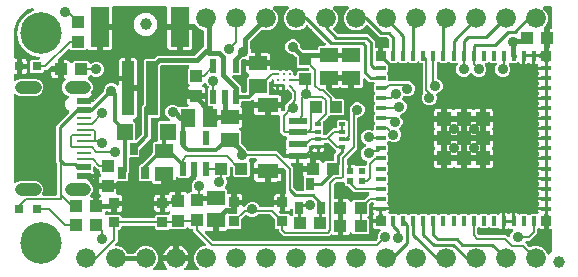
<source format=gbr>
G04 EAGLE Gerber RS-274X export*
G75*
%MOMM*%
%FSLAX34Y34*%
%LPD*%
%INTop Copper*%
%IPPOS*%
%AMOC8*
5,1,8,0,0,1.08239X$1,22.5*%
G01*
%ADD10R,1.500000X1.240000*%
%ADD11C,1.000000*%
%ADD12C,3.516000*%
%ADD13R,0.550000X1.200000*%
%ADD14R,1.400000X1.400000*%
%ADD15C,1.676400*%
%ADD16R,1.000000X4.600000*%
%ADD17R,1.600000X3.400000*%
%ADD18R,0.800000X0.800000*%
%ADD19R,1.075000X1.000000*%
%ADD20R,0.900000X0.900000*%
%ADD21R,1.000000X1.075000*%
%ADD22R,1.240000X1.500000*%
%ADD23R,0.635000X1.016000*%
%ADD24R,1.150000X0.575000*%
%ADD25R,1.150000X0.275000*%
%ADD26C,1.108000*%
%ADD27R,0.406400X0.812800*%
%ADD28R,0.812800X0.406400*%
%ADD29R,0.812800X0.812800*%
%ADD30R,1.193800X1.193800*%
%ADD31C,0.275000*%
%ADD32R,1.550000X0.600000*%
%ADD33R,1.800000X1.200000*%
%ADD34R,0.500000X0.500000*%
%ADD35R,0.500000X0.350000*%
%ADD36C,0.906400*%
%ADD37C,0.406400*%
%ADD38C,0.203200*%
%ADD39C,0.254000*%
%ADD40C,0.304800*%
%ADD41C,0.152400*%

G36*
X455169Y15928D02*
X455169Y15928D01*
X455226Y15930D01*
X455325Y15960D01*
X455426Y15981D01*
X455476Y16006D01*
X455530Y16022D01*
X455619Y16075D01*
X455711Y16120D01*
X455754Y16157D01*
X455803Y16186D01*
X455875Y16260D01*
X455953Y16327D01*
X455986Y16373D01*
X456025Y16413D01*
X456114Y16547D01*
X456511Y17233D01*
X457835Y17998D01*
X457919Y18062D01*
X458008Y18118D01*
X458045Y18157D01*
X458088Y18190D01*
X458154Y18273D01*
X458226Y18350D01*
X458252Y18397D01*
X458286Y18439D01*
X458329Y18536D01*
X458380Y18628D01*
X458393Y18680D01*
X458415Y18730D01*
X458433Y18834D01*
X458459Y18936D01*
X458464Y19022D01*
X458468Y19043D01*
X458467Y19059D01*
X458469Y19097D01*
X458469Y36426D01*
X458454Y36544D01*
X458447Y36663D01*
X458434Y36701D01*
X458429Y36742D01*
X458386Y36852D01*
X458349Y36965D01*
X458327Y37000D01*
X458312Y37037D01*
X458243Y37133D01*
X458179Y37234D01*
X458149Y37262D01*
X458126Y37295D01*
X458034Y37371D01*
X457947Y37452D01*
X457912Y37472D01*
X457881Y37497D01*
X457773Y37548D01*
X457669Y37606D01*
X457629Y37616D01*
X457593Y37633D01*
X457476Y37655D01*
X457361Y37685D01*
X457301Y37689D01*
X457281Y37693D01*
X457260Y37691D01*
X457200Y37695D01*
X455380Y37695D01*
X455380Y43538D01*
X455365Y43656D01*
X455358Y43775D01*
X455345Y43813D01*
X455340Y43853D01*
X455297Y43964D01*
X455260Y44077D01*
X455238Y44111D01*
X455223Y44149D01*
X455153Y44245D01*
X455120Y44297D01*
X455137Y44315D01*
X455157Y44350D01*
X455182Y44382D01*
X455233Y44489D01*
X455291Y44594D01*
X455301Y44633D01*
X455318Y44669D01*
X455340Y44786D01*
X455370Y44902D01*
X455374Y44962D01*
X455378Y44982D01*
X455376Y45002D01*
X455380Y45062D01*
X455380Y48958D01*
X455365Y49076D01*
X455358Y49195D01*
X455345Y49233D01*
X455340Y49274D01*
X455297Y49384D01*
X455260Y49497D01*
X455238Y49532D01*
X455223Y49569D01*
X455153Y49665D01*
X455090Y49766D01*
X455060Y49794D01*
X455037Y49827D01*
X454945Y49903D01*
X454858Y49984D01*
X454823Y50004D01*
X454792Y50029D01*
X454684Y50080D01*
X454618Y50116D01*
X454618Y54800D01*
X454618Y63300D01*
X454618Y71800D01*
X454618Y80300D01*
X454618Y88800D01*
X454618Y97300D01*
X454618Y105800D01*
X454618Y114300D01*
X454618Y122800D01*
X454618Y131300D01*
X454618Y139800D01*
X454618Y148300D01*
X454618Y156800D01*
X454618Y165300D01*
X454618Y173800D01*
X454618Y178483D01*
X454650Y178493D01*
X454685Y178515D01*
X454722Y178530D01*
X454818Y178599D01*
X454919Y178663D01*
X454947Y178693D01*
X454980Y178716D01*
X455055Y178808D01*
X455137Y178895D01*
X455157Y178930D01*
X455182Y178961D01*
X455233Y179069D01*
X455291Y179173D01*
X455301Y179213D01*
X455318Y179249D01*
X455340Y179366D01*
X455370Y179481D01*
X455374Y179541D01*
X455378Y179561D01*
X455376Y179582D01*
X455380Y179642D01*
X455380Y183538D01*
X455365Y183656D01*
X455358Y183775D01*
X455345Y183813D01*
X455340Y183853D01*
X455297Y183964D01*
X455260Y184077D01*
X455238Y184111D01*
X455223Y184149D01*
X455153Y184245D01*
X455120Y184297D01*
X455137Y184315D01*
X455157Y184350D01*
X455182Y184382D01*
X455233Y184489D01*
X455291Y184594D01*
X455301Y184633D01*
X455318Y184669D01*
X455340Y184786D01*
X455370Y184902D01*
X455374Y184962D01*
X455378Y184982D01*
X455376Y185002D01*
X455380Y185062D01*
X455380Y190905D01*
X455500Y190905D01*
X455618Y190920D01*
X455737Y190927D01*
X455775Y190940D01*
X455816Y190945D01*
X455926Y190988D01*
X456039Y191025D01*
X456074Y191047D01*
X456111Y191062D01*
X456207Y191131D01*
X456308Y191195D01*
X456336Y191225D01*
X456369Y191248D01*
X456445Y191340D01*
X456526Y191427D01*
X456546Y191462D01*
X456571Y191493D01*
X456622Y191601D01*
X456680Y191705D01*
X456690Y191745D01*
X456707Y191781D01*
X456729Y191898D01*
X456759Y192013D01*
X456763Y192073D01*
X456767Y192093D01*
X456765Y192114D01*
X456769Y192174D01*
X456769Y198160D01*
X456754Y198278D01*
X456747Y198397D01*
X456734Y198435D01*
X456729Y198475D01*
X456686Y198586D01*
X456649Y198699D01*
X456627Y198733D01*
X456612Y198771D01*
X456543Y198867D01*
X456479Y198968D01*
X456449Y198996D01*
X456426Y199028D01*
X456334Y199104D01*
X456247Y199186D01*
X456212Y199205D01*
X456181Y199231D01*
X456073Y199282D01*
X455969Y199339D01*
X455929Y199349D01*
X455893Y199367D01*
X455786Y199387D01*
X455816Y199391D01*
X455926Y199435D01*
X456039Y199471D01*
X456074Y199493D01*
X456111Y199508D01*
X456207Y199578D01*
X456308Y199641D01*
X456336Y199671D01*
X456369Y199695D01*
X456445Y199786D01*
X456526Y199873D01*
X456546Y199908D01*
X456571Y199940D01*
X456622Y200047D01*
X456680Y200152D01*
X456690Y200191D01*
X456707Y200227D01*
X456729Y200344D01*
X456759Y200460D01*
X456763Y200520D01*
X456767Y200540D01*
X456765Y200560D01*
X456769Y200620D01*
X456769Y206931D01*
X457200Y206931D01*
X457318Y206946D01*
X457437Y206953D01*
X457475Y206966D01*
X457516Y206971D01*
X457626Y207014D01*
X457739Y207051D01*
X457774Y207073D01*
X457811Y207088D01*
X457907Y207157D01*
X458008Y207221D01*
X458036Y207251D01*
X458069Y207274D01*
X458145Y207366D01*
X458226Y207453D01*
X458246Y207488D01*
X458271Y207519D01*
X458322Y207627D01*
X458380Y207731D01*
X458390Y207771D01*
X458407Y207807D01*
X458429Y207924D01*
X458459Y208039D01*
X458463Y208099D01*
X458467Y208119D01*
X458465Y208140D01*
X458469Y208200D01*
X458469Y224790D01*
X458454Y224908D01*
X458447Y225027D01*
X458434Y225065D01*
X458429Y225106D01*
X458386Y225216D01*
X458349Y225329D01*
X458327Y225364D01*
X458312Y225401D01*
X458243Y225497D01*
X458179Y225598D01*
X458149Y225626D01*
X458126Y225659D01*
X458034Y225735D01*
X457947Y225816D01*
X457912Y225836D01*
X457881Y225861D01*
X457773Y225912D01*
X457669Y225970D01*
X457629Y225980D01*
X457593Y225997D01*
X457476Y226019D01*
X457361Y226049D01*
X457301Y226053D01*
X457281Y226057D01*
X457260Y226055D01*
X457200Y226059D01*
X451774Y226059D01*
X451637Y226042D01*
X451498Y226029D01*
X451479Y226022D01*
X451459Y226019D01*
X451330Y225968D01*
X451199Y225921D01*
X451182Y225910D01*
X451163Y225902D01*
X451051Y225821D01*
X450936Y225743D01*
X450922Y225727D01*
X450906Y225716D01*
X450817Y225608D01*
X450725Y225504D01*
X450716Y225486D01*
X450703Y225471D01*
X450644Y225345D01*
X450581Y225221D01*
X450576Y225201D01*
X450568Y225183D01*
X450541Y225047D01*
X450511Y224911D01*
X450512Y224890D01*
X450508Y224871D01*
X450516Y224732D01*
X450521Y224593D01*
X450526Y224573D01*
X450527Y224553D01*
X450570Y224421D01*
X450609Y224287D01*
X450619Y224270D01*
X450626Y224251D01*
X450700Y224133D01*
X450771Y224013D01*
X450789Y223992D01*
X450796Y223982D01*
X450811Y223968D01*
X450877Y223893D01*
X453114Y221656D01*
X454661Y217921D01*
X454661Y213879D01*
X453114Y210144D01*
X452067Y209097D01*
X451982Y208988D01*
X451893Y208881D01*
X451884Y208862D01*
X451872Y208846D01*
X451817Y208719D01*
X451758Y208593D01*
X451754Y208573D01*
X451746Y208554D01*
X451724Y208416D01*
X451698Y208280D01*
X451699Y208260D01*
X451696Y208240D01*
X451709Y208101D01*
X451717Y207963D01*
X451724Y207944D01*
X451726Y207924D01*
X451771Y207798D01*
X451771Y200620D01*
X451786Y200502D01*
X451793Y200383D01*
X451805Y200345D01*
X451811Y200305D01*
X451854Y200194D01*
X451891Y200081D01*
X451913Y200047D01*
X451928Y200009D01*
X451997Y199913D01*
X452061Y199812D01*
X452091Y199784D01*
X452114Y199752D01*
X452206Y199676D01*
X452293Y199594D01*
X452328Y199575D01*
X452359Y199549D01*
X452467Y199498D01*
X452571Y199441D01*
X452611Y199431D01*
X452647Y199413D01*
X452754Y199393D01*
X452724Y199389D01*
X452614Y199345D01*
X452501Y199309D01*
X452466Y199287D01*
X452429Y199272D01*
X452332Y199202D01*
X452232Y199139D01*
X452204Y199109D01*
X452171Y199085D01*
X452095Y198994D01*
X452014Y198907D01*
X451994Y198872D01*
X451969Y198840D01*
X451918Y198733D01*
X451860Y198628D01*
X451850Y198589D01*
X451833Y198553D01*
X451811Y198436D01*
X451781Y198320D01*
X451777Y198260D01*
X451773Y198240D01*
X451775Y198220D01*
X451771Y198160D01*
X451771Y191550D01*
X451751Y191529D01*
X451718Y191506D01*
X451642Y191414D01*
X451561Y191327D01*
X451541Y191292D01*
X451516Y191261D01*
X451465Y191153D01*
X451407Y191049D01*
X451397Y191009D01*
X451380Y190973D01*
X451358Y190856D01*
X451328Y190741D01*
X451324Y190681D01*
X451320Y190661D01*
X451321Y190640D01*
X451318Y190580D01*
X451318Y186331D01*
X448691Y186331D01*
X448573Y186316D01*
X448454Y186309D01*
X448416Y186296D01*
X448375Y186291D01*
X448265Y186248D01*
X448152Y186211D01*
X448117Y186189D01*
X448080Y186174D01*
X447984Y186105D01*
X447883Y186041D01*
X447855Y186011D01*
X447822Y185988D01*
X447746Y185896D01*
X447665Y185809D01*
X447645Y185774D01*
X447620Y185743D01*
X447569Y185635D01*
X447533Y185569D01*
X442849Y185569D01*
X434349Y185569D01*
X434231Y185554D01*
X434112Y185547D01*
X434074Y185535D01*
X434034Y185530D01*
X433923Y185486D01*
X433810Y185449D01*
X433776Y185427D01*
X433738Y185413D01*
X433642Y185343D01*
X433541Y185279D01*
X433541Y185278D01*
X433513Y185249D01*
X433481Y185226D01*
X433481Y185225D01*
X433480Y185225D01*
X433404Y185133D01*
X433323Y185047D01*
X433303Y185011D01*
X433277Y184980D01*
X433227Y184873D01*
X433169Y184768D01*
X433159Y184729D01*
X433142Y184693D01*
X433120Y184576D01*
X433090Y184460D01*
X433086Y184400D01*
X433082Y184380D01*
X433083Y184360D01*
X433080Y184300D01*
X433080Y177695D01*
X431983Y177695D01*
X431336Y177868D01*
X430757Y178203D01*
X430458Y178502D01*
X430364Y178575D01*
X430274Y178654D01*
X430238Y178672D01*
X430206Y178697D01*
X430097Y178744D01*
X429991Y178799D01*
X429952Y178807D01*
X429915Y178823D01*
X429797Y178842D01*
X429681Y178868D01*
X429640Y178867D01*
X429600Y178873D01*
X429482Y178862D01*
X429363Y178859D01*
X429324Y178847D01*
X429284Y178844D01*
X429172Y178803D01*
X429057Y178770D01*
X429023Y178750D01*
X428985Y178736D01*
X428886Y178669D01*
X428783Y178609D01*
X428738Y178569D01*
X428721Y178557D01*
X428708Y178542D01*
X428663Y178502D01*
X428618Y178457D01*
X422812Y178457D01*
X422674Y178440D01*
X422535Y178427D01*
X422516Y178420D01*
X422496Y178417D01*
X422367Y178366D01*
X422236Y178319D01*
X422219Y178308D01*
X422200Y178300D01*
X422088Y178219D01*
X421973Y178141D01*
X421960Y178125D01*
X421943Y178114D01*
X421854Y178006D01*
X421762Y177902D01*
X421753Y177884D01*
X421740Y177869D01*
X421681Y177743D01*
X421618Y177619D01*
X421613Y177599D01*
X421605Y177581D01*
X421579Y177444D01*
X421548Y177309D01*
X421549Y177288D01*
X421545Y177269D01*
X421554Y177130D01*
X421558Y176991D01*
X421564Y176971D01*
X421565Y176951D01*
X421608Y176819D01*
X421646Y176685D01*
X421657Y176668D01*
X421663Y176649D01*
X421737Y176531D01*
X421808Y176411D01*
X421826Y176390D01*
X421833Y176380D01*
X421848Y176366D01*
X421910Y176296D01*
X422871Y173975D01*
X422871Y171465D01*
X421910Y169145D01*
X420135Y167370D01*
X417815Y166409D01*
X415305Y166409D01*
X412985Y167370D01*
X411210Y169145D01*
X410249Y171465D01*
X410249Y173975D01*
X411211Y176297D01*
X411291Y176400D01*
X411380Y176507D01*
X411388Y176526D01*
X411401Y176542D01*
X411456Y176670D01*
X411515Y176795D01*
X411519Y176815D01*
X411527Y176834D01*
X411549Y176971D01*
X411575Y177108D01*
X411574Y177128D01*
X411577Y177148D01*
X411564Y177286D01*
X411555Y177425D01*
X411549Y177444D01*
X411547Y177464D01*
X411500Y177595D01*
X411457Y177727D01*
X411446Y177744D01*
X411440Y177764D01*
X411361Y177879D01*
X411287Y177996D01*
X411272Y178010D01*
X411261Y178027D01*
X411157Y178119D01*
X411055Y178214D01*
X411038Y178224D01*
X411023Y178237D01*
X410899Y178300D01*
X410777Y178368D01*
X410757Y178373D01*
X410739Y178382D01*
X410603Y178412D01*
X410469Y178447D01*
X410441Y178449D01*
X410429Y178452D01*
X410409Y178451D01*
X410308Y178457D01*
X406080Y178457D01*
X405496Y179041D01*
X405403Y179114D01*
X405313Y179193D01*
X405277Y179211D01*
X405245Y179236D01*
X405136Y179283D01*
X405030Y179337D01*
X404991Y179346D01*
X404953Y179362D01*
X404836Y179381D01*
X404720Y179407D01*
X404679Y179406D01*
X404639Y179412D01*
X404521Y179401D01*
X404402Y179397D01*
X404363Y179386D01*
X404323Y179382D01*
X404211Y179342D01*
X404096Y179309D01*
X404061Y179288D01*
X404023Y179275D01*
X403925Y179208D01*
X403822Y179147D01*
X403777Y179108D01*
X403760Y179096D01*
X403747Y179081D01*
X403701Y179041D01*
X403118Y178457D01*
X402492Y178457D01*
X402354Y178440D01*
X402215Y178427D01*
X402196Y178420D01*
X402176Y178417D01*
X402047Y178366D01*
X401916Y178319D01*
X401899Y178308D01*
X401880Y178300D01*
X401768Y178219D01*
X401653Y178141D01*
X401640Y178125D01*
X401623Y178114D01*
X401534Y178006D01*
X401442Y177902D01*
X401433Y177884D01*
X401420Y177869D01*
X401361Y177743D01*
X401298Y177619D01*
X401293Y177599D01*
X401285Y177581D01*
X401259Y177444D01*
X401228Y177309D01*
X401229Y177288D01*
X401225Y177269D01*
X401234Y177130D01*
X401238Y176991D01*
X401244Y176971D01*
X401245Y176951D01*
X401288Y176819D01*
X401326Y176685D01*
X401337Y176668D01*
X401343Y176649D01*
X401417Y176531D01*
X401488Y176411D01*
X401506Y176390D01*
X401513Y176380D01*
X401528Y176366D01*
X401590Y176296D01*
X402551Y173975D01*
X402551Y171465D01*
X401590Y169145D01*
X399815Y167370D01*
X397495Y166409D01*
X394985Y166409D01*
X392665Y167370D01*
X390788Y169248D01*
X390693Y169321D01*
X390604Y169400D01*
X390568Y169418D01*
X390536Y169443D01*
X390427Y169490D01*
X390321Y169544D01*
X390282Y169553D01*
X390244Y169569D01*
X390127Y169588D01*
X390011Y169614D01*
X389970Y169613D01*
X389930Y169619D01*
X389812Y169608D01*
X389693Y169604D01*
X389654Y169593D01*
X389614Y169589D01*
X389501Y169549D01*
X389387Y169516D01*
X389353Y169495D01*
X389314Y169481D01*
X389216Y169415D01*
X389113Y169354D01*
X389068Y169314D01*
X389051Y169303D01*
X389038Y169288D01*
X388993Y169248D01*
X387115Y167370D01*
X384795Y166409D01*
X382285Y166409D01*
X379965Y167370D01*
X378190Y169145D01*
X377229Y171465D01*
X377229Y173975D01*
X378191Y176297D01*
X378271Y176400D01*
X378360Y176507D01*
X378368Y176526D01*
X378381Y176542D01*
X378436Y176670D01*
X378495Y176795D01*
X378499Y176815D01*
X378507Y176834D01*
X378529Y176971D01*
X378555Y177108D01*
X378554Y177128D01*
X378557Y177148D01*
X378544Y177286D01*
X378535Y177425D01*
X378529Y177444D01*
X378527Y177464D01*
X378480Y177595D01*
X378437Y177727D01*
X378426Y177744D01*
X378420Y177764D01*
X378341Y177879D01*
X378267Y177996D01*
X378252Y178010D01*
X378241Y178027D01*
X378137Y178119D01*
X378035Y178214D01*
X378018Y178224D01*
X378003Y178237D01*
X377879Y178300D01*
X377757Y178368D01*
X377737Y178373D01*
X377719Y178382D01*
X377583Y178412D01*
X377449Y178447D01*
X377421Y178449D01*
X377409Y178452D01*
X377389Y178451D01*
X377288Y178457D01*
X372080Y178457D01*
X371496Y179041D01*
X371403Y179114D01*
X371313Y179193D01*
X371277Y179211D01*
X371245Y179236D01*
X371136Y179283D01*
X371030Y179337D01*
X370991Y179346D01*
X370953Y179362D01*
X370836Y179381D01*
X370720Y179407D01*
X370679Y179406D01*
X370639Y179412D01*
X370521Y179401D01*
X370402Y179397D01*
X370363Y179386D01*
X370323Y179382D01*
X370211Y179342D01*
X370096Y179309D01*
X370061Y179288D01*
X370023Y179275D01*
X369925Y179208D01*
X369822Y179147D01*
X369777Y179108D01*
X369760Y179096D01*
X369747Y179081D01*
X369701Y179041D01*
X369118Y178457D01*
X363580Y178457D01*
X363064Y178973D01*
X362955Y179058D01*
X362848Y179147D01*
X362829Y179156D01*
X362813Y179168D01*
X362685Y179223D01*
X362560Y179282D01*
X362540Y179286D01*
X362521Y179294D01*
X362383Y179316D01*
X362247Y179342D01*
X362227Y179341D01*
X362207Y179344D01*
X362068Y179331D01*
X361930Y179322D01*
X361911Y179316D01*
X361891Y179314D01*
X361760Y179267D01*
X361628Y179224D01*
X361610Y179214D01*
X361591Y179207D01*
X361477Y179129D01*
X361359Y179054D01*
X361345Y179040D01*
X361328Y179028D01*
X361236Y178924D01*
X361141Y178823D01*
X361131Y178805D01*
X361118Y178790D01*
X361055Y178666D01*
X360987Y178544D01*
X360982Y178525D01*
X360973Y178507D01*
X360943Y178371D01*
X360908Y178236D01*
X360906Y178208D01*
X360903Y178196D01*
X360904Y178176D01*
X360898Y178076D01*
X360898Y165569D01*
X360901Y165540D01*
X360899Y165510D01*
X360921Y165382D01*
X360938Y165254D01*
X360948Y165226D01*
X360953Y165197D01*
X361007Y165079D01*
X361055Y164958D01*
X361072Y164934D01*
X361084Y164907D01*
X361165Y164806D01*
X361241Y164701D01*
X361264Y164682D01*
X361283Y164659D01*
X361386Y164581D01*
X361486Y164498D01*
X361513Y164485D01*
X361537Y164467D01*
X361681Y164396D01*
X362985Y163857D01*
X364760Y162081D01*
X365721Y159762D01*
X365721Y157251D01*
X364760Y154932D01*
X362985Y153157D01*
X361026Y152345D01*
X360923Y152286D01*
X360816Y152234D01*
X360785Y152208D01*
X360750Y152188D01*
X360664Y152105D01*
X360574Y152028D01*
X360551Y151995D01*
X360522Y151967D01*
X360459Y151865D01*
X360391Y151768D01*
X360376Y151730D01*
X360355Y151695D01*
X360320Y151582D01*
X360278Y151470D01*
X360274Y151430D01*
X360262Y151391D01*
X360256Y151273D01*
X360243Y151154D01*
X360248Y151114D01*
X360247Y151074D01*
X360271Y150957D01*
X360287Y150839D01*
X360307Y150782D01*
X360311Y150762D01*
X360320Y150744D01*
X360339Y150687D01*
X360649Y149939D01*
X360649Y147428D01*
X359689Y145109D01*
X357913Y143333D01*
X355594Y142373D01*
X353083Y142373D01*
X350764Y143333D01*
X348988Y145109D01*
X348028Y147428D01*
X348028Y149939D01*
X348988Y152258D01*
X349045Y152315D01*
X349118Y152409D01*
X349197Y152498D01*
X349216Y152534D01*
X349240Y152566D01*
X349287Y152675D01*
X349342Y152782D01*
X349351Y152821D01*
X349367Y152858D01*
X349385Y152975D01*
X349411Y153092D01*
X349410Y153132D01*
X349416Y153172D01*
X349405Y153291D01*
X349402Y153410D01*
X349390Y153449D01*
X349387Y153489D01*
X349346Y153601D01*
X349313Y153715D01*
X349293Y153750D01*
X349279Y153788D01*
X349212Y153887D01*
X349152Y153989D01*
X349112Y154035D01*
X349101Y154051D01*
X349085Y154065D01*
X349045Y154110D01*
X348840Y154315D01*
X348840Y177188D01*
X348825Y177306D01*
X348818Y177425D01*
X348805Y177463D01*
X348800Y177504D01*
X348757Y177614D01*
X348720Y177727D01*
X348698Y177762D01*
X348683Y177799D01*
X348613Y177895D01*
X348550Y177996D01*
X348520Y178024D01*
X348497Y178057D01*
X348405Y178133D01*
X348318Y178214D01*
X348283Y178234D01*
X348252Y178259D01*
X348144Y178310D01*
X348040Y178368D01*
X348000Y178378D01*
X347964Y178395D01*
X347847Y178417D01*
X347732Y178447D01*
X347671Y178451D01*
X347651Y178455D01*
X347631Y178453D01*
X347571Y178457D01*
X346580Y178457D01*
X345996Y179041D01*
X345903Y179114D01*
X345813Y179193D01*
X345777Y179211D01*
X345745Y179236D01*
X345636Y179283D01*
X345530Y179337D01*
X345491Y179346D01*
X345453Y179362D01*
X345336Y179381D01*
X345220Y179407D01*
X345179Y179406D01*
X345139Y179412D01*
X345021Y179401D01*
X344902Y179397D01*
X344863Y179386D01*
X344823Y179382D01*
X344711Y179342D01*
X344596Y179309D01*
X344561Y179288D01*
X344523Y179275D01*
X344425Y179208D01*
X344322Y179147D01*
X344277Y179108D01*
X344260Y179096D01*
X344247Y179081D01*
X344201Y179041D01*
X343618Y178457D01*
X338080Y178457D01*
X337497Y179041D01*
X337403Y179114D01*
X337313Y179193D01*
X337277Y179211D01*
X337245Y179236D01*
X337136Y179283D01*
X337030Y179337D01*
X336991Y179346D01*
X336953Y179362D01*
X336836Y179381D01*
X336720Y179407D01*
X336679Y179406D01*
X336639Y179412D01*
X336521Y179401D01*
X336402Y179397D01*
X336363Y179386D01*
X336323Y179382D01*
X336210Y179342D01*
X336096Y179309D01*
X336062Y179288D01*
X336023Y179275D01*
X335925Y179208D01*
X335822Y179147D01*
X335777Y179108D01*
X335760Y179096D01*
X335747Y179081D01*
X335702Y179041D01*
X335118Y178457D01*
X329580Y178457D01*
X328996Y179041D01*
X328903Y179114D01*
X328813Y179193D01*
X328777Y179211D01*
X328745Y179236D01*
X328636Y179283D01*
X328530Y179337D01*
X328491Y179346D01*
X328453Y179362D01*
X328336Y179381D01*
X328220Y179407D01*
X328179Y179406D01*
X328139Y179412D01*
X328021Y179401D01*
X327902Y179397D01*
X327863Y179386D01*
X327823Y179382D01*
X327711Y179342D01*
X327596Y179309D01*
X327561Y179288D01*
X327523Y179275D01*
X327425Y179208D01*
X327322Y179147D01*
X327277Y179108D01*
X327260Y179096D01*
X327247Y179081D01*
X327201Y179041D01*
X326618Y178457D01*
X321080Y178457D01*
X321051Y178486D01*
X320957Y178559D01*
X320868Y178638D01*
X320832Y178656D01*
X320800Y178681D01*
X320691Y178728D01*
X320585Y178783D01*
X320545Y178791D01*
X320508Y178807D01*
X320391Y178826D01*
X320274Y178852D01*
X320234Y178851D01*
X320194Y178857D01*
X320075Y178846D01*
X319957Y178843D01*
X319918Y178831D01*
X319877Y178828D01*
X319765Y178787D01*
X319651Y178754D01*
X319616Y178734D01*
X319578Y178720D01*
X319480Y178653D01*
X319377Y178593D01*
X319332Y178553D01*
X319315Y178541D01*
X319302Y178526D01*
X319256Y178486D01*
X319163Y178393D01*
X319090Y178299D01*
X319011Y178209D01*
X318993Y178173D01*
X318968Y178141D01*
X318921Y178032D01*
X318866Y177926D01*
X318858Y177887D01*
X318842Y177850D01*
X318823Y177732D01*
X318797Y177616D01*
X318798Y177576D01*
X318792Y177535D01*
X318803Y177417D01*
X318806Y177298D01*
X318818Y177259D01*
X318821Y177219D01*
X318862Y177107D01*
X318895Y176992D01*
X318915Y176958D01*
X318929Y176920D01*
X318996Y176821D01*
X319056Y176719D01*
X319096Y176673D01*
X319108Y176656D01*
X319123Y176643D01*
X319163Y176598D01*
X319192Y176569D01*
X319192Y171031D01*
X318608Y170448D01*
X318535Y170354D01*
X318456Y170264D01*
X318438Y170228D01*
X318413Y170196D01*
X318366Y170087D01*
X318312Y169981D01*
X318303Y169942D01*
X318287Y169904D01*
X318268Y169787D01*
X318242Y169671D01*
X318243Y169630D01*
X318237Y169590D01*
X318248Y169472D01*
X318252Y169353D01*
X318263Y169314D01*
X318267Y169274D01*
X318307Y169161D01*
X318340Y169047D01*
X318361Y169013D01*
X318374Y168974D01*
X318441Y168876D01*
X318502Y168773D01*
X318541Y168728D01*
X318553Y168711D01*
X318568Y168698D01*
X318608Y168653D01*
X319192Y168069D01*
X319192Y163754D01*
X319207Y163636D01*
X319214Y163517D01*
X319227Y163479D01*
X319232Y163438D01*
X319275Y163328D01*
X319312Y163215D01*
X319334Y163180D01*
X319349Y163143D01*
X319418Y163047D01*
X319482Y162946D01*
X319512Y162918D01*
X319535Y162885D01*
X319627Y162809D01*
X319714Y162728D01*
X319749Y162708D01*
X319780Y162683D01*
X319888Y162632D01*
X319992Y162574D01*
X320032Y162564D01*
X320068Y162547D01*
X320185Y162525D01*
X320300Y162495D01*
X320360Y162491D01*
X320380Y162487D01*
X320401Y162489D01*
X320461Y162485D01*
X334155Y162485D01*
X334164Y162486D01*
X334174Y162485D01*
X334322Y162506D01*
X334471Y162525D01*
X334479Y162528D01*
X334489Y162529D01*
X334613Y162572D01*
X337128Y162572D01*
X339448Y161611D01*
X341223Y159836D01*
X342184Y157516D01*
X342184Y155006D01*
X341223Y152686D01*
X339448Y150911D01*
X337128Y149950D01*
X334618Y149950D01*
X333438Y150439D01*
X333323Y150471D01*
X333210Y150509D01*
X333170Y150512D01*
X333131Y150523D01*
X333012Y150525D01*
X332893Y150534D01*
X332853Y150527D01*
X332813Y150528D01*
X332697Y150500D01*
X332580Y150480D01*
X332543Y150463D01*
X332504Y150454D01*
X332398Y150398D01*
X332290Y150349D01*
X332258Y150324D01*
X332222Y150305D01*
X332134Y150225D01*
X332041Y150151D01*
X332017Y150119D01*
X331987Y150091D01*
X331922Y149992D01*
X331850Y149897D01*
X331824Y149843D01*
X331812Y149826D01*
X331806Y149806D01*
X331779Y149752D01*
X331158Y148252D01*
X331126Y148137D01*
X331088Y148024D01*
X331084Y147984D01*
X331074Y147945D01*
X331072Y147826D01*
X331062Y147707D01*
X331069Y147668D01*
X331069Y147627D01*
X331096Y147511D01*
X331117Y147394D01*
X331133Y147357D01*
X331143Y147318D01*
X331198Y147213D01*
X331247Y147104D01*
X331273Y147072D01*
X331292Y147037D01*
X331372Y146948D01*
X331446Y146856D01*
X331478Y146831D01*
X331506Y146801D01*
X331605Y146736D01*
X331700Y146664D01*
X331754Y146638D01*
X331771Y146627D01*
X331790Y146620D01*
X331845Y146593D01*
X332505Y146320D01*
X334280Y144545D01*
X335241Y142225D01*
X335241Y139715D01*
X334280Y137395D01*
X332505Y135620D01*
X330359Y134731D01*
X330316Y134707D01*
X330269Y134690D01*
X330178Y134628D01*
X330083Y134574D01*
X330047Y134539D01*
X330006Y134511D01*
X329934Y134429D01*
X329855Y134353D01*
X329829Y134310D01*
X329796Y134273D01*
X329746Y134175D01*
X329688Y134081D01*
X329674Y134034D01*
X329651Y133990D01*
X329627Y133882D01*
X329595Y133777D01*
X329592Y133728D01*
X329582Y133679D01*
X329585Y133569D01*
X329580Y133460D01*
X329590Y133411D01*
X329591Y133361D01*
X329622Y133256D01*
X329644Y133148D01*
X329666Y133104D01*
X329680Y133056D01*
X329735Y132961D01*
X329784Y132863D01*
X329816Y132825D01*
X329841Y132782D01*
X329948Y132661D01*
X330764Y131845D01*
X331725Y129525D01*
X331725Y127015D01*
X330764Y124695D01*
X329053Y122984D01*
X328980Y122890D01*
X328901Y122801D01*
X328883Y122765D01*
X328858Y122733D01*
X328811Y122624D01*
X328757Y122518D01*
X328748Y122478D01*
X328732Y122441D01*
X328713Y122324D01*
X328687Y122208D01*
X328688Y122167D01*
X328682Y122127D01*
X328693Y122008D01*
X328697Y121890D01*
X328708Y121851D01*
X328712Y121811D01*
X328752Y121699D01*
X328785Y121584D01*
X328806Y121549D01*
X328820Y121511D01*
X328886Y121413D01*
X328947Y121310D01*
X328987Y121265D01*
X328998Y121248D01*
X329013Y121235D01*
X329053Y121189D01*
X329240Y121003D01*
X330201Y118683D01*
X330201Y116173D01*
X329240Y113853D01*
X327465Y112078D01*
X325145Y111117D01*
X322635Y111117D01*
X320691Y111922D01*
X320663Y111930D01*
X320636Y111944D01*
X320509Y111972D01*
X320384Y112006D01*
X320355Y112007D01*
X320326Y112013D01*
X320196Y112009D01*
X320066Y112011D01*
X320038Y112005D01*
X320008Y112004D01*
X319883Y111968D01*
X319757Y111937D01*
X319731Y111923D01*
X319703Y111915D01*
X319591Y111849D01*
X319476Y111789D01*
X319454Y111769D01*
X319429Y111754D01*
X319308Y111647D01*
X318608Y110948D01*
X318535Y110853D01*
X318456Y110764D01*
X318438Y110728D01*
X318413Y110696D01*
X318366Y110587D01*
X318312Y110481D01*
X318303Y110442D01*
X318287Y110404D01*
X318268Y110287D01*
X318242Y110171D01*
X318243Y110130D01*
X318237Y110090D01*
X318248Y109972D01*
X318252Y109853D01*
X318263Y109814D01*
X318267Y109774D01*
X318307Y109661D01*
X318340Y109547D01*
X318361Y109513D01*
X318374Y109474D01*
X318441Y109376D01*
X318502Y109273D01*
X318541Y109228D01*
X318553Y109211D01*
X318568Y109198D01*
X318608Y109153D01*
X319192Y108569D01*
X319192Y103031D01*
X318608Y102448D01*
X318535Y102354D01*
X318456Y102264D01*
X318438Y102228D01*
X318413Y102196D01*
X318366Y102087D01*
X318312Y101981D01*
X318303Y101942D01*
X318287Y101904D01*
X318268Y101787D01*
X318242Y101671D01*
X318243Y101630D01*
X318237Y101590D01*
X318248Y101472D01*
X318252Y101353D01*
X318263Y101314D01*
X318267Y101274D01*
X318307Y101161D01*
X318340Y101047D01*
X318361Y101013D01*
X318374Y100974D01*
X318441Y100876D01*
X318502Y100773D01*
X318530Y100741D01*
X318535Y100734D01*
X318542Y100727D01*
X318553Y100711D01*
X318568Y100698D01*
X318608Y100653D01*
X319192Y100069D01*
X319192Y94531D01*
X318608Y93948D01*
X318535Y93854D01*
X318456Y93764D01*
X318438Y93728D01*
X318413Y93696D01*
X318366Y93587D01*
X318312Y93481D01*
X318303Y93442D01*
X318287Y93404D01*
X318268Y93287D01*
X318242Y93171D01*
X318243Y93130D01*
X318237Y93090D01*
X318248Y92972D01*
X318252Y92853D01*
X318263Y92814D01*
X318267Y92774D01*
X318307Y92661D01*
X318340Y92547D01*
X318361Y92513D01*
X318374Y92474D01*
X318441Y92376D01*
X318502Y92273D01*
X318541Y92228D01*
X318553Y92211D01*
X318568Y92198D01*
X318608Y92153D01*
X319192Y91569D01*
X319192Y86031D01*
X318608Y85448D01*
X318535Y85354D01*
X318456Y85264D01*
X318438Y85228D01*
X318413Y85196D01*
X318366Y85087D01*
X318312Y84981D01*
X318303Y84942D01*
X318287Y84904D01*
X318268Y84787D01*
X318242Y84671D01*
X318243Y84630D01*
X318237Y84590D01*
X318248Y84472D01*
X318252Y84353D01*
X318263Y84314D01*
X318267Y84274D01*
X318307Y84161D01*
X318340Y84047D01*
X318361Y84013D01*
X318374Y83974D01*
X318441Y83876D01*
X318502Y83773D01*
X318541Y83728D01*
X318553Y83711D01*
X318568Y83698D01*
X318608Y83653D01*
X319192Y83069D01*
X319192Y77531D01*
X318608Y76948D01*
X318535Y76854D01*
X318456Y76764D01*
X318438Y76728D01*
X318413Y76696D01*
X318366Y76587D01*
X318312Y76481D01*
X318303Y76442D01*
X318287Y76404D01*
X318268Y76287D01*
X318242Y76171D01*
X318243Y76130D01*
X318237Y76090D01*
X318248Y75972D01*
X318252Y75853D01*
X318263Y75814D01*
X318267Y75774D01*
X318307Y75661D01*
X318340Y75547D01*
X318361Y75513D01*
X318374Y75474D01*
X318441Y75376D01*
X318502Y75273D01*
X318541Y75228D01*
X318553Y75211D01*
X318568Y75198D01*
X318608Y75153D01*
X319192Y74569D01*
X319192Y69031D01*
X318608Y68448D01*
X318535Y68354D01*
X318456Y68264D01*
X318438Y68228D01*
X318413Y68196D01*
X318366Y68087D01*
X318312Y67981D01*
X318303Y67942D01*
X318287Y67904D01*
X318268Y67787D01*
X318242Y67671D01*
X318243Y67630D01*
X318237Y67590D01*
X318248Y67472D01*
X318252Y67353D01*
X318263Y67314D01*
X318267Y67274D01*
X318307Y67161D01*
X318340Y67047D01*
X318361Y67013D01*
X318374Y66974D01*
X318441Y66876D01*
X318502Y66773D01*
X318541Y66728D01*
X318553Y66711D01*
X318568Y66698D01*
X318608Y66653D01*
X319192Y66069D01*
X319192Y60531D01*
X319147Y60486D01*
X319074Y60392D01*
X318995Y60303D01*
X318977Y60267D01*
X318952Y60235D01*
X318905Y60126D01*
X318850Y60020D01*
X318842Y59980D01*
X318826Y59943D01*
X318807Y59826D01*
X318781Y59709D01*
X318782Y59669D01*
X318776Y59629D01*
X318787Y59511D01*
X318790Y59392D01*
X318802Y59353D01*
X318805Y59313D01*
X318846Y59200D01*
X318879Y59086D01*
X318899Y59051D01*
X318913Y59013D01*
X318980Y58915D01*
X319040Y58812D01*
X319080Y58767D01*
X319092Y58750D01*
X319107Y58737D01*
X319147Y58691D01*
X319446Y58392D01*
X319781Y57813D01*
X319954Y57166D01*
X319954Y56069D01*
X313349Y56069D01*
X306744Y56069D01*
X306744Y57166D01*
X306917Y57813D01*
X307226Y58347D01*
X307278Y58470D01*
X307334Y58589D01*
X307339Y58616D01*
X307349Y58641D01*
X307369Y58772D01*
X307394Y58902D01*
X307392Y58928D01*
X307396Y58955D01*
X307382Y59087D01*
X307374Y59219D01*
X307366Y59245D01*
X307363Y59271D01*
X307317Y59396D01*
X307276Y59521D01*
X307261Y59544D01*
X307252Y59570D01*
X307176Y59679D01*
X307106Y59790D01*
X307086Y59809D01*
X307071Y59831D01*
X306970Y59917D01*
X306874Y60008D01*
X306850Y60021D01*
X306830Y60039D01*
X306711Y60098D01*
X306596Y60162D01*
X306570Y60168D01*
X306545Y60180D01*
X306415Y60208D01*
X306288Y60241D01*
X306250Y60243D01*
X306234Y60247D01*
X306212Y60246D01*
X306127Y60251D01*
X305999Y60251D01*
X305900Y60239D01*
X305801Y60236D01*
X305743Y60219D01*
X305683Y60211D01*
X305591Y60175D01*
X305496Y60147D01*
X305444Y60117D01*
X305387Y60094D01*
X305307Y60036D01*
X305222Y59986D01*
X305147Y59920D01*
X305130Y59908D01*
X305122Y59898D01*
X305101Y59880D01*
X303680Y58459D01*
X303620Y58381D01*
X303552Y58309D01*
X303523Y58256D01*
X303486Y58208D01*
X303446Y58117D01*
X303398Y58030D01*
X303383Y57971D01*
X303359Y57916D01*
X303344Y57818D01*
X303319Y57722D01*
X303313Y57622D01*
X303309Y57602D01*
X303311Y57589D01*
X303309Y57561D01*
X303309Y49508D01*
X302323Y48523D01*
X302250Y48428D01*
X302171Y48339D01*
X302153Y48303D01*
X302128Y48271D01*
X302081Y48162D01*
X302027Y48056D01*
X302018Y48017D01*
X302002Y47979D01*
X301983Y47862D01*
X301957Y47746D01*
X301958Y47705D01*
X301952Y47665D01*
X301963Y47547D01*
X301967Y47428D01*
X301978Y47389D01*
X301982Y47349D01*
X302022Y47236D01*
X302055Y47122D01*
X302076Y47088D01*
X302089Y47049D01*
X302156Y46951D01*
X302217Y46848D01*
X302256Y46803D01*
X302268Y46786D01*
X302283Y46773D01*
X302323Y46728D01*
X303309Y45742D01*
X303309Y34268D01*
X302267Y33226D01*
X290043Y33226D01*
X288927Y34343D01*
X288827Y34420D01*
X288732Y34502D01*
X288702Y34517D01*
X288675Y34538D01*
X288560Y34588D01*
X288447Y34644D01*
X288414Y34651D01*
X288383Y34664D01*
X288259Y34684D01*
X288136Y34710D01*
X288103Y34709D01*
X288069Y34714D01*
X287944Y34702D01*
X287819Y34697D01*
X287786Y34687D01*
X287753Y34684D01*
X287634Y34642D01*
X287514Y34606D01*
X287485Y34588D01*
X287453Y34577D01*
X287349Y34506D01*
X287242Y34441D01*
X287218Y34417D01*
X287190Y34398D01*
X287107Y34304D01*
X287019Y34214D01*
X286992Y34173D01*
X286980Y34160D01*
X286970Y34140D01*
X286930Y34080D01*
X286563Y33445D01*
X286090Y32972D01*
X285511Y32637D01*
X284864Y32464D01*
X281654Y32464D01*
X281654Y38775D01*
X281639Y38893D01*
X281632Y39012D01*
X281619Y39050D01*
X281614Y39090D01*
X281571Y39201D01*
X281534Y39314D01*
X281512Y39348D01*
X281497Y39386D01*
X281428Y39482D01*
X281364Y39583D01*
X281334Y39611D01*
X281311Y39643D01*
X281219Y39719D01*
X281132Y39801D01*
X281097Y39820D01*
X281066Y39846D01*
X280958Y39897D01*
X280854Y39954D01*
X280814Y39964D01*
X280778Y39982D01*
X280671Y40002D01*
X280701Y40006D01*
X280811Y40050D01*
X280924Y40086D01*
X280959Y40108D01*
X280996Y40123D01*
X281092Y40193D01*
X281193Y40256D01*
X281221Y40286D01*
X281254Y40310D01*
X281330Y40401D01*
X281411Y40488D01*
X281431Y40523D01*
X281456Y40555D01*
X281507Y40662D01*
X281565Y40767D01*
X281575Y40806D01*
X281592Y40842D01*
X281614Y40959D01*
X281644Y41075D01*
X281648Y41135D01*
X281652Y41155D01*
X281650Y41175D01*
X281654Y41235D01*
X281654Y54015D01*
X281639Y54133D01*
X281632Y54252D01*
X281619Y54290D01*
X281614Y54330D01*
X281571Y54441D01*
X281534Y54554D01*
X281512Y54588D01*
X281497Y54626D01*
X281428Y54722D01*
X281364Y54823D01*
X281334Y54851D01*
X281311Y54883D01*
X281219Y54959D01*
X281132Y55041D01*
X281097Y55060D01*
X281066Y55086D01*
X280958Y55137D01*
X280854Y55194D01*
X280814Y55204D01*
X280778Y55222D01*
X280671Y55242D01*
X280701Y55246D01*
X280811Y55290D01*
X280924Y55326D01*
X280959Y55348D01*
X280996Y55363D01*
X281092Y55433D01*
X281193Y55496D01*
X281221Y55526D01*
X281254Y55550D01*
X281330Y55641D01*
X281411Y55728D01*
X281431Y55763D01*
X281456Y55795D01*
X281507Y55902D01*
X281565Y56007D01*
X281575Y56046D01*
X281592Y56082D01*
X281614Y56199D01*
X281644Y56315D01*
X281648Y56375D01*
X281652Y56395D01*
X281650Y56415D01*
X281654Y56475D01*
X281654Y62786D01*
X284864Y62786D01*
X285511Y62613D01*
X286090Y62278D01*
X286563Y61805D01*
X286930Y61170D01*
X287006Y61070D01*
X287076Y60966D01*
X287102Y60943D01*
X287122Y60917D01*
X287221Y60838D01*
X287315Y60755D01*
X287345Y60740D01*
X287371Y60719D01*
X287486Y60668D01*
X287598Y60611D01*
X287631Y60603D01*
X287662Y60590D01*
X287786Y60568D01*
X287908Y60541D01*
X287942Y60542D01*
X287975Y60536D01*
X288101Y60547D01*
X288226Y60551D01*
X288259Y60560D01*
X288292Y60563D01*
X288411Y60604D01*
X288532Y60639D01*
X288561Y60656D01*
X288593Y60667D01*
X288698Y60737D01*
X288806Y60801D01*
X288842Y60833D01*
X288858Y60843D01*
X288872Y60859D01*
X288927Y60907D01*
X290043Y62024D01*
X298096Y62024D01*
X298195Y62036D01*
X298294Y62039D01*
X298352Y62056D01*
X298412Y62064D01*
X298504Y62100D01*
X298599Y62128D01*
X298651Y62158D01*
X298708Y62181D01*
X298788Y62239D01*
X298873Y62289D01*
X298948Y62355D01*
X298965Y62367D01*
X298973Y62377D01*
X298994Y62395D01*
X300790Y64191D01*
X303183Y66585D01*
X303268Y66694D01*
X303357Y66801D01*
X303365Y66820D01*
X303378Y66836D01*
X303433Y66964D01*
X303492Y67089D01*
X303496Y67109D01*
X303504Y67128D01*
X303526Y67266D01*
X303552Y67402D01*
X303551Y67422D01*
X303554Y67442D01*
X303541Y67581D01*
X303532Y67719D01*
X303526Y67738D01*
X303524Y67758D01*
X303477Y67890D01*
X303434Y68021D01*
X303424Y68039D01*
X303417Y68058D01*
X303339Y68173D01*
X303264Y68290D01*
X303249Y68304D01*
X303238Y68321D01*
X303134Y68413D01*
X303033Y68508D01*
X303015Y68518D01*
X303000Y68531D01*
X302876Y68595D01*
X302754Y68662D01*
X302735Y68667D01*
X302716Y68676D01*
X302581Y68706D01*
X302446Y68741D01*
X302418Y68743D01*
X302406Y68746D01*
X302386Y68745D01*
X302285Y68751D01*
X290817Y68751D01*
X286169Y73400D01*
X286091Y73460D01*
X286019Y73528D01*
X285966Y73557D01*
X285918Y73594D01*
X285827Y73634D01*
X285740Y73682D01*
X285681Y73697D01*
X285626Y73721D01*
X285528Y73736D01*
X285432Y73761D01*
X285332Y73767D01*
X285312Y73771D01*
X285299Y73769D01*
X285271Y73771D01*
X283863Y73771D01*
X282821Y74813D01*
X282821Y76153D01*
X282806Y76271D01*
X282799Y76390D01*
X282786Y76428D01*
X282781Y76469D01*
X282738Y76579D01*
X282701Y76692D01*
X282679Y76727D01*
X282664Y76764D01*
X282595Y76860D01*
X282531Y76961D01*
X282501Y76989D01*
X282478Y77022D01*
X282386Y77098D01*
X282299Y77179D01*
X282264Y77199D01*
X282233Y77224D01*
X282125Y77275D01*
X282021Y77333D01*
X281981Y77343D01*
X281945Y77360D01*
X281828Y77382D01*
X281713Y77412D01*
X281653Y77416D01*
X281633Y77420D01*
X281612Y77418D01*
X281552Y77422D01*
X276109Y77422D01*
X276010Y77410D01*
X275911Y77407D01*
X275853Y77390D01*
X275793Y77382D01*
X275701Y77346D01*
X275606Y77318D01*
X275554Y77288D01*
X275497Y77265D01*
X275417Y77207D01*
X275332Y77157D01*
X275257Y77091D01*
X275240Y77079D01*
X275232Y77069D01*
X275211Y77051D01*
X273930Y75770D01*
X273870Y75692D01*
X273802Y75620D01*
X273777Y75574D01*
X273772Y75569D01*
X273769Y75562D01*
X273736Y75519D01*
X273696Y75428D01*
X273648Y75341D01*
X273633Y75282D01*
X273609Y75227D01*
X273594Y75129D01*
X273569Y75033D01*
X273563Y74933D01*
X273559Y74913D01*
X273561Y74900D01*
X273559Y74872D01*
X273559Y64055D01*
X273574Y63937D01*
X273581Y63818D01*
X273594Y63780D01*
X273599Y63739D01*
X273642Y63629D01*
X273679Y63516D01*
X273701Y63481D01*
X273716Y63444D01*
X273785Y63348D01*
X273849Y63247D01*
X273879Y63219D01*
X273902Y63186D01*
X273994Y63110D01*
X274081Y63029D01*
X274116Y63009D01*
X274147Y62984D01*
X274255Y62933D01*
X274359Y62875D01*
X274399Y62865D01*
X274435Y62848D01*
X274552Y62826D01*
X274667Y62796D01*
X274727Y62792D01*
X274747Y62788D01*
X274768Y62790D01*
X274828Y62786D01*
X276656Y62786D01*
X276656Y56475D01*
X276671Y56357D01*
X276678Y56238D01*
X276690Y56200D01*
X276696Y56160D01*
X276739Y56049D01*
X276776Y55936D01*
X276798Y55902D01*
X276813Y55864D01*
X276882Y55768D01*
X276946Y55667D01*
X276976Y55639D01*
X276999Y55607D01*
X277091Y55531D01*
X277178Y55449D01*
X277213Y55430D01*
X277244Y55404D01*
X277352Y55353D01*
X277456Y55296D01*
X277496Y55286D01*
X277532Y55268D01*
X277639Y55248D01*
X277609Y55244D01*
X277499Y55200D01*
X277386Y55164D01*
X277351Y55142D01*
X277314Y55127D01*
X277217Y55057D01*
X277117Y54994D01*
X277089Y54964D01*
X277056Y54940D01*
X276980Y54849D01*
X276899Y54762D01*
X276879Y54727D01*
X276854Y54695D01*
X276803Y54588D01*
X276745Y54483D01*
X276735Y54444D01*
X276718Y54408D01*
X276696Y54291D01*
X276666Y54175D01*
X276662Y54115D01*
X276658Y54095D01*
X276660Y54075D01*
X276656Y54015D01*
X276656Y41235D01*
X276671Y41117D01*
X276678Y40998D01*
X276690Y40960D01*
X276696Y40920D01*
X276739Y40809D01*
X276776Y40696D01*
X276798Y40662D01*
X276813Y40624D01*
X276882Y40528D01*
X276946Y40427D01*
X276976Y40399D01*
X276999Y40367D01*
X277091Y40291D01*
X277178Y40209D01*
X277213Y40190D01*
X277244Y40164D01*
X277352Y40113D01*
X277456Y40056D01*
X277496Y40046D01*
X277532Y40028D01*
X277639Y40008D01*
X277609Y40004D01*
X277499Y39960D01*
X277386Y39924D01*
X277351Y39902D01*
X277314Y39887D01*
X277217Y39817D01*
X277117Y39754D01*
X277089Y39724D01*
X277056Y39700D01*
X276980Y39609D01*
X276899Y39522D01*
X276879Y39487D01*
X276854Y39455D01*
X276803Y39348D01*
X276745Y39243D01*
X276735Y39204D01*
X276718Y39168D01*
X276696Y39051D01*
X276666Y38935D01*
X276662Y38875D01*
X276658Y38855D01*
X276660Y38835D01*
X276656Y38775D01*
X276656Y32464D01*
X273446Y32464D01*
X272799Y32637D01*
X272267Y32945D01*
X272163Y32988D01*
X272063Y33040D01*
X272017Y33050D01*
X271974Y33068D01*
X271862Y33085D01*
X271753Y33109D01*
X271706Y33108D01*
X271659Y33115D01*
X271547Y33103D01*
X271435Y33100D01*
X271390Y33086D01*
X271343Y33081D01*
X271237Y33042D01*
X271129Y33011D01*
X271089Y32987D01*
X271045Y32971D01*
X270952Y32907D01*
X270856Y32850D01*
X270801Y32802D01*
X270783Y32789D01*
X270771Y32775D01*
X270735Y32743D01*
X269488Y31496D01*
X231327Y31496D01*
X227001Y35822D01*
X227001Y36522D01*
X226986Y36640D01*
X226979Y36759D01*
X226966Y36797D01*
X226961Y36838D01*
X226918Y36948D01*
X226881Y37061D01*
X226859Y37096D01*
X226844Y37133D01*
X226775Y37229D01*
X226711Y37330D01*
X226681Y37358D01*
X226658Y37391D01*
X226566Y37467D01*
X226479Y37548D01*
X226444Y37568D01*
X226413Y37593D01*
X226305Y37644D01*
X226201Y37702D01*
X226161Y37712D01*
X226125Y37729D01*
X226008Y37751D01*
X225893Y37781D01*
X225833Y37785D01*
X225813Y37789D01*
X225792Y37787D01*
X225732Y37791D01*
X224813Y37791D01*
X223771Y38833D01*
X223771Y45511D01*
X223759Y45610D01*
X223756Y45709D01*
X223739Y45767D01*
X223731Y45827D01*
X223695Y45919D01*
X223667Y46014D01*
X223637Y46066D01*
X223614Y46123D01*
X223556Y46203D01*
X223506Y46288D01*
X223440Y46363D01*
X223428Y46380D01*
X223418Y46388D01*
X223400Y46409D01*
X220269Y49540D01*
X220191Y49600D01*
X220119Y49668D01*
X220066Y49697D01*
X220018Y49734D01*
X219927Y49774D01*
X219840Y49822D01*
X219781Y49837D01*
X219726Y49861D01*
X219628Y49876D01*
X219532Y49901D01*
X219432Y49907D01*
X219412Y49911D01*
X219399Y49909D01*
X219371Y49911D01*
X209730Y49911D01*
X209632Y49899D01*
X209533Y49896D01*
X209474Y49879D01*
X209414Y49871D01*
X209322Y49835D01*
X209227Y49807D01*
X209175Y49777D01*
X209119Y49754D01*
X209039Y49696D01*
X208953Y49646D01*
X208878Y49580D01*
X208861Y49568D01*
X208853Y49558D01*
X208832Y49540D01*
X208045Y48752D01*
X205725Y47791D01*
X203215Y47791D01*
X200895Y48752D01*
X200367Y49280D01*
X200273Y49353D01*
X200184Y49432D01*
X200148Y49450D01*
X200116Y49475D01*
X200006Y49523D01*
X199900Y49577D01*
X199861Y49586D01*
X199824Y49602D01*
X199706Y49620D01*
X199590Y49646D01*
X199550Y49645D01*
X199510Y49651D01*
X199391Y49640D01*
X199272Y49637D01*
X199233Y49625D01*
X199193Y49622D01*
X199081Y49581D01*
X198967Y49548D01*
X198932Y49528D01*
X198894Y49514D01*
X198795Y49447D01*
X198693Y49387D01*
X198647Y49347D01*
X198631Y49335D01*
X198617Y49320D01*
X198572Y49280D01*
X195700Y46409D01*
X195640Y46331D01*
X195572Y46259D01*
X195543Y46206D01*
X195506Y46158D01*
X195466Y46067D01*
X195418Y45980D01*
X195403Y45922D01*
X195379Y45866D01*
X195364Y45768D01*
X195339Y45672D01*
X195333Y45572D01*
X195329Y45552D01*
X195331Y45539D01*
X195329Y45511D01*
X195329Y38833D01*
X194287Y37791D01*
X183952Y37791D01*
X183846Y37778D01*
X183741Y37774D01*
X183689Y37758D01*
X183636Y37751D01*
X183538Y37712D01*
X183436Y37682D01*
X183390Y37654D01*
X183341Y37634D01*
X183255Y37572D01*
X183164Y37517D01*
X183127Y37479D01*
X183083Y37448D01*
X183016Y37366D01*
X182941Y37290D01*
X182938Y37284D01*
X182438Y36785D01*
X181859Y36450D01*
X181212Y36277D01*
X175917Y36277D01*
X175917Y43748D01*
X175902Y43866D01*
X175895Y43985D01*
X175882Y44023D01*
X175877Y44063D01*
X175833Y44174D01*
X175797Y44287D01*
X175775Y44322D01*
X175760Y44359D01*
X175690Y44455D01*
X175627Y44556D01*
X175597Y44584D01*
X175573Y44616D01*
X175482Y44692D01*
X175395Y44774D01*
X175360Y44793D01*
X175328Y44819D01*
X175221Y44870D01*
X175117Y44927D01*
X175077Y44938D01*
X175041Y44955D01*
X174924Y44977D01*
X174809Y45007D01*
X174748Y45011D01*
X174728Y45015D01*
X174708Y45013D01*
X174648Y45017D01*
X172108Y45017D01*
X171990Y45002D01*
X171871Y44995D01*
X171833Y44982D01*
X171793Y44977D01*
X171682Y44933D01*
X171569Y44897D01*
X171534Y44875D01*
X171497Y44860D01*
X171401Y44790D01*
X171300Y44727D01*
X171272Y44697D01*
X171239Y44673D01*
X171164Y44582D01*
X171082Y44495D01*
X171062Y44460D01*
X171037Y44428D01*
X170986Y44321D01*
X170928Y44217D01*
X170918Y44177D01*
X170901Y44141D01*
X170879Y44024D01*
X170849Y43909D01*
X170845Y43848D01*
X170841Y43828D01*
X170843Y43808D01*
X170839Y43748D01*
X170839Y36277D01*
X165409Y36277D01*
X165271Y36260D01*
X165132Y36247D01*
X165113Y36240D01*
X165093Y36237D01*
X164964Y36186D01*
X164833Y36139D01*
X164816Y36128D01*
X164797Y36120D01*
X164685Y36039D01*
X164570Y35961D01*
X164556Y35945D01*
X164540Y35934D01*
X164451Y35826D01*
X164359Y35722D01*
X164350Y35704D01*
X164337Y35689D01*
X164278Y35563D01*
X164215Y35439D01*
X164210Y35419D01*
X164202Y35401D01*
X164176Y35265D01*
X164145Y35129D01*
X164146Y35108D01*
X164142Y35089D01*
X164150Y34950D01*
X164155Y34811D01*
X164160Y34791D01*
X164162Y34771D01*
X164204Y34639D01*
X164243Y34505D01*
X164253Y34488D01*
X164260Y34469D01*
X164334Y34351D01*
X164405Y34231D01*
X164423Y34210D01*
X164430Y34200D01*
X164445Y34186D01*
X164511Y34111D01*
X171245Y27376D01*
X171323Y27316D01*
X171395Y27248D01*
X171448Y27219D01*
X171496Y27182D01*
X171587Y27142D01*
X171674Y27094D01*
X171733Y27079D01*
X171788Y27055D01*
X171886Y27040D01*
X171982Y27015D01*
X172082Y27009D01*
X172102Y27005D01*
X172115Y27007D01*
X172143Y27005D01*
X308505Y27005D01*
X308604Y27017D01*
X308703Y27020D01*
X308761Y27037D01*
X308821Y27045D01*
X308913Y27081D01*
X309008Y27109D01*
X309060Y27139D01*
X309117Y27162D01*
X309197Y27220D01*
X309282Y27270D01*
X309357Y27336D01*
X309374Y27348D01*
X309382Y27358D01*
X309403Y27377D01*
X310136Y28109D01*
X310196Y28187D01*
X310264Y28259D01*
X310293Y28313D01*
X310330Y28360D01*
X310370Y28451D01*
X310418Y28538D01*
X310433Y28597D01*
X310457Y28652D01*
X310472Y28750D01*
X310497Y28846D01*
X310503Y28946D01*
X310507Y28966D01*
X310505Y28979D01*
X310507Y29007D01*
X310507Y31735D01*
X311468Y34055D01*
X312942Y35529D01*
X313027Y35638D01*
X313116Y35745D01*
X313124Y35764D01*
X313137Y35780D01*
X313192Y35908D01*
X313251Y36033D01*
X313255Y36053D01*
X313263Y36072D01*
X313285Y36210D01*
X313311Y36346D01*
X313310Y36366D01*
X313313Y36386D01*
X313300Y36525D01*
X313291Y36663D01*
X313285Y36682D01*
X313283Y36702D01*
X313236Y36834D01*
X313193Y36965D01*
X313182Y36983D01*
X313176Y37002D01*
X313098Y37116D01*
X313023Y37234D01*
X313008Y37248D01*
X312997Y37265D01*
X312893Y37357D01*
X312791Y37452D01*
X312774Y37462D01*
X312759Y37475D01*
X312634Y37539D01*
X312513Y37606D01*
X312493Y37611D01*
X312475Y37620D01*
X312339Y37650D01*
X312205Y37685D01*
X312177Y37687D01*
X312165Y37690D01*
X312144Y37689D01*
X312044Y37695D01*
X308950Y37695D01*
X308304Y37868D01*
X307725Y38203D01*
X307252Y38676D01*
X306917Y39255D01*
X306744Y39902D01*
X306744Y42269D01*
X312587Y42269D01*
X312705Y42284D01*
X312824Y42291D01*
X312862Y42303D01*
X312902Y42309D01*
X313013Y42352D01*
X313126Y42389D01*
X313160Y42411D01*
X313198Y42426D01*
X313294Y42495D01*
X313395Y42559D01*
X313423Y42589D01*
X313455Y42612D01*
X313531Y42704D01*
X313613Y42791D01*
X313632Y42826D01*
X313658Y42857D01*
X313709Y42965D01*
X313766Y43069D01*
X313776Y43109D01*
X313794Y43145D01*
X313816Y43262D01*
X313846Y43377D01*
X313850Y43437D01*
X313853Y43457D01*
X313852Y43478D01*
X313856Y43538D01*
X313856Y43793D01*
X314111Y43793D01*
X314229Y43808D01*
X314348Y43815D01*
X314386Y43828D01*
X314427Y43833D01*
X314537Y43877D01*
X314650Y43913D01*
X314685Y43935D01*
X314722Y43950D01*
X314818Y44020D01*
X314919Y44083D01*
X314947Y44113D01*
X314980Y44137D01*
X315055Y44228D01*
X315137Y44315D01*
X315157Y44350D01*
X315182Y44382D01*
X315233Y44489D01*
X315291Y44594D01*
X315301Y44633D01*
X315318Y44669D01*
X315340Y44786D01*
X315370Y44902D01*
X315374Y44962D01*
X315378Y44982D01*
X315376Y45002D01*
X315380Y45062D01*
X315380Y48958D01*
X315365Y49076D01*
X315358Y49195D01*
X315345Y49233D01*
X315340Y49274D01*
X315297Y49384D01*
X315260Y49497D01*
X315238Y49532D01*
X315223Y49569D01*
X315153Y49665D01*
X315090Y49766D01*
X315060Y49794D01*
X315037Y49827D01*
X314945Y49903D01*
X314858Y49984D01*
X314823Y50004D01*
X314792Y50029D01*
X314684Y50080D01*
X314618Y50116D01*
X314618Y53531D01*
X319954Y53531D01*
X319954Y52434D01*
X319768Y51741D01*
X319751Y51616D01*
X319727Y51492D01*
X319729Y51459D01*
X319725Y51425D01*
X319739Y51300D01*
X319747Y51175D01*
X319757Y51143D01*
X319761Y51110D01*
X319806Y50992D01*
X319845Y50873D01*
X319863Y50844D01*
X319875Y50813D01*
X319948Y50710D01*
X320015Y50604D01*
X320040Y50581D01*
X320059Y50553D01*
X320155Y50472D01*
X320247Y50386D01*
X320276Y50370D01*
X320302Y50348D01*
X320415Y50293D01*
X320525Y50232D01*
X320558Y50224D01*
X320588Y50209D01*
X320712Y50184D01*
X320833Y50153D01*
X320882Y50150D01*
X320900Y50146D01*
X320922Y50147D01*
X320994Y50143D01*
X326618Y50143D01*
X327201Y49559D01*
X327295Y49486D01*
X327385Y49407D01*
X327421Y49389D01*
X327453Y49364D01*
X327562Y49317D01*
X327668Y49263D01*
X327707Y49254D01*
X327745Y49238D01*
X327862Y49219D01*
X327978Y49193D01*
X328019Y49194D01*
X328059Y49188D01*
X328177Y49199D01*
X328296Y49203D01*
X328335Y49214D01*
X328375Y49218D01*
X328487Y49258D01*
X328602Y49291D01*
X328637Y49312D01*
X328675Y49325D01*
X328773Y49392D01*
X328876Y49453D01*
X328921Y49492D01*
X328938Y49504D01*
X328951Y49519D01*
X328996Y49559D01*
X329580Y50143D01*
X335118Y50143D01*
X335702Y49559D01*
X335796Y49486D01*
X335885Y49407D01*
X335921Y49389D01*
X335953Y49364D01*
X336062Y49317D01*
X336168Y49263D01*
X336207Y49254D01*
X336245Y49238D01*
X336362Y49219D01*
X336478Y49193D01*
X336519Y49194D01*
X336559Y49188D01*
X336677Y49199D01*
X336796Y49203D01*
X336835Y49214D01*
X336875Y49218D01*
X336987Y49258D01*
X337102Y49291D01*
X337137Y49312D01*
X337175Y49325D01*
X337273Y49392D01*
X337376Y49453D01*
X337421Y49492D01*
X337438Y49504D01*
X337451Y49519D01*
X337497Y49559D01*
X338080Y50143D01*
X343618Y50143D01*
X344201Y49559D01*
X344295Y49486D01*
X344385Y49407D01*
X344421Y49389D01*
X344453Y49364D01*
X344562Y49317D01*
X344668Y49263D01*
X344707Y49254D01*
X344745Y49238D01*
X344862Y49219D01*
X344978Y49193D01*
X345019Y49194D01*
X345059Y49188D01*
X345177Y49199D01*
X345296Y49203D01*
X345335Y49214D01*
X345375Y49218D01*
X345487Y49258D01*
X345602Y49291D01*
X345637Y49312D01*
X345675Y49325D01*
X345773Y49392D01*
X345876Y49453D01*
X345921Y49492D01*
X345938Y49504D01*
X345951Y49519D01*
X345996Y49559D01*
X346580Y50143D01*
X352118Y50143D01*
X352701Y49559D01*
X352795Y49486D01*
X352885Y49407D01*
X352921Y49389D01*
X352953Y49364D01*
X353062Y49317D01*
X353168Y49263D01*
X353207Y49254D01*
X353245Y49238D01*
X353362Y49219D01*
X353478Y49193D01*
X353519Y49194D01*
X353559Y49188D01*
X353677Y49199D01*
X353796Y49203D01*
X353835Y49214D01*
X353875Y49218D01*
X353987Y49258D01*
X354102Y49291D01*
X354137Y49312D01*
X354175Y49325D01*
X354273Y49392D01*
X354376Y49453D01*
X354421Y49492D01*
X354438Y49504D01*
X354451Y49519D01*
X354496Y49559D01*
X355080Y50143D01*
X360618Y50143D01*
X361202Y49559D01*
X361296Y49486D01*
X361385Y49407D01*
X361421Y49389D01*
X361453Y49364D01*
X361562Y49317D01*
X361668Y49263D01*
X361707Y49254D01*
X361745Y49238D01*
X361862Y49219D01*
X361978Y49193D01*
X362019Y49194D01*
X362059Y49188D01*
X362177Y49199D01*
X362296Y49203D01*
X362335Y49214D01*
X362375Y49218D01*
X362487Y49258D01*
X362602Y49291D01*
X362637Y49312D01*
X362675Y49325D01*
X362773Y49392D01*
X362876Y49453D01*
X362921Y49492D01*
X362938Y49504D01*
X362951Y49519D01*
X362997Y49559D01*
X363580Y50143D01*
X369118Y50143D01*
X369701Y49559D01*
X369795Y49486D01*
X369885Y49407D01*
X369921Y49389D01*
X369953Y49364D01*
X370062Y49317D01*
X370168Y49263D01*
X370207Y49254D01*
X370245Y49238D01*
X370362Y49219D01*
X370478Y49193D01*
X370519Y49194D01*
X370559Y49188D01*
X370677Y49199D01*
X370796Y49203D01*
X370835Y49214D01*
X370875Y49218D01*
X370987Y49258D01*
X371102Y49291D01*
X371137Y49312D01*
X371175Y49325D01*
X371273Y49392D01*
X371376Y49453D01*
X371421Y49492D01*
X371438Y49504D01*
X371451Y49519D01*
X371496Y49559D01*
X372080Y50143D01*
X377618Y50143D01*
X378201Y49559D01*
X378295Y49486D01*
X378385Y49407D01*
X378421Y49389D01*
X378453Y49364D01*
X378562Y49317D01*
X378668Y49263D01*
X378707Y49254D01*
X378745Y49238D01*
X378862Y49219D01*
X378978Y49193D01*
X379019Y49194D01*
X379059Y49188D01*
X379177Y49199D01*
X379296Y49203D01*
X379335Y49214D01*
X379375Y49218D01*
X379487Y49258D01*
X379602Y49291D01*
X379637Y49312D01*
X379675Y49325D01*
X379773Y49392D01*
X379876Y49453D01*
X379921Y49492D01*
X379938Y49504D01*
X379951Y49519D01*
X379996Y49559D01*
X380580Y50143D01*
X386118Y50143D01*
X386702Y49559D01*
X386796Y49486D01*
X386885Y49407D01*
X386921Y49389D01*
X386953Y49364D01*
X387062Y49317D01*
X387168Y49263D01*
X387207Y49254D01*
X387245Y49238D01*
X387362Y49219D01*
X387478Y49193D01*
X387519Y49194D01*
X387559Y49188D01*
X387677Y49199D01*
X387796Y49203D01*
X387835Y49214D01*
X387875Y49218D01*
X387987Y49258D01*
X388102Y49291D01*
X388137Y49312D01*
X388175Y49325D01*
X388273Y49392D01*
X388376Y49453D01*
X388421Y49492D01*
X388438Y49504D01*
X388451Y49519D01*
X388497Y49559D01*
X389080Y50143D01*
X394618Y50143D01*
X395201Y49559D01*
X395295Y49486D01*
X395385Y49407D01*
X395421Y49389D01*
X395453Y49364D01*
X395562Y49317D01*
X395668Y49263D01*
X395707Y49254D01*
X395745Y49238D01*
X395862Y49219D01*
X395978Y49193D01*
X396019Y49194D01*
X396059Y49188D01*
X396177Y49199D01*
X396296Y49203D01*
X396335Y49214D01*
X396375Y49218D01*
X396487Y49258D01*
X396602Y49291D01*
X396637Y49312D01*
X396675Y49325D01*
X396773Y49392D01*
X396876Y49453D01*
X396921Y49492D01*
X396938Y49504D01*
X396951Y49519D01*
X396996Y49559D01*
X397580Y50143D01*
X403118Y50143D01*
X403701Y49559D01*
X403795Y49486D01*
X403885Y49407D01*
X403921Y49389D01*
X403953Y49364D01*
X404062Y49317D01*
X404168Y49263D01*
X404207Y49254D01*
X404245Y49238D01*
X404362Y49219D01*
X404478Y49193D01*
X404519Y49194D01*
X404559Y49188D01*
X404677Y49199D01*
X404796Y49203D01*
X404835Y49214D01*
X404875Y49218D01*
X404987Y49258D01*
X405102Y49291D01*
X405137Y49312D01*
X405175Y49325D01*
X405273Y49392D01*
X405376Y49453D01*
X405421Y49492D01*
X405438Y49504D01*
X405451Y49519D01*
X405496Y49559D01*
X406080Y50143D01*
X411618Y50143D01*
X411663Y50098D01*
X411757Y50025D01*
X411846Y49946D01*
X411882Y49928D01*
X411914Y49903D01*
X412023Y49856D01*
X412129Y49801D01*
X412169Y49793D01*
X412206Y49777D01*
X412324Y49758D01*
X412440Y49732D01*
X412480Y49733D01*
X412520Y49727D01*
X412639Y49738D01*
X412757Y49741D01*
X412796Y49753D01*
X412837Y49756D01*
X412949Y49797D01*
X413063Y49830D01*
X413098Y49850D01*
X413136Y49864D01*
X413234Y49931D01*
X413337Y49991D01*
X413382Y50031D01*
X413399Y50043D01*
X413412Y50058D01*
X413458Y50098D01*
X413757Y50397D01*
X414336Y50732D01*
X414983Y50905D01*
X416080Y50905D01*
X416080Y44300D01*
X416080Y37695D01*
X414983Y37695D01*
X414336Y37868D01*
X413757Y38203D01*
X413458Y38502D01*
X413364Y38575D01*
X413274Y38654D01*
X413238Y38672D01*
X413206Y38697D01*
X413097Y38744D01*
X412991Y38799D01*
X412952Y38807D01*
X412915Y38823D01*
X412797Y38842D01*
X412681Y38868D01*
X412641Y38867D01*
X412601Y38873D01*
X412482Y38862D01*
X412363Y38859D01*
X412324Y38847D01*
X412284Y38844D01*
X412172Y38803D01*
X412057Y38770D01*
X412023Y38750D01*
X411985Y38736D01*
X411886Y38669D01*
X411784Y38609D01*
X411738Y38569D01*
X411721Y38557D01*
X411708Y38542D01*
X411663Y38502D01*
X411618Y38457D01*
X406080Y38457D01*
X405496Y39041D01*
X405403Y39114D01*
X405313Y39193D01*
X405277Y39211D01*
X405245Y39236D01*
X405136Y39283D01*
X405030Y39337D01*
X404991Y39346D01*
X404953Y39362D01*
X404836Y39381D01*
X404720Y39407D01*
X404679Y39406D01*
X404639Y39412D01*
X404521Y39401D01*
X404402Y39397D01*
X404363Y39386D01*
X404323Y39382D01*
X404211Y39342D01*
X404096Y39309D01*
X404061Y39288D01*
X404023Y39275D01*
X403925Y39208D01*
X403822Y39147D01*
X403777Y39108D01*
X403760Y39096D01*
X403747Y39081D01*
X403701Y39041D01*
X403118Y38457D01*
X397580Y38457D01*
X397064Y38973D01*
X396955Y39058D01*
X396848Y39147D01*
X396829Y39156D01*
X396813Y39168D01*
X396685Y39223D01*
X396560Y39282D01*
X396540Y39286D01*
X396521Y39294D01*
X396383Y39316D01*
X396247Y39342D01*
X396227Y39341D01*
X396207Y39344D01*
X396068Y39331D01*
X395930Y39322D01*
X395911Y39316D01*
X395891Y39314D01*
X395760Y39267D01*
X395628Y39224D01*
X395610Y39214D01*
X395591Y39207D01*
X395477Y39129D01*
X395359Y39054D01*
X395345Y39039D01*
X395328Y39028D01*
X395236Y38924D01*
X395141Y38823D01*
X395131Y38805D01*
X395118Y38790D01*
X395055Y38666D01*
X394987Y38544D01*
X394982Y38525D01*
X394973Y38506D01*
X394943Y38371D01*
X394908Y38236D01*
X394906Y38208D01*
X394903Y38196D01*
X394904Y38176D01*
X394898Y38076D01*
X394898Y34120D01*
X394910Y34021D01*
X394913Y33922D01*
X394930Y33864D01*
X394938Y33804D01*
X394974Y33712D01*
X395002Y33617D01*
X395032Y33565D01*
X395055Y33508D01*
X395113Y33428D01*
X395163Y33343D01*
X395229Y33268D01*
X395241Y33251D01*
X395251Y33243D01*
X395269Y33222D01*
X395861Y32630D01*
X395939Y32570D01*
X396011Y32502D01*
X396064Y32473D01*
X396112Y32436D01*
X396203Y32396D01*
X396290Y32348D01*
X396349Y32333D01*
X396404Y32309D01*
X396502Y32294D01*
X396598Y32269D01*
X396698Y32263D01*
X396718Y32259D01*
X396731Y32261D01*
X396759Y32259D01*
X419484Y32259D01*
X420783Y30961D01*
X420892Y30875D01*
X420999Y30787D01*
X421018Y30778D01*
X421034Y30766D01*
X421162Y30710D01*
X421287Y30651D01*
X421307Y30647D01*
X421326Y30639D01*
X421464Y30617D01*
X421600Y30591D01*
X421620Y30593D01*
X421640Y30590D01*
X421779Y30603D01*
X421917Y30611D01*
X421936Y30617D01*
X421956Y30619D01*
X422088Y30667D01*
X422219Y30709D01*
X422237Y30720D01*
X422256Y30727D01*
X422371Y30805D01*
X422488Y30879D01*
X422502Y30894D01*
X422519Y30906D01*
X422611Y31010D01*
X422706Y31111D01*
X422716Y31129D01*
X422729Y31144D01*
X422793Y31268D01*
X422860Y31390D01*
X422865Y31409D01*
X422874Y31427D01*
X422904Y31563D01*
X422939Y31697D01*
X422941Y31726D01*
X422944Y31737D01*
X422943Y31758D01*
X422949Y31858D01*
X422949Y31949D01*
X423910Y34269D01*
X425170Y35529D01*
X425255Y35638D01*
X425344Y35745D01*
X425352Y35764D01*
X425365Y35780D01*
X425420Y35907D01*
X425479Y36033D01*
X425483Y36053D01*
X425491Y36072D01*
X425513Y36210D01*
X425539Y36346D01*
X425538Y36366D01*
X425541Y36386D01*
X425528Y36525D01*
X425519Y36663D01*
X425513Y36682D01*
X425511Y36702D01*
X425464Y36834D01*
X425421Y36965D01*
X425410Y36983D01*
X425404Y37002D01*
X425326Y37116D01*
X425251Y37234D01*
X425236Y37248D01*
X425225Y37265D01*
X425121Y37357D01*
X425019Y37452D01*
X425002Y37462D01*
X424987Y37475D01*
X424862Y37539D01*
X424741Y37606D01*
X424721Y37611D01*
X424703Y37620D01*
X424567Y37650D01*
X424433Y37685D01*
X424405Y37687D01*
X424393Y37690D01*
X424372Y37689D01*
X424272Y37695D01*
X423482Y37695D01*
X422836Y37868D01*
X422234Y38216D01*
X422136Y38257D01*
X422043Y38306D01*
X421990Y38319D01*
X421940Y38340D01*
X421836Y38355D01*
X421733Y38379D01*
X421679Y38378D01*
X421626Y38386D01*
X421521Y38375D01*
X421415Y38373D01*
X421363Y38359D01*
X421310Y38353D01*
X421210Y38316D01*
X421109Y38288D01*
X421032Y38250D01*
X421011Y38242D01*
X420999Y38233D01*
X420964Y38216D01*
X420362Y37868D01*
X419715Y37695D01*
X418618Y37695D01*
X418618Y43031D01*
X425849Y43031D01*
X425967Y43046D01*
X426086Y43053D01*
X426124Y43065D01*
X426164Y43070D01*
X426275Y43114D01*
X426388Y43151D01*
X426422Y43173D01*
X426460Y43187D01*
X426556Y43257D01*
X426657Y43321D01*
X426657Y43322D01*
X426684Y43351D01*
X426717Y43374D01*
X426718Y43375D01*
X426794Y43467D01*
X426875Y43553D01*
X426895Y43589D01*
X426920Y43620D01*
X426971Y43727D01*
X427029Y43832D01*
X427039Y43871D01*
X427056Y43907D01*
X427078Y44024D01*
X427108Y44140D01*
X427112Y44200D01*
X427116Y44220D01*
X427115Y44240D01*
X427118Y44300D01*
X427118Y50905D01*
X428215Y50905D01*
X428862Y50732D01*
X429441Y50397D01*
X429740Y50098D01*
X429834Y50025D01*
X429924Y49946D01*
X429960Y49928D01*
X429992Y49903D01*
X430101Y49856D01*
X430207Y49801D01*
X430246Y49793D01*
X430283Y49777D01*
X430401Y49758D01*
X430517Y49732D01*
X430557Y49733D01*
X430597Y49727D01*
X430716Y49738D01*
X430835Y49741D01*
X430874Y49753D01*
X430914Y49756D01*
X431026Y49797D01*
X431141Y49830D01*
X431175Y49850D01*
X431213Y49864D01*
X431312Y49931D01*
X431414Y49991D01*
X431460Y50031D01*
X431477Y50043D01*
X431490Y50058D01*
X431535Y50098D01*
X431580Y50143D01*
X437118Y50143D01*
X437702Y49559D01*
X437796Y49486D01*
X437885Y49407D01*
X437921Y49389D01*
X437953Y49364D01*
X438062Y49317D01*
X438168Y49263D01*
X438207Y49254D01*
X438245Y49238D01*
X438362Y49219D01*
X438478Y49193D01*
X438519Y49194D01*
X438559Y49188D01*
X438677Y49199D01*
X438796Y49203D01*
X438835Y49214D01*
X438875Y49218D01*
X438987Y49258D01*
X439102Y49291D01*
X439137Y49312D01*
X439175Y49325D01*
X439273Y49392D01*
X439376Y49453D01*
X439421Y49492D01*
X439438Y49504D01*
X439451Y49519D01*
X439497Y49559D01*
X440080Y50143D01*
X445704Y50143D01*
X445829Y50158D01*
X445954Y50168D01*
X445986Y50178D01*
X446019Y50183D01*
X446136Y50229D01*
X446256Y50269D01*
X446284Y50287D01*
X446315Y50300D01*
X446417Y50373D01*
X446522Y50442D01*
X446545Y50467D01*
X446573Y50486D01*
X446653Y50583D01*
X446738Y50676D01*
X446754Y50705D01*
X446775Y50731D01*
X446829Y50845D01*
X446888Y50956D01*
X446897Y50989D01*
X446911Y51019D01*
X446934Y51142D01*
X446965Y51265D01*
X446964Y51298D01*
X446971Y51331D01*
X446963Y51457D01*
X446962Y51583D01*
X446952Y51631D01*
X446951Y51649D01*
X446944Y51669D01*
X446930Y51741D01*
X446744Y52434D01*
X446744Y53531D01*
X452080Y53531D01*
X452080Y50117D01*
X452047Y50107D01*
X452013Y50085D01*
X451976Y50070D01*
X451879Y50001D01*
X451779Y49937D01*
X451751Y49907D01*
X451718Y49884D01*
X451642Y49792D01*
X451561Y49705D01*
X451541Y49670D01*
X451516Y49639D01*
X451465Y49531D01*
X451407Y49427D01*
X451397Y49387D01*
X451380Y49351D01*
X451358Y49234D01*
X451328Y49119D01*
X451324Y49059D01*
X451320Y49039D01*
X451321Y49018D01*
X451318Y48958D01*
X451318Y45062D01*
X451333Y44944D01*
X451340Y44825D01*
X451352Y44787D01*
X451358Y44747D01*
X451401Y44636D01*
X451438Y44523D01*
X451460Y44489D01*
X451475Y44451D01*
X451544Y44355D01*
X451577Y44303D01*
X451561Y44285D01*
X451541Y44250D01*
X451516Y44218D01*
X451465Y44111D01*
X451407Y44006D01*
X451397Y43967D01*
X451380Y43931D01*
X451358Y43814D01*
X451328Y43698D01*
X451324Y43638D01*
X451320Y43618D01*
X451321Y43598D01*
X451318Y43538D01*
X451318Y37695D01*
X448950Y37695D01*
X448304Y37868D01*
X447802Y38159D01*
X447680Y38210D01*
X447560Y38266D01*
X447533Y38271D01*
X447508Y38282D01*
X447377Y38301D01*
X447247Y38326D01*
X447221Y38324D01*
X447194Y38328D01*
X447062Y38315D01*
X446930Y38306D01*
X446904Y38298D01*
X446878Y38295D01*
X446754Y38249D01*
X446628Y38208D01*
X446605Y38194D01*
X446579Y38185D01*
X446471Y38109D01*
X446359Y38038D01*
X446340Y38019D01*
X446318Y38003D01*
X446232Y37903D01*
X446141Y37807D01*
X446128Y37783D01*
X446110Y37763D01*
X446051Y37644D01*
X445987Y37528D01*
X445981Y37502D01*
X445969Y37478D01*
X445941Y37348D01*
X445908Y37220D01*
X445906Y37182D01*
X445902Y37167D01*
X445903Y37145D01*
X445898Y37059D01*
X445898Y33916D01*
X439627Y27645D01*
X436931Y27645D01*
X436793Y27628D01*
X436654Y27615D01*
X436635Y27608D01*
X436615Y27605D01*
X436486Y27554D01*
X436355Y27507D01*
X436338Y27496D01*
X436319Y27488D01*
X436207Y27407D01*
X436092Y27329D01*
X436078Y27313D01*
X436062Y27302D01*
X435973Y27194D01*
X435881Y27090D01*
X435872Y27072D01*
X435859Y27057D01*
X435800Y26931D01*
X435737Y26807D01*
X435732Y26787D01*
X435724Y26769D01*
X435698Y26632D01*
X435667Y26497D01*
X435668Y26476D01*
X435664Y26457D01*
X435672Y26318D01*
X435677Y26179D01*
X435682Y26159D01*
X435684Y26139D01*
X435726Y26007D01*
X435765Y25873D01*
X435775Y25856D01*
X435782Y25837D01*
X435856Y25719D01*
X435927Y25599D01*
X435945Y25578D01*
X435952Y25568D01*
X435967Y25554D01*
X436033Y25479D01*
X437252Y24260D01*
X437252Y24259D01*
X439172Y22339D01*
X439196Y22321D01*
X439215Y22299D01*
X439321Y22224D01*
X439424Y22144D01*
X439451Y22133D01*
X439475Y22116D01*
X439596Y22069D01*
X439715Y22018D01*
X439745Y22013D01*
X439772Y22003D01*
X439901Y21988D01*
X440030Y21968D01*
X440059Y21971D01*
X440088Y21968D01*
X440217Y21986D01*
X440346Y21998D01*
X440374Y22008D01*
X440403Y22012D01*
X440556Y22064D01*
X442479Y22861D01*
X446521Y22861D01*
X450256Y21314D01*
X453114Y18456D01*
X453843Y16696D01*
X453871Y16647D01*
X453890Y16594D01*
X453949Y16510D01*
X454000Y16420D01*
X454039Y16379D01*
X454072Y16333D01*
X454150Y16266D01*
X454221Y16191D01*
X454270Y16162D01*
X454312Y16125D01*
X454405Y16079D01*
X454493Y16025D01*
X454546Y16009D01*
X454597Y15983D01*
X454698Y15962D01*
X454797Y15932D01*
X454853Y15929D01*
X454908Y15917D01*
X455011Y15921D01*
X455114Y15916D01*
X455169Y15928D01*
G37*
G36*
X38115Y65830D02*
X38115Y65830D01*
X38234Y65837D01*
X38272Y65850D01*
X38313Y65855D01*
X38423Y65898D01*
X38536Y65935D01*
X38571Y65957D01*
X38608Y65972D01*
X38705Y66041D01*
X38805Y66105D01*
X38833Y66135D01*
X38866Y66158D01*
X38942Y66250D01*
X39023Y66337D01*
X39043Y66372D01*
X39068Y66403D01*
X39119Y66511D01*
X39177Y66615D01*
X39187Y66655D01*
X39204Y66691D01*
X39226Y66808D01*
X39256Y66923D01*
X39260Y66983D01*
X39264Y67003D01*
X39262Y67024D01*
X39266Y67084D01*
X39266Y92697D01*
X39254Y92795D01*
X39251Y92894D01*
X39234Y92953D01*
X39226Y93013D01*
X39190Y93105D01*
X39162Y93200D01*
X39132Y93252D01*
X39109Y93308D01*
X39051Y93388D01*
X39001Y93474D01*
X38935Y93549D01*
X38923Y93566D01*
X38913Y93574D01*
X38895Y93595D01*
X38607Y93882D01*
X38607Y125124D01*
X49352Y135868D01*
X49383Y135908D01*
X49419Y135941D01*
X49480Y136033D01*
X49547Y136120D01*
X49567Y136165D01*
X49594Y136207D01*
X49630Y136311D01*
X49673Y136412D01*
X49681Y136461D01*
X49697Y136508D01*
X49706Y136617D01*
X49723Y136726D01*
X49719Y136775D01*
X49722Y136825D01*
X49704Y136933D01*
X49693Y137042D01*
X49677Y137089D01*
X49668Y137138D01*
X49623Y137238D01*
X49586Y137342D01*
X49558Y137383D01*
X49537Y137428D01*
X49469Y137514D01*
X49407Y137605D01*
X49370Y137638D01*
X49339Y137676D01*
X49251Y137742D01*
X49169Y137815D01*
X49124Y137838D01*
X49085Y137868D01*
X48940Y137939D01*
X48090Y138291D01*
X46461Y139920D01*
X45579Y142048D01*
X45579Y144352D01*
X46461Y146480D01*
X48090Y148109D01*
X48402Y148239D01*
X48523Y148307D01*
X48646Y148372D01*
X48661Y148386D01*
X48679Y148396D01*
X48778Y148493D01*
X48881Y148586D01*
X48892Y148603D01*
X48907Y148617D01*
X48979Y148736D01*
X49056Y148852D01*
X49063Y148871D01*
X49073Y148888D01*
X49114Y149021D01*
X49159Y149153D01*
X49161Y149173D01*
X49167Y149192D01*
X49173Y149331D01*
X49185Y149470D01*
X49181Y149490D01*
X49182Y149510D01*
X49154Y149646D01*
X49130Y149783D01*
X49122Y149802D01*
X49118Y149821D01*
X49057Y149946D01*
X49000Y150073D01*
X48987Y150089D01*
X48978Y150107D01*
X48888Y150213D01*
X48801Y150322D01*
X48785Y150334D01*
X48772Y150349D01*
X48658Y150429D01*
X48547Y150513D01*
X48522Y150525D01*
X48512Y150532D01*
X48492Y150540D01*
X48402Y150584D01*
X46684Y151295D01*
X44625Y153354D01*
X43511Y156044D01*
X43511Y158956D01*
X44625Y161646D01*
X45992Y163013D01*
X46078Y163122D01*
X46166Y163229D01*
X46175Y163248D01*
X46187Y163264D01*
X46243Y163392D01*
X46302Y163517D01*
X46305Y163537D01*
X46314Y163556D01*
X46335Y163694D01*
X46361Y163830D01*
X46360Y163850D01*
X46363Y163870D01*
X46350Y164009D01*
X46342Y164147D01*
X46336Y164166D01*
X46334Y164186D01*
X46286Y164318D01*
X46244Y164449D01*
X46233Y164467D01*
X46226Y164486D01*
X46148Y164601D01*
X46074Y164718D01*
X46059Y164732D01*
X46047Y164749D01*
X45943Y164841D01*
X45842Y164936D01*
X45824Y164946D01*
X45809Y164959D01*
X45685Y165023D01*
X45563Y165090D01*
X45544Y165095D01*
X45526Y165104D01*
X45390Y165134D01*
X45255Y165169D01*
X45227Y165171D01*
X45215Y165174D01*
X45195Y165173D01*
X45095Y165179D01*
X44799Y165179D01*
X44799Y171490D01*
X44784Y171608D01*
X44777Y171727D01*
X44764Y171765D01*
X44759Y171805D01*
X44716Y171916D01*
X44679Y172029D01*
X44657Y172063D01*
X44642Y172101D01*
X44573Y172197D01*
X44509Y172298D01*
X44479Y172326D01*
X44456Y172358D01*
X44364Y172434D01*
X44277Y172516D01*
X44242Y172535D01*
X44211Y172561D01*
X44103Y172612D01*
X43999Y172669D01*
X43959Y172679D01*
X43923Y172697D01*
X43816Y172717D01*
X43846Y172721D01*
X43956Y172765D01*
X44069Y172801D01*
X44104Y172823D01*
X44141Y172838D01*
X44237Y172908D01*
X44338Y172971D01*
X44366Y173001D01*
X44399Y173025D01*
X44475Y173116D01*
X44556Y173203D01*
X44576Y173238D01*
X44601Y173270D01*
X44652Y173377D01*
X44710Y173482D01*
X44720Y173521D01*
X44737Y173557D01*
X44759Y173674D01*
X44789Y173790D01*
X44793Y173850D01*
X44797Y173870D01*
X44795Y173890D01*
X44799Y173950D01*
X44799Y180261D01*
X48009Y180261D01*
X48656Y180088D01*
X49235Y179753D01*
X49708Y179280D01*
X50075Y178645D01*
X50151Y178545D01*
X50221Y178441D01*
X50247Y178418D01*
X50267Y178392D01*
X50366Y178313D01*
X50460Y178230D01*
X50490Y178215D01*
X50516Y178194D01*
X50631Y178143D01*
X50743Y178086D01*
X50776Y178078D01*
X50807Y178065D01*
X50931Y178043D01*
X51053Y178016D01*
X51087Y178017D01*
X51120Y178011D01*
X51246Y178022D01*
X51371Y178026D01*
X51404Y178035D01*
X51437Y178038D01*
X51556Y178079D01*
X51677Y178114D01*
X51706Y178131D01*
X51738Y178142D01*
X51843Y178212D01*
X51951Y178276D01*
X51987Y178308D01*
X52003Y178318D01*
X52017Y178334D01*
X52072Y178382D01*
X53188Y179499D01*
X65412Y179499D01*
X66520Y178391D01*
X66545Y178328D01*
X66592Y178197D01*
X66603Y178180D01*
X66611Y178161D01*
X66692Y178049D01*
X66770Y177934D01*
X66786Y177921D01*
X66797Y177904D01*
X66905Y177815D01*
X67009Y177723D01*
X67027Y177714D01*
X67042Y177701D01*
X67168Y177642D01*
X67292Y177579D01*
X67312Y177574D01*
X67330Y177566D01*
X67466Y177540D01*
X67602Y177509D01*
X67623Y177510D01*
X67642Y177506D01*
X67781Y177515D01*
X67920Y177519D01*
X67940Y177525D01*
X67960Y177526D01*
X68092Y177569D01*
X68226Y177607D01*
X68243Y177618D01*
X68262Y177624D01*
X68380Y177698D01*
X68500Y177769D01*
X68521Y177787D01*
X68531Y177794D01*
X68545Y177809D01*
X68621Y177875D01*
X68815Y178070D01*
X71135Y179031D01*
X73645Y179031D01*
X75965Y178070D01*
X77740Y176295D01*
X78701Y173975D01*
X78701Y171465D01*
X77740Y169145D01*
X75965Y167370D01*
X73645Y166409D01*
X71135Y166409D01*
X68815Y167370D01*
X68621Y167565D01*
X68511Y167650D01*
X68404Y167739D01*
X68385Y167747D01*
X68369Y167760D01*
X68242Y167815D01*
X68116Y167874D01*
X68096Y167878D01*
X68077Y167886D01*
X67940Y167908D01*
X67803Y167934D01*
X67783Y167933D01*
X67763Y167936D01*
X67625Y167923D01*
X67486Y167914D01*
X67467Y167908D01*
X67447Y167906D01*
X67315Y167859D01*
X67184Y167816D01*
X67167Y167805D01*
X67147Y167799D01*
X67032Y167720D01*
X66915Y167646D01*
X66901Y167631D01*
X66884Y167620D01*
X66792Y167516D01*
X66697Y167414D01*
X66687Y167397D01*
X66674Y167382D01*
X66610Y167257D01*
X66543Y167136D01*
X66538Y167116D01*
X66529Y167098D01*
X66518Y167047D01*
X65362Y165891D01*
X65331Y165852D01*
X65295Y165819D01*
X65238Y165733D01*
X65199Y165685D01*
X65194Y165675D01*
X65167Y165640D01*
X65147Y165595D01*
X65120Y165553D01*
X65084Y165449D01*
X65041Y165348D01*
X65033Y165299D01*
X65017Y165252D01*
X65008Y165143D01*
X64991Y165034D01*
X64995Y164985D01*
X64992Y164935D01*
X65010Y164827D01*
X65021Y164718D01*
X65037Y164671D01*
X65046Y164622D01*
X65091Y164522D01*
X65128Y164418D01*
X65156Y164377D01*
X65177Y164332D01*
X65245Y164246D01*
X65307Y164155D01*
X65344Y164122D01*
X65375Y164083D01*
X65463Y164017D01*
X65545Y163945D01*
X65589Y163922D01*
X65629Y163892D01*
X65774Y163821D01*
X66056Y163705D01*
X68115Y161646D01*
X69229Y158956D01*
X69229Y156044D01*
X68066Y153238D01*
X68055Y153197D01*
X68036Y153158D01*
X68013Y153044D01*
X67983Y152931D01*
X67982Y152888D01*
X67973Y152846D01*
X67979Y152730D01*
X67977Y152614D01*
X67988Y152572D01*
X67990Y152529D01*
X68024Y152418D01*
X68052Y152304D01*
X68072Y152266D01*
X68085Y152225D01*
X68146Y152126D01*
X68200Y152023D01*
X68229Y151991D01*
X68252Y151955D01*
X68336Y151874D01*
X68414Y151788D01*
X68450Y151764D01*
X68481Y151734D01*
X68583Y151677D01*
X68680Y151613D01*
X68721Y151599D01*
X68758Y151578D01*
X68834Y151552D01*
X69430Y151208D01*
X69903Y150735D01*
X70238Y150156D01*
X70411Y149509D01*
X70411Y148335D01*
X70428Y148197D01*
X70441Y148059D01*
X70448Y148039D01*
X70451Y148019D01*
X70502Y147890D01*
X70549Y147759D01*
X70560Y147742D01*
X70568Y147724D01*
X70649Y147611D01*
X70727Y147496D01*
X70743Y147483D01*
X70754Y147466D01*
X70862Y147378D01*
X70966Y147286D01*
X70984Y147276D01*
X70999Y147264D01*
X71125Y147204D01*
X71249Y147141D01*
X71269Y147137D01*
X71287Y147128D01*
X71423Y147102D01*
X71559Y147071D01*
X71580Y147072D01*
X71599Y147068D01*
X71738Y147077D01*
X71877Y147081D01*
X71897Y147087D01*
X71917Y147088D01*
X72049Y147131D01*
X72183Y147169D01*
X72200Y147180D01*
X72219Y147186D01*
X72337Y147261D01*
X72457Y147331D01*
X72478Y147350D01*
X72488Y147356D01*
X72502Y147371D01*
X72577Y147437D01*
X78538Y153397D01*
X78598Y153476D01*
X78666Y153548D01*
X78695Y153601D01*
X78732Y153649D01*
X78772Y153740D01*
X78820Y153826D01*
X78835Y153885D01*
X78859Y153941D01*
X78874Y154039D01*
X78899Y154134D01*
X78905Y154234D01*
X78909Y154255D01*
X78907Y154267D01*
X78909Y154295D01*
X78909Y156065D01*
X79870Y158385D01*
X81645Y160160D01*
X83965Y161121D01*
X86475Y161121D01*
X88795Y160160D01*
X89513Y159442D01*
X89622Y159357D01*
X89729Y159268D01*
X89748Y159260D01*
X89764Y159247D01*
X89892Y159192D01*
X90017Y159133D01*
X90037Y159129D01*
X90056Y159121D01*
X90194Y159099D01*
X90330Y159073D01*
X90350Y159074D01*
X90370Y159071D01*
X90509Y159084D01*
X90647Y159093D01*
X90666Y159099D01*
X90686Y159101D01*
X90817Y159148D01*
X90949Y159191D01*
X90967Y159202D01*
X90986Y159208D01*
X91100Y159286D01*
X91218Y159361D01*
X91232Y159376D01*
X91249Y159387D01*
X91341Y159491D01*
X91436Y159593D01*
X91446Y159610D01*
X91459Y159625D01*
X91522Y159749D01*
X91590Y159871D01*
X91595Y159891D01*
X91604Y159909D01*
X91634Y160045D01*
X91669Y160179D01*
X91671Y160207D01*
X91674Y160219D01*
X91673Y160240D01*
X91679Y160340D01*
X91679Y180009D01*
X91852Y180656D01*
X92187Y181235D01*
X92660Y181708D01*
X93239Y182043D01*
X93886Y182216D01*
X96721Y182216D01*
X96721Y157905D01*
X96736Y157787D01*
X96743Y157668D01*
X96755Y157630D01*
X96761Y157590D01*
X96804Y157479D01*
X96841Y157366D01*
X96863Y157332D01*
X96878Y157294D01*
X96947Y157198D01*
X97011Y157097D01*
X97041Y157069D01*
X97064Y157037D01*
X97156Y156961D01*
X97243Y156879D01*
X97278Y156860D01*
X97309Y156834D01*
X97417Y156783D01*
X97521Y156726D01*
X97561Y156716D01*
X97597Y156698D01*
X97714Y156676D01*
X97829Y156646D01*
X97889Y156642D01*
X97909Y156639D01*
X97930Y156640D01*
X97990Y156636D01*
X99181Y156636D01*
X99181Y155445D01*
X99196Y155327D01*
X99203Y155208D01*
X99216Y155170D01*
X99221Y155129D01*
X99265Y155019D01*
X99301Y154906D01*
X99323Y154871D01*
X99338Y154834D01*
X99408Y154737D01*
X99471Y154637D01*
X99501Y154609D01*
X99525Y154576D01*
X99616Y154500D01*
X99703Y154419D01*
X99738Y154399D01*
X99770Y154374D01*
X99877Y154323D01*
X99982Y154265D01*
X100021Y154255D01*
X100057Y154238D01*
X100174Y154216D01*
X100290Y154186D01*
X100350Y154182D01*
X100370Y154178D01*
X100390Y154180D01*
X100450Y154176D01*
X106761Y154176D01*
X106761Y133341D01*
X106588Y132694D01*
X106253Y132115D01*
X105780Y131642D01*
X105201Y131307D01*
X104482Y131115D01*
X104365Y131104D01*
X104346Y131097D01*
X104326Y131094D01*
X104197Y131043D01*
X104066Y130996D01*
X104049Y130985D01*
X104030Y130977D01*
X103918Y130896D01*
X103803Y130818D01*
X103789Y130802D01*
X103773Y130791D01*
X103684Y130683D01*
X103592Y130579D01*
X103583Y130561D01*
X103570Y130546D01*
X103511Y130420D01*
X103448Y130296D01*
X103443Y130276D01*
X103435Y130258D01*
X103408Y130121D01*
X103378Y129986D01*
X103379Y129965D01*
X103375Y129946D01*
X103383Y129807D01*
X103388Y129668D01*
X103393Y129648D01*
X103395Y129628D01*
X103437Y129496D01*
X103476Y129362D01*
X103486Y129345D01*
X103493Y129326D01*
X103567Y129208D01*
X103638Y129088D01*
X103656Y129067D01*
X103663Y129057D01*
X103678Y129043D01*
X103744Y128968D01*
X105087Y127625D01*
X105087Y114291D01*
X105104Y114153D01*
X105117Y114015D01*
X105124Y113995D01*
X105127Y113975D01*
X105178Y113846D01*
X105225Y113715D01*
X105236Y113698D01*
X105244Y113680D01*
X105325Y113567D01*
X105403Y113452D01*
X105419Y113439D01*
X105430Y113422D01*
X105538Y113334D01*
X105642Y113242D01*
X105660Y113232D01*
X105675Y113220D01*
X105801Y113160D01*
X105925Y113097D01*
X105945Y113093D01*
X105963Y113084D01*
X106099Y113058D01*
X106235Y113027D01*
X106256Y113028D01*
X106275Y113024D01*
X106414Y113033D01*
X106553Y113037D01*
X106573Y113043D01*
X106593Y113044D01*
X106725Y113087D01*
X106859Y113125D01*
X106876Y113136D01*
X106895Y113142D01*
X107013Y113217D01*
X107133Y113287D01*
X107154Y113306D01*
X107164Y113312D01*
X107178Y113327D01*
X107253Y113393D01*
X110880Y117019D01*
X110940Y117098D01*
X111008Y117170D01*
X111037Y117223D01*
X111074Y117271D01*
X111114Y117362D01*
X111162Y117448D01*
X111177Y117507D01*
X111201Y117563D01*
X111216Y117661D01*
X111241Y117756D01*
X111247Y117856D01*
X111251Y117877D01*
X111249Y117889D01*
X111251Y117917D01*
X111251Y141681D01*
X112069Y142499D01*
X112130Y142578D01*
X112198Y142650D01*
X112227Y142703D01*
X112264Y142751D01*
X112304Y142842D01*
X112352Y142928D01*
X112367Y142987D01*
X112391Y143043D01*
X112406Y143141D01*
X112431Y143236D01*
X112437Y143336D01*
X112441Y143357D01*
X112439Y143369D01*
X112441Y143397D01*
X112441Y180412D01*
X113483Y181454D01*
X120570Y181454D01*
X120668Y181466D01*
X120767Y181469D01*
X120825Y181486D01*
X120885Y181494D01*
X120977Y181530D01*
X121072Y181558D01*
X121124Y181588D01*
X121181Y181611D01*
X121261Y181669D01*
X121346Y181719D01*
X121422Y181785D01*
X121438Y181797D01*
X121446Y181807D01*
X121467Y181825D01*
X124046Y184405D01*
X155271Y184405D01*
X155369Y184417D01*
X155468Y184420D01*
X155526Y184437D01*
X155586Y184445D01*
X155678Y184481D01*
X155773Y184509D01*
X155825Y184539D01*
X155882Y184562D01*
X155962Y184620D01*
X156047Y184670D01*
X156123Y184736D01*
X156139Y184748D01*
X156147Y184758D01*
X156168Y184776D01*
X163204Y191812D01*
X163264Y191890D01*
X163332Y191962D01*
X163361Y192015D01*
X163398Y192063D01*
X163438Y192154D01*
X163486Y192241D01*
X163501Y192299D01*
X163525Y192355D01*
X163540Y192453D01*
X163565Y192549D01*
X163571Y192649D01*
X163575Y192669D01*
X163573Y192681D01*
X163575Y192709D01*
X163575Y204686D01*
X163572Y204715D01*
X163574Y204744D01*
X163552Y204872D01*
X163535Y205001D01*
X163525Y205029D01*
X163520Y205058D01*
X163466Y205176D01*
X163418Y205297D01*
X163401Y205321D01*
X163389Y205348D01*
X163308Y205449D01*
X163232Y205554D01*
X163209Y205573D01*
X163190Y205596D01*
X163087Y205674D01*
X162987Y205757D01*
X162960Y205770D01*
X162936Y205787D01*
X162792Y205858D01*
X159344Y207286D01*
X156486Y210144D01*
X156203Y210829D01*
X156168Y210890D01*
X156142Y210954D01*
X156090Y211027D01*
X156045Y211105D01*
X155997Y211155D01*
X155956Y211212D01*
X155886Y211269D01*
X155824Y211334D01*
X155764Y211370D01*
X155711Y211415D01*
X155629Y211453D01*
X155553Y211500D01*
X155486Y211520D01*
X155423Y211550D01*
X155335Y211567D01*
X155249Y211593D01*
X155179Y211597D01*
X155110Y211610D01*
X155021Y211604D01*
X154931Y211609D01*
X154863Y211594D01*
X154793Y211590D01*
X154708Y211562D01*
X154620Y211544D01*
X154557Y211514D01*
X154491Y211492D01*
X154415Y211444D01*
X154334Y211405D01*
X154281Y211359D01*
X154222Y211322D01*
X154160Y211256D01*
X154111Y211214D01*
X144490Y211214D01*
X144372Y211199D01*
X144253Y211192D01*
X144215Y211179D01*
X144175Y211174D01*
X144064Y211130D01*
X143951Y211094D01*
X143916Y211072D01*
X143879Y211057D01*
X143783Y210987D01*
X143682Y210924D01*
X143654Y210894D01*
X143622Y210870D01*
X143546Y210779D01*
X143464Y210692D01*
X143445Y210657D01*
X143419Y210625D01*
X143368Y210518D01*
X143311Y210414D01*
X143300Y210374D01*
X143283Y210338D01*
X143261Y210221D01*
X143231Y210106D01*
X143227Y210045D01*
X143223Y210025D01*
X143225Y210005D01*
X143221Y209945D01*
X143221Y208674D01*
X143219Y208674D01*
X143219Y209945D01*
X143204Y210063D01*
X143197Y210182D01*
X143184Y210220D01*
X143179Y210260D01*
X143135Y210371D01*
X143099Y210484D01*
X143077Y210519D01*
X143062Y210556D01*
X142992Y210652D01*
X142929Y210753D01*
X142899Y210781D01*
X142875Y210813D01*
X142784Y210889D01*
X142697Y210971D01*
X142662Y210990D01*
X142630Y211016D01*
X142523Y211067D01*
X142419Y211124D01*
X142379Y211135D01*
X142343Y211152D01*
X142226Y211174D01*
X142111Y211204D01*
X142050Y211208D01*
X142030Y211212D01*
X142010Y211210D01*
X141950Y211214D01*
X132679Y211214D01*
X132679Y224790D01*
X132664Y224908D01*
X132657Y225027D01*
X132644Y225065D01*
X132639Y225106D01*
X132596Y225216D01*
X132559Y225329D01*
X132537Y225364D01*
X132522Y225401D01*
X132453Y225497D01*
X132389Y225598D01*
X132359Y225626D01*
X132336Y225659D01*
X132244Y225735D01*
X132157Y225816D01*
X132122Y225836D01*
X132091Y225861D01*
X131983Y225912D01*
X131879Y225970D01*
X131839Y225980D01*
X131803Y225997D01*
X131686Y226019D01*
X131571Y226049D01*
X131511Y226053D01*
X131491Y226057D01*
X131470Y226055D01*
X131410Y226059D01*
X87030Y226059D01*
X86912Y226044D01*
X86793Y226037D01*
X86755Y226024D01*
X86714Y226019D01*
X86604Y225976D01*
X86491Y225939D01*
X86456Y225917D01*
X86419Y225902D01*
X86323Y225833D01*
X86222Y225769D01*
X86194Y225739D01*
X86161Y225716D01*
X86085Y225624D01*
X86004Y225537D01*
X85984Y225502D01*
X85959Y225471D01*
X85908Y225363D01*
X85850Y225259D01*
X85840Y225219D01*
X85823Y225183D01*
X85801Y225066D01*
X85771Y224951D01*
X85767Y224891D01*
X85763Y224871D01*
X85765Y224850D01*
X85761Y224790D01*
X85761Y211214D01*
X76490Y211214D01*
X76372Y211199D01*
X76253Y211192D01*
X76215Y211179D01*
X76175Y211174D01*
X76064Y211130D01*
X75951Y211094D01*
X75916Y211072D01*
X75879Y211057D01*
X75783Y210987D01*
X75682Y210924D01*
X75654Y210894D01*
X75622Y210870D01*
X75546Y210779D01*
X75464Y210692D01*
X75445Y210657D01*
X75419Y210625D01*
X75368Y210518D01*
X75311Y210414D01*
X75300Y210374D01*
X75283Y210338D01*
X75261Y210221D01*
X75231Y210106D01*
X75227Y210045D01*
X75223Y210025D01*
X75225Y210005D01*
X75221Y209945D01*
X75221Y208674D01*
X73950Y208674D01*
X73832Y208659D01*
X73713Y208652D01*
X73675Y208639D01*
X73635Y208634D01*
X73524Y208590D01*
X73411Y208554D01*
X73376Y208532D01*
X73339Y208517D01*
X73243Y208447D01*
X73142Y208384D01*
X73114Y208354D01*
X73081Y208330D01*
X73006Y208239D01*
X72924Y208152D01*
X72904Y208117D01*
X72879Y208085D01*
X72828Y207978D01*
X72770Y207874D01*
X72760Y207834D01*
X72743Y207798D01*
X72721Y207681D01*
X72691Y207566D01*
X72687Y207505D01*
X72683Y207485D01*
X72685Y207465D01*
X72681Y207405D01*
X72681Y189134D01*
X66886Y189134D01*
X66239Y189307D01*
X65660Y189642D01*
X65584Y189718D01*
X65489Y189791D01*
X65400Y189870D01*
X65364Y189888D01*
X65332Y189913D01*
X65223Y189961D01*
X65117Y190015D01*
X65078Y190023D01*
X65041Y190039D01*
X64923Y190058D01*
X64807Y190084D01*
X64766Y190083D01*
X64726Y190089D01*
X64608Y190078D01*
X64489Y190075D01*
X64450Y190063D01*
X64410Y190060D01*
X64298Y190019D01*
X64183Y189986D01*
X64149Y189966D01*
X64111Y189952D01*
X64012Y189885D01*
X63910Y189825D01*
X63864Y189785D01*
X63847Y189773D01*
X63834Y189758D01*
X63789Y189718D01*
X62887Y188816D01*
X51413Y188816D01*
X50143Y190086D01*
X50049Y190160D01*
X49960Y190238D01*
X49924Y190257D01*
X49892Y190281D01*
X49782Y190329D01*
X49677Y190383D01*
X49637Y190392D01*
X49600Y190408D01*
X49482Y190426D01*
X49366Y190452D01*
X49326Y190451D01*
X49286Y190458D01*
X49167Y190446D01*
X49048Y190443D01*
X49009Y190432D01*
X48969Y190428D01*
X48857Y190387D01*
X48743Y190354D01*
X48708Y190334D01*
X48670Y190320D01*
X48571Y190253D01*
X48469Y190193D01*
X48424Y190153D01*
X48407Y190142D01*
X48393Y190126D01*
X48348Y190086D01*
X40172Y181911D01*
X40112Y181833D01*
X40044Y181761D01*
X40015Y181708D01*
X39978Y181660D01*
X39938Y181569D01*
X39890Y181482D01*
X39875Y181423D01*
X39851Y181368D01*
X39836Y181270D01*
X39811Y181174D01*
X39805Y181074D01*
X39801Y181054D01*
X39802Y181041D01*
X39801Y181013D01*
X39801Y175219D01*
X34007Y175219D01*
X33908Y175207D01*
X33809Y175204D01*
X33751Y175187D01*
X33691Y175179D01*
X33599Y175143D01*
X33504Y175115D01*
X33452Y175085D01*
X33395Y175062D01*
X33315Y175004D01*
X33230Y174954D01*
X33155Y174888D01*
X33138Y174876D01*
X33130Y174866D01*
X33109Y174848D01*
X30473Y172211D01*
X29153Y172211D01*
X29035Y172196D01*
X28916Y172189D01*
X28878Y172176D01*
X28837Y172171D01*
X28727Y172128D01*
X28614Y172091D01*
X28579Y172069D01*
X28542Y172054D01*
X28446Y171985D01*
X28345Y171921D01*
X28317Y171891D01*
X28284Y171868D01*
X28208Y171776D01*
X28127Y171689D01*
X28107Y171654D01*
X28082Y171623D01*
X28031Y171515D01*
X27973Y171411D01*
X27963Y171371D01*
X27946Y171335D01*
X27924Y171218D01*
X27894Y171103D01*
X27890Y171043D01*
X27886Y171023D01*
X27888Y171002D01*
X27884Y170942D01*
X27884Y170523D01*
X26842Y169481D01*
X17368Y169481D01*
X16326Y170523D01*
X16326Y179997D01*
X17368Y181039D01*
X23639Y181039D01*
X23731Y181050D01*
X23824Y181052D01*
X23888Y181070D01*
X23954Y181079D01*
X24041Y181113D01*
X24130Y181138D01*
X24188Y181171D01*
X24250Y181196D01*
X24325Y181250D01*
X24406Y181297D01*
X24453Y181343D01*
X24507Y181382D01*
X24567Y181454D01*
X24633Y181519D01*
X24668Y181576D01*
X24710Y181627D01*
X24750Y181712D01*
X24798Y181791D01*
X24817Y181855D01*
X24846Y181915D01*
X24863Y182006D01*
X24890Y182096D01*
X24893Y182162D01*
X24905Y182227D01*
X24900Y182320D01*
X24904Y182413D01*
X24890Y182478D01*
X24886Y182545D01*
X24857Y182633D01*
X24838Y182724D01*
X24808Y182784D01*
X24788Y182847D01*
X24738Y182926D01*
X24697Y183009D01*
X24653Y183060D01*
X24617Y183116D01*
X24550Y183180D01*
X24489Y183250D01*
X24434Y183288D01*
X24386Y183334D01*
X24304Y183379D01*
X24228Y183432D01*
X24166Y183455D01*
X24107Y183488D01*
X24017Y183511D01*
X23930Y183543D01*
X23816Y183563D01*
X23799Y183567D01*
X23785Y183568D01*
X23771Y183570D01*
X19179Y184053D01*
X14530Y186737D01*
X14527Y186738D01*
X14525Y186740D01*
X14402Y186800D01*
X14301Y186868D01*
X14292Y186874D01*
X14288Y186876D01*
X14280Y186881D01*
X11929Y188239D01*
X9184Y192016D01*
X9171Y192030D01*
X9161Y192047D01*
X9055Y192168D01*
X8982Y192241D01*
X8962Y192276D01*
X8937Y192340D01*
X8850Y192476D01*
X7008Y195011D01*
X6158Y199013D01*
X6146Y199047D01*
X6141Y199082D01*
X6089Y199235D01*
X6041Y199349D01*
X6041Y199427D01*
X6035Y199479D01*
X6037Y199531D01*
X6014Y199691D01*
X5268Y203200D01*
X6014Y206709D01*
X6018Y206762D01*
X6031Y206812D01*
X6041Y206973D01*
X6041Y207051D01*
X6089Y207165D01*
X6098Y207200D01*
X6114Y207232D01*
X6158Y207387D01*
X7008Y211389D01*
X8850Y213924D01*
X8884Y213985D01*
X8925Y214040D01*
X8986Y214163D01*
X9055Y214232D01*
X9067Y214248D01*
X9082Y214260D01*
X9184Y214384D01*
X11929Y218161D01*
X14280Y219519D01*
X14349Y219571D01*
X14379Y219589D01*
X14381Y219589D01*
X14383Y219591D01*
X14385Y219591D01*
X14530Y219663D01*
X18972Y222228D01*
X18993Y222244D01*
X19017Y222255D01*
X19119Y222340D01*
X19225Y222420D01*
X19242Y222441D01*
X19262Y222458D01*
X19340Y222565D01*
X19423Y222669D01*
X19434Y222693D01*
X19449Y222715D01*
X19498Y222838D01*
X19552Y222959D01*
X19557Y222986D01*
X19566Y223011D01*
X19583Y223142D01*
X19605Y223273D01*
X19603Y223300D01*
X19606Y223326D01*
X19590Y223457D01*
X19579Y223590D01*
X19570Y223615D01*
X19567Y223642D01*
X19518Y223765D01*
X19474Y223890D01*
X19460Y223913D01*
X19450Y223937D01*
X19372Y224045D01*
X19299Y224155D01*
X19279Y224173D01*
X19263Y224195D01*
X19161Y224280D01*
X19062Y224368D01*
X19039Y224381D01*
X19018Y224398D01*
X18898Y224455D01*
X18781Y224516D01*
X18755Y224522D01*
X18731Y224533D01*
X18600Y224558D01*
X18471Y224589D01*
X18445Y224588D01*
X18418Y224593D01*
X18286Y224585D01*
X18153Y224583D01*
X18128Y224575D01*
X18101Y224574D01*
X17945Y224534D01*
X15206Y223644D01*
X15099Y223594D01*
X14988Y223550D01*
X14937Y223517D01*
X14918Y223509D01*
X14903Y223496D01*
X14852Y223464D01*
X9388Y219493D01*
X9301Y219412D01*
X9209Y219336D01*
X9171Y219290D01*
X9156Y219276D01*
X9145Y219258D01*
X9107Y219212D01*
X5136Y213748D01*
X5079Y213644D01*
X5015Y213544D01*
X4993Y213487D01*
X4983Y213469D01*
X4978Y213449D01*
X4956Y213394D01*
X2869Y206970D01*
X2856Y206902D01*
X2833Y206836D01*
X2810Y206677D01*
X2545Y203300D01*
X2546Y203278D01*
X2541Y203200D01*
X2541Y183070D01*
X2556Y182952D01*
X2563Y182833D01*
X2576Y182795D01*
X2581Y182754D01*
X2624Y182644D01*
X2661Y182531D01*
X2683Y182496D01*
X2698Y182459D01*
X2767Y182363D01*
X2831Y182262D01*
X2861Y182234D01*
X2884Y182201D01*
X2976Y182125D01*
X3063Y182044D01*
X3098Y182024D01*
X3129Y181999D01*
X3237Y181948D01*
X3341Y181890D01*
X3381Y181880D01*
X3417Y181863D01*
X3534Y181841D01*
X3649Y181811D01*
X3709Y181807D01*
X3729Y181803D01*
X3750Y181805D01*
X3810Y181801D01*
X5106Y181801D01*
X5106Y175990D01*
X5121Y175872D01*
X5128Y175753D01*
X5140Y175715D01*
X5146Y175675D01*
X5189Y175564D01*
X5226Y175451D01*
X5248Y175417D01*
X5263Y175379D01*
X5332Y175283D01*
X5343Y175266D01*
X5329Y175241D01*
X5304Y175210D01*
X5253Y175103D01*
X5195Y174998D01*
X5185Y174959D01*
X5168Y174923D01*
X5146Y174806D01*
X5116Y174690D01*
X5112Y174630D01*
X5108Y174610D01*
X5110Y174590D01*
X5106Y174530D01*
X5106Y168719D01*
X3810Y168719D01*
X3692Y168704D01*
X3573Y168697D01*
X3535Y168684D01*
X3494Y168679D01*
X3384Y168636D01*
X3271Y168599D01*
X3236Y168577D01*
X3199Y168562D01*
X3103Y168493D01*
X3002Y168429D01*
X2974Y168399D01*
X2941Y168376D01*
X2865Y168284D01*
X2784Y168197D01*
X2764Y168162D01*
X2739Y168131D01*
X2688Y168023D01*
X2630Y167919D01*
X2620Y167879D01*
X2603Y167843D01*
X2581Y167726D01*
X2551Y167611D01*
X2547Y167551D01*
X2543Y167531D01*
X2545Y167510D01*
X2541Y167450D01*
X2541Y164425D01*
X2558Y164287D01*
X2571Y164149D01*
X2578Y164130D01*
X2581Y164110D01*
X2632Y163980D01*
X2679Y163850D01*
X2690Y163833D01*
X2698Y163814D01*
X2779Y163701D01*
X2857Y163586D01*
X2873Y163573D01*
X2884Y163557D01*
X2992Y163468D01*
X3096Y163376D01*
X3114Y163367D01*
X3129Y163354D01*
X3255Y163295D01*
X3379Y163231D01*
X3399Y163227D01*
X3417Y163218D01*
X3553Y163192D01*
X3689Y163162D01*
X3710Y163162D01*
X3729Y163159D01*
X3868Y163167D01*
X4007Y163171D01*
X4027Y163177D01*
X4047Y163178D01*
X4179Y163221D01*
X4313Y163260D01*
X4330Y163270D01*
X4349Y163276D01*
X4467Y163351D01*
X4587Y163421D01*
X4608Y163440D01*
X4618Y163446D01*
X4632Y163461D01*
X4708Y163528D01*
X4884Y163705D01*
X7574Y164819D01*
X21566Y164819D01*
X24256Y163705D01*
X26315Y161646D01*
X27429Y158956D01*
X27429Y156044D01*
X26315Y153354D01*
X24256Y151295D01*
X21566Y150181D01*
X7574Y150181D01*
X4884Y151295D01*
X4708Y151472D01*
X4598Y151557D01*
X4491Y151646D01*
X4472Y151655D01*
X4456Y151667D01*
X4329Y151722D01*
X4203Y151782D01*
X4183Y151786D01*
X4164Y151794D01*
X4027Y151815D01*
X3890Y151841D01*
X3870Y151840D01*
X3850Y151843D01*
X3712Y151830D01*
X3573Y151822D01*
X3554Y151816D01*
X3534Y151814D01*
X3402Y151766D01*
X3271Y151724D01*
X3254Y151713D01*
X3234Y151706D01*
X3119Y151628D01*
X3002Y151554D01*
X2988Y151539D01*
X2971Y151527D01*
X2879Y151423D01*
X2784Y151322D01*
X2774Y151304D01*
X2761Y151289D01*
X2697Y151165D01*
X2630Y151043D01*
X2625Y151024D01*
X2616Y151006D01*
X2586Y150870D01*
X2551Y150735D01*
X2549Y150707D01*
X2546Y150696D01*
X2547Y150675D01*
X2541Y150575D01*
X2541Y78025D01*
X2558Y77887D01*
X2571Y77749D01*
X2578Y77730D01*
X2581Y77710D01*
X2632Y77580D01*
X2679Y77450D01*
X2690Y77433D01*
X2698Y77414D01*
X2779Y77301D01*
X2857Y77186D01*
X2873Y77173D01*
X2884Y77157D01*
X2992Y77068D01*
X3096Y76976D01*
X3114Y76967D01*
X3129Y76954D01*
X3255Y76895D01*
X3379Y76831D01*
X3399Y76827D01*
X3417Y76818D01*
X3553Y76792D01*
X3689Y76762D01*
X3710Y76762D01*
X3729Y76759D01*
X3868Y76767D01*
X4007Y76771D01*
X4027Y76777D01*
X4047Y76778D01*
X4179Y76821D01*
X4313Y76860D01*
X4330Y76870D01*
X4349Y76876D01*
X4467Y76951D01*
X4587Y77021D01*
X4608Y77040D01*
X4618Y77046D01*
X4632Y77061D01*
X4708Y77128D01*
X4884Y77305D01*
X7574Y78419D01*
X21566Y78419D01*
X24256Y77305D01*
X26315Y75246D01*
X27429Y72556D01*
X27429Y69644D01*
X26569Y67570D01*
X26556Y67522D01*
X26535Y67477D01*
X26515Y67369D01*
X26485Y67263D01*
X26485Y67213D01*
X26475Y67164D01*
X26482Y67055D01*
X26480Y66945D01*
X26492Y66897D01*
X26495Y66847D01*
X26529Y66743D01*
X26555Y66636D01*
X26578Y66592D01*
X26593Y66545D01*
X26652Y66452D01*
X26703Y66355D01*
X26737Y66318D01*
X26763Y66276D01*
X26843Y66201D01*
X26917Y66119D01*
X26959Y66092D01*
X26995Y66058D01*
X27091Y66005D01*
X27183Y65945D01*
X27230Y65928D01*
X27273Y65904D01*
X27380Y65877D01*
X27484Y65841D01*
X27533Y65837D01*
X27581Y65825D01*
X27742Y65815D01*
X37997Y65815D01*
X38115Y65830D01*
G37*
G36*
X121020Y46499D02*
X121020Y46499D01*
X121139Y46506D01*
X121177Y46519D01*
X121218Y46524D01*
X121328Y46567D01*
X121441Y46604D01*
X121476Y46626D01*
X121513Y46641D01*
X121609Y46710D01*
X121710Y46774D01*
X121738Y46804D01*
X121771Y46827D01*
X121847Y46919D01*
X121928Y47006D01*
X121948Y47041D01*
X121973Y47072D01*
X122024Y47180D01*
X122082Y47284D01*
X122092Y47324D01*
X122109Y47360D01*
X122131Y47477D01*
X122161Y47592D01*
X122165Y47652D01*
X122169Y47672D01*
X122167Y47693D01*
X122171Y47753D01*
X122171Y48672D01*
X123213Y49714D01*
X133697Y49714D01*
X133796Y49726D01*
X133895Y49729D01*
X133953Y49746D01*
X134013Y49754D01*
X134105Y49790D01*
X134200Y49818D01*
X134252Y49848D01*
X134309Y49871D01*
X134389Y49929D01*
X134474Y49979D01*
X134549Y50045D01*
X134566Y50057D01*
X134574Y50067D01*
X134595Y50085D01*
X134879Y50370D01*
X134969Y50485D01*
X135060Y50598D01*
X135066Y50610D01*
X135074Y50621D01*
X135132Y50755D01*
X135193Y50887D01*
X135195Y50900D01*
X135200Y50913D01*
X135223Y51056D01*
X135249Y51200D01*
X135248Y51213D01*
X135250Y51227D01*
X135237Y51371D01*
X135226Y51517D01*
X135222Y51530D01*
X135220Y51543D01*
X135171Y51680D01*
X135125Y51819D01*
X135117Y51830D01*
X135113Y51843D01*
X135031Y51963D01*
X134952Y52086D01*
X134942Y52095D01*
X134934Y52106D01*
X134825Y52202D01*
X134718Y52301D01*
X134706Y52307D01*
X134696Y52316D01*
X134566Y52382D01*
X134438Y52452D01*
X134424Y52455D01*
X134413Y52461D01*
X134271Y52493D01*
X134129Y52528D01*
X134115Y52528D01*
X134102Y52531D01*
X133957Y52526D01*
X133811Y52525D01*
X133793Y52521D01*
X133784Y52521D01*
X133768Y52516D01*
X133653Y52493D01*
X133284Y52394D01*
X130699Y52394D01*
X130699Y57186D01*
X132922Y57186D01*
X133040Y57201D01*
X133159Y57208D01*
X133197Y57220D01*
X133238Y57226D01*
X133348Y57269D01*
X133461Y57306D01*
X133496Y57328D01*
X133533Y57343D01*
X133629Y57412D01*
X133730Y57476D01*
X133758Y57506D01*
X133791Y57529D01*
X133867Y57621D01*
X133948Y57708D01*
X133968Y57743D01*
X133993Y57774D01*
X134044Y57882D01*
X134102Y57986D01*
X134112Y58026D01*
X134129Y58062D01*
X134151Y58179D01*
X134181Y58294D01*
X134185Y58354D01*
X134189Y58374D01*
X134187Y58395D01*
X134191Y58455D01*
X134191Y58833D01*
X140502Y58833D01*
X140620Y58848D01*
X140739Y58855D01*
X140777Y58867D01*
X140817Y58873D01*
X140928Y58916D01*
X141041Y58953D01*
X141075Y58975D01*
X141113Y58990D01*
X141209Y59059D01*
X141310Y59123D01*
X141338Y59153D01*
X141370Y59176D01*
X141446Y59268D01*
X141528Y59355D01*
X141547Y59390D01*
X141573Y59421D01*
X141624Y59529D01*
X141681Y59633D01*
X141691Y59673D01*
X141709Y59709D01*
X141731Y59826D01*
X141761Y59941D01*
X141765Y60001D01*
X141768Y60021D01*
X141767Y60042D01*
X141771Y60102D01*
X141771Y61293D01*
X142962Y61293D01*
X143080Y61308D01*
X143199Y61315D01*
X143237Y61328D01*
X143278Y61333D01*
X143388Y61377D01*
X143501Y61413D01*
X143536Y61435D01*
X143573Y61450D01*
X143669Y61520D01*
X143770Y61583D01*
X143798Y61613D01*
X143831Y61637D01*
X143907Y61728D01*
X143988Y61815D01*
X144008Y61850D01*
X144033Y61882D01*
X144084Y61989D01*
X144142Y62094D01*
X144152Y62133D01*
X144169Y62169D01*
X144191Y62286D01*
X144221Y62402D01*
X144225Y62462D01*
X144229Y62482D01*
X144227Y62502D01*
X144231Y62562D01*
X144231Y69248D01*
X147066Y69248D01*
X147713Y69075D01*
X148292Y68740D01*
X148769Y68263D01*
X148838Y68172D01*
X148909Y68068D01*
X148934Y68046D01*
X148954Y68019D01*
X149053Y67941D01*
X149147Y67858D01*
X149177Y67842D01*
X149204Y67821D01*
X149319Y67770D01*
X149430Y67713D01*
X149463Y67706D01*
X149494Y67692D01*
X149618Y67671D01*
X149741Y67643D01*
X149774Y67644D01*
X149808Y67639D01*
X149933Y67649D01*
X150059Y67653D01*
X150091Y67662D01*
X150125Y67665D01*
X150243Y67706D01*
X150364Y67741D01*
X150393Y67758D01*
X150425Y67770D01*
X150530Y67839D01*
X150638Y67903D01*
X150675Y67935D01*
X150690Y67945D01*
X150704Y67961D01*
X150759Y68009D01*
X151743Y68994D01*
X152588Y68994D01*
X152637Y69000D01*
X152686Y68998D01*
X152794Y69020D01*
X152903Y69034D01*
X152949Y69052D01*
X152998Y69062D01*
X153097Y69110D01*
X153199Y69151D01*
X153239Y69180D01*
X153284Y69202D01*
X153367Y69273D01*
X153456Y69337D01*
X153488Y69376D01*
X153526Y69408D01*
X153589Y69498D01*
X153659Y69582D01*
X153680Y69627D01*
X153709Y69668D01*
X153748Y69771D01*
X153794Y69870D01*
X153804Y69919D01*
X153821Y69965D01*
X153834Y70075D01*
X153854Y70182D01*
X153851Y70232D01*
X153857Y70281D01*
X153841Y70390D01*
X153835Y70500D01*
X153819Y70547D01*
X153812Y70596D01*
X153760Y70749D01*
X153074Y72405D01*
X153074Y74915D01*
X154035Y77235D01*
X154692Y77892D01*
X154777Y78001D01*
X154866Y78108D01*
X154874Y78127D01*
X154887Y78143D01*
X154942Y78271D01*
X155001Y78396D01*
X155005Y78416D01*
X155013Y78435D01*
X155035Y78573D01*
X155061Y78709D01*
X155060Y78729D01*
X155063Y78749D01*
X155050Y78888D01*
X155046Y78956D01*
X155155Y78944D01*
X155262Y78924D01*
X155312Y78927D01*
X155362Y78921D01*
X155470Y78936D01*
X155580Y78943D01*
X155627Y78959D01*
X155676Y78966D01*
X155829Y79018D01*
X156039Y79105D01*
X156064Y79119D01*
X156092Y79128D01*
X156202Y79198D01*
X156315Y79262D01*
X156336Y79283D01*
X156361Y79299D01*
X156450Y79393D01*
X156543Y79484D01*
X156559Y79509D01*
X156579Y79530D01*
X156642Y79644D01*
X156710Y79755D01*
X156718Y79783D01*
X156733Y79809D01*
X156765Y79934D01*
X156803Y80059D01*
X156805Y80088D01*
X156812Y80117D01*
X156822Y80277D01*
X156822Y88494D01*
X156807Y88612D01*
X156800Y88731D01*
X156787Y88769D01*
X156782Y88809D01*
X156739Y88920D01*
X156702Y89033D01*
X156680Y89067D01*
X156665Y89105D01*
X156596Y89201D01*
X156532Y89302D01*
X156502Y89330D01*
X156479Y89362D01*
X156387Y89438D01*
X156300Y89520D01*
X156265Y89539D01*
X156234Y89565D01*
X156126Y89616D01*
X156022Y89673D01*
X155982Y89683D01*
X155946Y89701D01*
X155829Y89723D01*
X155714Y89753D01*
X155654Y89757D01*
X155634Y89760D01*
X155613Y89759D01*
X155553Y89763D01*
X155343Y89763D01*
X155225Y89748D01*
X155106Y89741D01*
X155068Y89728D01*
X155027Y89723D01*
X154917Y89679D01*
X154804Y89643D01*
X154769Y89621D01*
X154732Y89606D01*
X154635Y89536D01*
X154535Y89473D01*
X154507Y89443D01*
X154474Y89419D01*
X154398Y89328D01*
X154317Y89241D01*
X154297Y89206D01*
X154272Y89174D01*
X154221Y89067D01*
X154163Y88962D01*
X154153Y88923D01*
X154136Y88887D01*
X154114Y88770D01*
X154084Y88654D01*
X154080Y88594D01*
X154076Y88574D01*
X154078Y88554D01*
X154074Y88494D01*
X154074Y80190D01*
X154080Y80141D01*
X154078Y80091D01*
X154094Y80012D01*
X154089Y80013D01*
X153955Y80048D01*
X153927Y80050D01*
X153915Y80053D01*
X153894Y80052D01*
X153794Y80058D01*
X152364Y80058D01*
X151717Y80231D01*
X151138Y80566D01*
X151057Y80647D01*
X150963Y80720D01*
X150873Y80799D01*
X150837Y80817D01*
X150805Y80842D01*
X150696Y80889D01*
X150590Y80944D01*
X150551Y80952D01*
X150514Y80968D01*
X150396Y80987D01*
X150280Y81013D01*
X150239Y81012D01*
X150199Y81018D01*
X150081Y81007D01*
X149962Y81004D01*
X149923Y80992D01*
X149883Y80989D01*
X149771Y80948D01*
X149656Y80915D01*
X149622Y80895D01*
X149584Y80881D01*
X149494Y80820D01*
X142461Y80820D01*
X141639Y81642D01*
X141530Y81727D01*
X141423Y81816D01*
X141404Y81825D01*
X141388Y81837D01*
X141261Y81892D01*
X141135Y81951D01*
X141115Y81955D01*
X141096Y81963D01*
X140958Y81985D01*
X140822Y82011D01*
X140802Y82010D01*
X140782Y82013D01*
X140643Y82000D01*
X140505Y81991D01*
X140486Y81985D01*
X140466Y81983D01*
X140334Y81936D01*
X140203Y81893D01*
X140185Y81883D01*
X140166Y81876D01*
X140051Y81798D01*
X139934Y81723D01*
X139920Y81709D01*
X139903Y81697D01*
X139811Y81593D01*
X139716Y81492D01*
X139706Y81474D01*
X139693Y81459D01*
X139630Y81335D01*
X139562Y81213D01*
X139557Y81194D01*
X139548Y81176D01*
X139518Y81040D01*
X139483Y80905D01*
X139481Y80877D01*
X139478Y80865D01*
X139479Y80845D01*
X139473Y80745D01*
X139473Y77896D01*
X139300Y77249D01*
X138965Y76670D01*
X138492Y76197D01*
X137913Y75862D01*
X137266Y75689D01*
X131971Y75689D01*
X131971Y83160D01*
X131956Y83278D01*
X131949Y83397D01*
X131936Y83435D01*
X131931Y83475D01*
X131887Y83586D01*
X131851Y83699D01*
X131829Y83734D01*
X131814Y83771D01*
X131744Y83867D01*
X131681Y83968D01*
X131651Y83996D01*
X131627Y84028D01*
X131536Y84104D01*
X131449Y84186D01*
X131414Y84205D01*
X131382Y84231D01*
X131275Y84282D01*
X131171Y84339D01*
X131131Y84350D01*
X131095Y84367D01*
X130978Y84389D01*
X130863Y84419D01*
X130802Y84423D01*
X130782Y84427D01*
X130762Y84425D01*
X130702Y84429D01*
X128162Y84429D01*
X128044Y84414D01*
X127925Y84407D01*
X127887Y84394D01*
X127847Y84389D01*
X127736Y84345D01*
X127623Y84309D01*
X127588Y84287D01*
X127551Y84272D01*
X127455Y84202D01*
X127354Y84139D01*
X127326Y84109D01*
X127293Y84085D01*
X127218Y83994D01*
X127136Y83907D01*
X127116Y83872D01*
X127091Y83840D01*
X127040Y83733D01*
X126982Y83629D01*
X126972Y83589D01*
X126955Y83553D01*
X126933Y83436D01*
X126903Y83321D01*
X126899Y83260D01*
X126895Y83240D01*
X126897Y83220D01*
X126893Y83160D01*
X126893Y75689D01*
X121598Y75689D01*
X120951Y75862D01*
X120372Y76197D01*
X119899Y76670D01*
X119564Y77249D01*
X119467Y77614D01*
X119417Y77736D01*
X119372Y77861D01*
X119357Y77883D01*
X119347Y77908D01*
X119268Y78015D01*
X119193Y78124D01*
X119173Y78142D01*
X119157Y78164D01*
X119054Y78247D01*
X118955Y78335D01*
X118931Y78347D01*
X118910Y78364D01*
X118790Y78419D01*
X118672Y78479D01*
X118645Y78485D01*
X118621Y78496D01*
X118491Y78520D01*
X118361Y78549D01*
X118334Y78548D01*
X118308Y78553D01*
X118176Y78543D01*
X118043Y78539D01*
X118018Y78532D01*
X117991Y78530D01*
X117865Y78487D01*
X117738Y78451D01*
X117715Y78437D01*
X117689Y78428D01*
X117578Y78356D01*
X117464Y78289D01*
X117436Y78264D01*
X109601Y78264D01*
X108559Y79306D01*
X108559Y90940D01*
X109601Y91982D01*
X109921Y91982D01*
X110019Y91994D01*
X110118Y91997D01*
X110176Y92014D01*
X110237Y92022D01*
X110329Y92058D01*
X110424Y92086D01*
X110476Y92116D01*
X110532Y92139D01*
X110612Y92197D01*
X110698Y92247D01*
X110773Y92313D01*
X110790Y92325D01*
X110797Y92335D01*
X110819Y92353D01*
X119782Y101316D01*
X119842Y101395D01*
X119910Y101467D01*
X119939Y101520D01*
X119976Y101568D01*
X120016Y101659D01*
X120064Y101745D01*
X120079Y101804D01*
X120103Y101860D01*
X120118Y101958D01*
X120143Y102053D01*
X120149Y102153D01*
X120153Y102174D01*
X120151Y102186D01*
X120153Y102214D01*
X120153Y110367D01*
X121195Y111409D01*
X123260Y111409D01*
X123378Y111424D01*
X123497Y111431D01*
X123535Y111444D01*
X123576Y111449D01*
X123686Y111492D01*
X123799Y111529D01*
X123834Y111551D01*
X123871Y111566D01*
X123967Y111635D01*
X124068Y111699D01*
X124096Y111729D01*
X124129Y111752D01*
X124205Y111844D01*
X124286Y111931D01*
X124306Y111966D01*
X124331Y111997D01*
X124382Y112105D01*
X124440Y112209D01*
X124450Y112249D01*
X124467Y112285D01*
X124489Y112402D01*
X124519Y112517D01*
X124523Y112577D01*
X124527Y112597D01*
X124525Y112618D01*
X124529Y112678D01*
X124529Y127625D01*
X125571Y128667D01*
X133260Y128667D01*
X133329Y128675D01*
X133399Y128674D01*
X133486Y128695D01*
X133575Y128707D01*
X133640Y128732D01*
X133708Y128749D01*
X133788Y128791D01*
X133871Y128824D01*
X133928Y128865D01*
X133989Y128897D01*
X134056Y128958D01*
X134128Y129010D01*
X134173Y129064D01*
X134225Y129111D01*
X134274Y129186D01*
X134331Y129255D01*
X134361Y129319D01*
X134399Y129377D01*
X134429Y129462D01*
X134467Y129543D01*
X134480Y129612D01*
X134503Y129678D01*
X134510Y129767D01*
X134527Y129855D01*
X134522Y129925D01*
X134528Y129995D01*
X134512Y130083D01*
X134507Y130173D01*
X134485Y130239D01*
X134473Y130308D01*
X134436Y130390D01*
X134409Y130475D01*
X134371Y130534D01*
X134343Y130598D01*
X134287Y130668D01*
X134239Y130744D01*
X134188Y130792D01*
X134144Y130846D01*
X134072Y130900D01*
X134007Y130962D01*
X133946Y130996D01*
X133890Y131038D01*
X133745Y131109D01*
X133585Y131175D01*
X131810Y132950D01*
X130849Y135270D01*
X130849Y137780D01*
X131810Y140100D01*
X133585Y141875D01*
X135905Y142836D01*
X138415Y142836D01*
X140735Y141875D01*
X141641Y140968D01*
X141720Y140908D01*
X141792Y140840D01*
X141845Y140811D01*
X141893Y140774D01*
X141984Y140734D01*
X142070Y140686D01*
X142129Y140671D01*
X142184Y140647D01*
X142282Y140632D01*
X142378Y140607D01*
X142478Y140601D01*
X142498Y140597D01*
X142511Y140599D01*
X142539Y140597D01*
X149339Y140597D01*
X149477Y140614D01*
X149615Y140627D01*
X149634Y140634D01*
X149654Y140637D01*
X149784Y140688D01*
X149915Y140735D01*
X149931Y140746D01*
X149950Y140754D01*
X150063Y140835D01*
X150178Y140913D01*
X150191Y140929D01*
X150207Y140940D01*
X150296Y141048D01*
X150388Y141152D01*
X150397Y141170D01*
X150410Y141185D01*
X150470Y141311D01*
X150533Y141435D01*
X150537Y141455D01*
X150546Y141473D01*
X150572Y141610D01*
X150602Y141745D01*
X150602Y141766D01*
X150606Y141785D01*
X150597Y141924D01*
X150593Y142063D01*
X150587Y142083D01*
X150586Y142103D01*
X150543Y142235D01*
X150504Y142369D01*
X150494Y142386D01*
X150488Y142405D01*
X150414Y142523D01*
X150343Y142643D01*
X150324Y142664D01*
X150318Y142674D01*
X150303Y142688D01*
X150236Y142764D01*
X149685Y143315D01*
X149350Y143894D01*
X149177Y144541D01*
X149177Y147751D01*
X155488Y147751D01*
X155606Y147766D01*
X155725Y147773D01*
X155763Y147785D01*
X155803Y147791D01*
X155914Y147834D01*
X156027Y147871D01*
X156061Y147893D01*
X156099Y147908D01*
X156195Y147977D01*
X156296Y148041D01*
X156324Y148071D01*
X156356Y148094D01*
X156432Y148186D01*
X156514Y148273D01*
X156533Y148308D01*
X156559Y148339D01*
X156610Y148447D01*
X156667Y148551D01*
X156677Y148591D01*
X156695Y148627D01*
X156715Y148734D01*
X156719Y148704D01*
X156763Y148594D01*
X156799Y148481D01*
X156821Y148446D01*
X156836Y148409D01*
X156906Y148312D01*
X156969Y148212D01*
X156999Y148184D01*
X157023Y148151D01*
X157114Y148075D01*
X157201Y147994D01*
X157236Y147974D01*
X157268Y147949D01*
X157375Y147898D01*
X157480Y147840D01*
X157519Y147830D01*
X157555Y147813D01*
X157672Y147791D01*
X157788Y147761D01*
X157848Y147757D01*
X157868Y147753D01*
X157888Y147755D01*
X157948Y147751D01*
X164259Y147751D01*
X164259Y144541D01*
X164086Y143894D01*
X163721Y143263D01*
X163670Y143141D01*
X163613Y143021D01*
X163608Y142994D01*
X163598Y142969D01*
X163578Y142838D01*
X163553Y142708D01*
X163555Y142682D01*
X163551Y142655D01*
X163565Y142523D01*
X163573Y142391D01*
X163581Y142365D01*
X163584Y142339D01*
X163630Y142215D01*
X163671Y142089D01*
X163686Y142066D01*
X163695Y142040D01*
X163770Y141932D01*
X163841Y141820D01*
X163861Y141801D01*
X163876Y141779D01*
X163977Y141693D01*
X164073Y141602D01*
X164097Y141589D01*
X164117Y141571D01*
X164236Y141512D01*
X164351Y141448D01*
X164377Y141442D01*
X164402Y141430D01*
X164532Y141402D01*
X164659Y141369D01*
X164697Y141367D01*
X164713Y141363D01*
X164735Y141364D01*
X164820Y141359D01*
X165804Y141359D01*
X165922Y141374D01*
X166041Y141381D01*
X166079Y141394D01*
X166120Y141399D01*
X166230Y141442D01*
X166343Y141479D01*
X166378Y141501D01*
X166415Y141516D01*
X166511Y141585D01*
X166612Y141649D01*
X166640Y141679D01*
X166673Y141702D01*
X166749Y141794D01*
X166830Y141881D01*
X166850Y141916D01*
X166875Y141947D01*
X166926Y142055D01*
X166984Y142159D01*
X166994Y142199D01*
X167011Y142235D01*
X167033Y142352D01*
X167063Y142467D01*
X167067Y142527D01*
X167071Y142547D01*
X167069Y142568D01*
X167073Y142628D01*
X167073Y156296D01*
X167379Y156602D01*
X167452Y156696D01*
X167531Y156785D01*
X167549Y156821D01*
X167574Y156853D01*
X167622Y156963D01*
X167676Y157068D01*
X167685Y157108D01*
X167701Y157145D01*
X167719Y157263D01*
X167745Y157379D01*
X167744Y157419D01*
X167751Y157459D01*
X167739Y157578D01*
X167736Y157697D01*
X167724Y157735D01*
X167721Y157776D01*
X167680Y157888D01*
X167647Y158002D01*
X167627Y158037D01*
X167613Y158075D01*
X167546Y158174D01*
X167486Y158276D01*
X167446Y158321D01*
X167435Y158338D01*
X167419Y158352D01*
X167379Y158397D01*
X166100Y159676D01*
X165636Y160796D01*
X165612Y160839D01*
X165595Y160886D01*
X165533Y160977D01*
X165479Y161072D01*
X165444Y161108D01*
X165416Y161149D01*
X165334Y161222D01*
X165257Y161301D01*
X165215Y161327D01*
X165178Y161359D01*
X165080Y161409D01*
X164986Y161467D01*
X164939Y161481D01*
X164895Y161504D01*
X164787Y161528D01*
X164682Y161560D01*
X164633Y161563D01*
X164584Y161574D01*
X164475Y161570D01*
X164365Y161576D01*
X164316Y161565D01*
X164266Y161564D01*
X164161Y161533D01*
X164053Y161511D01*
X164009Y161489D01*
X163961Y161476D01*
X163866Y161420D01*
X163768Y161372D01*
X163730Y161339D01*
X163687Y161314D01*
X163566Y161208D01*
X162380Y160022D01*
X162303Y159922D01*
X162221Y159827D01*
X162206Y159797D01*
X162185Y159770D01*
X162135Y159655D01*
X162079Y159542D01*
X162072Y159509D01*
X162059Y159478D01*
X162039Y159354D01*
X162013Y159231D01*
X162014Y159198D01*
X162009Y159164D01*
X162021Y159039D01*
X162026Y158914D01*
X162036Y158881D01*
X162039Y158848D01*
X162081Y158729D01*
X162117Y158609D01*
X162135Y158580D01*
X162146Y158548D01*
X162217Y158444D01*
X162282Y158337D01*
X162306Y158313D01*
X162325Y158285D01*
X162419Y158202D01*
X162509Y158114D01*
X162550Y158087D01*
X162563Y158075D01*
X162582Y158065D01*
X162643Y158025D01*
X163278Y157658D01*
X163751Y157185D01*
X164086Y156606D01*
X164259Y155959D01*
X164259Y152749D01*
X157948Y152749D01*
X157830Y152734D01*
X157711Y152727D01*
X157673Y152714D01*
X157633Y152709D01*
X157522Y152666D01*
X157409Y152629D01*
X157375Y152607D01*
X157337Y152592D01*
X157241Y152523D01*
X157140Y152459D01*
X157112Y152429D01*
X157080Y152406D01*
X157004Y152314D01*
X156922Y152227D01*
X156903Y152192D01*
X156877Y152161D01*
X156826Y152053D01*
X156769Y151949D01*
X156759Y151909D01*
X156741Y151873D01*
X156721Y151766D01*
X156717Y151796D01*
X156673Y151906D01*
X156637Y152019D01*
X156615Y152054D01*
X156600Y152091D01*
X156530Y152187D01*
X156467Y152288D01*
X156437Y152316D01*
X156413Y152349D01*
X156322Y152425D01*
X156235Y152506D01*
X156200Y152526D01*
X156168Y152551D01*
X156061Y152602D01*
X155956Y152660D01*
X155917Y152670D01*
X155881Y152687D01*
X155764Y152709D01*
X155648Y152739D01*
X155588Y152743D01*
X155568Y152747D01*
X155548Y152745D01*
X155488Y152749D01*
X149177Y152749D01*
X149177Y155959D01*
X149350Y156606D01*
X149685Y157185D01*
X150158Y157658D01*
X150793Y158025D01*
X150893Y158101D01*
X150997Y158171D01*
X151020Y158197D01*
X151046Y158217D01*
X151125Y158316D01*
X151208Y158410D01*
X151223Y158440D01*
X151244Y158466D01*
X151295Y158581D01*
X151352Y158693D01*
X151360Y158726D01*
X151373Y158757D01*
X151395Y158881D01*
X151422Y159003D01*
X151421Y159037D01*
X151427Y159070D01*
X151416Y159196D01*
X151412Y159321D01*
X151403Y159354D01*
X151400Y159387D01*
X151359Y159506D01*
X151324Y159627D01*
X151307Y159656D01*
X151296Y159688D01*
X151226Y159793D01*
X151162Y159901D01*
X151130Y159937D01*
X151120Y159953D01*
X151104Y159967D01*
X151056Y160022D01*
X149939Y161138D01*
X149939Y173362D01*
X150686Y174109D01*
X150771Y174218D01*
X150860Y174325D01*
X150869Y174344D01*
X150881Y174360D01*
X150936Y174487D01*
X150995Y174613D01*
X150999Y174633D01*
X151007Y174652D01*
X151029Y174790D01*
X151055Y174926D01*
X151054Y174946D01*
X151057Y174966D01*
X151044Y175105D01*
X151035Y175243D01*
X151029Y175262D01*
X151027Y175282D01*
X150980Y175414D01*
X150937Y175545D01*
X150927Y175563D01*
X150920Y175582D01*
X150842Y175697D01*
X150767Y175814D01*
X150753Y175828D01*
X150741Y175845D01*
X150637Y175937D01*
X150536Y176032D01*
X150518Y176042D01*
X150503Y176055D01*
X150379Y176118D01*
X150257Y176186D01*
X150238Y176191D01*
X150220Y176200D01*
X150084Y176230D01*
X149949Y176265D01*
X149921Y176267D01*
X149909Y176270D01*
X149889Y176269D01*
X149789Y176275D01*
X127939Y176275D01*
X127841Y176263D01*
X127742Y176260D01*
X127684Y176243D01*
X127624Y176235D01*
X127532Y176199D01*
X127437Y176171D01*
X127385Y176141D01*
X127328Y176118D01*
X127248Y176060D01*
X127163Y176010D01*
X127087Y175944D01*
X127071Y175932D01*
X127063Y175922D01*
X127042Y175904D01*
X126370Y175232D01*
X126310Y175154D01*
X126242Y175082D01*
X126213Y175029D01*
X126176Y174981D01*
X126136Y174890D01*
X126088Y174803D01*
X126073Y174745D01*
X126049Y174689D01*
X126034Y174591D01*
X126009Y174495D01*
X126003Y174395D01*
X125999Y174375D01*
X126001Y174363D01*
X125999Y174335D01*
X125999Y132938D01*
X124957Y131896D01*
X119634Y131896D01*
X119516Y131881D01*
X119397Y131874D01*
X119359Y131861D01*
X119318Y131856D01*
X119208Y131813D01*
X119095Y131776D01*
X119060Y131754D01*
X119023Y131739D01*
X118927Y131670D01*
X118826Y131606D01*
X118798Y131576D01*
X118765Y131553D01*
X118689Y131461D01*
X118608Y131374D01*
X118588Y131339D01*
X118563Y131308D01*
X118512Y131200D01*
X118454Y131096D01*
X118444Y131056D01*
X118427Y131020D01*
X118405Y130903D01*
X118375Y130788D01*
X118371Y130728D01*
X118367Y130708D01*
X118369Y130687D01*
X118365Y130627D01*
X118365Y114445D01*
X115909Y111990D01*
X109338Y105419D01*
X109278Y105340D01*
X109210Y105268D01*
X109181Y105215D01*
X109144Y105167D01*
X109104Y105076D01*
X109056Y104990D01*
X109041Y104931D01*
X109017Y104875D01*
X109002Y104777D01*
X108977Y104682D01*
X108971Y104582D01*
X108967Y104561D01*
X108969Y104549D01*
X108967Y104521D01*
X108967Y99306D01*
X107925Y98264D01*
X101134Y98264D01*
X101016Y98249D01*
X100897Y98242D01*
X100859Y98229D01*
X100818Y98224D01*
X100708Y98181D01*
X100595Y98144D01*
X100560Y98122D01*
X100523Y98107D01*
X100427Y98038D01*
X100326Y97974D01*
X100298Y97944D01*
X100265Y97921D01*
X100189Y97829D01*
X100108Y97742D01*
X100088Y97707D01*
X100063Y97676D01*
X100012Y97568D01*
X99954Y97464D01*
X99944Y97424D01*
X99927Y97388D01*
X99905Y97271D01*
X99875Y97156D01*
X99871Y97096D01*
X99867Y97076D01*
X99869Y97055D01*
X99865Y96995D01*
X99865Y85445D01*
X99838Y85419D01*
X99778Y85340D01*
X99710Y85268D01*
X99681Y85215D01*
X99644Y85167D01*
X99604Y85076D01*
X99556Y84990D01*
X99541Y84931D01*
X99517Y84875D01*
X99502Y84777D01*
X99477Y84682D01*
X99471Y84582D01*
X99467Y84561D01*
X99469Y84549D01*
X99467Y84521D01*
X99467Y79306D01*
X98425Y78264D01*
X90725Y78264D01*
X90607Y78249D01*
X90488Y78242D01*
X90450Y78229D01*
X90409Y78224D01*
X90299Y78181D01*
X90186Y78144D01*
X90151Y78122D01*
X90114Y78107D01*
X90018Y78038D01*
X89917Y77974D01*
X89889Y77944D01*
X89856Y77921D01*
X89780Y77829D01*
X89699Y77742D01*
X89679Y77707D01*
X89654Y77676D01*
X89603Y77568D01*
X89545Y77464D01*
X89535Y77424D01*
X89518Y77388D01*
X89496Y77271D01*
X89466Y77156D01*
X89462Y77096D01*
X89458Y77076D01*
X89460Y77055D01*
X89456Y76995D01*
X89456Y76803D01*
X83145Y76803D01*
X83027Y76788D01*
X82908Y76781D01*
X82870Y76768D01*
X82830Y76763D01*
X82719Y76720D01*
X82606Y76683D01*
X82572Y76661D01*
X82534Y76646D01*
X82438Y76577D01*
X82337Y76513D01*
X82309Y76483D01*
X82277Y76460D01*
X82201Y76368D01*
X82119Y76281D01*
X82100Y76246D01*
X82074Y76215D01*
X82023Y76107D01*
X81966Y76003D01*
X81956Y75963D01*
X81938Y75927D01*
X81918Y75820D01*
X81914Y75850D01*
X81870Y75960D01*
X81834Y76073D01*
X81812Y76108D01*
X81797Y76145D01*
X81727Y76241D01*
X81664Y76342D01*
X81634Y76370D01*
X81610Y76403D01*
X81519Y76479D01*
X81432Y76560D01*
X81397Y76580D01*
X81365Y76605D01*
X81258Y76656D01*
X81153Y76714D01*
X81114Y76724D01*
X81078Y76741D01*
X80961Y76763D01*
X80845Y76793D01*
X80785Y76797D01*
X80765Y76801D01*
X80745Y76799D01*
X80685Y76803D01*
X74374Y76803D01*
X74374Y80013D01*
X74547Y80660D01*
X74882Y81239D01*
X75355Y81712D01*
X75990Y82079D01*
X76090Y82155D01*
X76194Y82225D01*
X76217Y82251D01*
X76243Y82271D01*
X76322Y82370D01*
X76405Y82464D01*
X76420Y82494D01*
X76441Y82520D01*
X76492Y82635D01*
X76549Y82747D01*
X76557Y82780D01*
X76570Y82811D01*
X76592Y82935D01*
X76619Y83057D01*
X76618Y83091D01*
X76624Y83124D01*
X76613Y83250D01*
X76609Y83375D01*
X76600Y83408D01*
X76597Y83441D01*
X76556Y83560D01*
X76521Y83681D01*
X76504Y83710D01*
X76493Y83742D01*
X76423Y83847D01*
X76359Y83955D01*
X76327Y83991D01*
X76317Y84007D01*
X76301Y84021D01*
X76253Y84076D01*
X75136Y85192D01*
X75136Y86986D01*
X75121Y87104D01*
X75114Y87223D01*
X75101Y87261D01*
X75096Y87301D01*
X75053Y87412D01*
X75016Y87525D01*
X74994Y87559D01*
X74979Y87597D01*
X74909Y87693D01*
X74846Y87794D01*
X74816Y87821D01*
X74793Y87854D01*
X74701Y87930D01*
X74614Y88012D01*
X74579Y88031D01*
X74548Y88057D01*
X74440Y88108D01*
X74336Y88165D01*
X74296Y88175D01*
X74260Y88193D01*
X74143Y88215D01*
X74028Y88245D01*
X73967Y88249D01*
X73948Y88252D01*
X73927Y88251D01*
X73867Y88255D01*
X73803Y88255D01*
X72920Y89139D01*
X71815Y90243D01*
X71706Y90328D01*
X71599Y90417D01*
X71580Y90425D01*
X71564Y90438D01*
X71436Y90493D01*
X71311Y90552D01*
X71291Y90556D01*
X71272Y90564D01*
X71134Y90586D01*
X70998Y90612D01*
X70978Y90611D01*
X70958Y90614D01*
X70819Y90601D01*
X70681Y90592D01*
X70662Y90586D01*
X70642Y90584D01*
X70510Y90537D01*
X70379Y90494D01*
X70361Y90483D01*
X70342Y90477D01*
X70227Y90399D01*
X70110Y90324D01*
X70096Y90309D01*
X70079Y90298D01*
X69987Y90194D01*
X69892Y90092D01*
X69882Y90075D01*
X69869Y90060D01*
X69805Y89936D01*
X69738Y89814D01*
X69733Y89794D01*
X69724Y89776D01*
X69694Y89641D01*
X69659Y89506D01*
X69657Y89478D01*
X69654Y89466D01*
X69655Y89446D01*
X69649Y89345D01*
X69649Y87515D01*
X69661Y87417D01*
X69663Y87330D01*
X69667Y87314D01*
X69669Y87291D01*
X69683Y87246D01*
X69689Y87200D01*
X69724Y87109D01*
X69748Y87024D01*
X69759Y87002D01*
X69763Y86988D01*
X69776Y86967D01*
X69798Y86924D01*
X69806Y86904D01*
X69812Y86895D01*
X69820Y86880D01*
X70238Y86156D01*
X70411Y85509D01*
X70411Y83737D01*
X62288Y83737D01*
X62169Y83722D01*
X62051Y83714D01*
X62012Y83702D01*
X61972Y83697D01*
X61861Y83653D01*
X61748Y83616D01*
X61714Y83595D01*
X61676Y83580D01*
X61580Y83510D01*
X61480Y83446D01*
X61452Y83417D01*
X61419Y83393D01*
X61343Y83301D01*
X61262Y83215D01*
X61242Y83179D01*
X61216Y83148D01*
X61166Y83040D01*
X61108Y82936D01*
X61098Y82897D01*
X61081Y82860D01*
X61058Y82744D01*
X61029Y82628D01*
X61025Y82568D01*
X61021Y82548D01*
X61022Y82528D01*
X61018Y82468D01*
X61018Y82132D01*
X61033Y82014D01*
X61041Y81896D01*
X61053Y81857D01*
X61058Y81817D01*
X61102Y81706D01*
X61139Y81593D01*
X61160Y81559D01*
X61175Y81521D01*
X61245Y81425D01*
X61309Y81324D01*
X61338Y81297D01*
X61362Y81264D01*
X61454Y81188D01*
X61541Y81106D01*
X61576Y81087D01*
X61607Y81061D01*
X61715Y81010D01*
X61819Y80953D01*
X61858Y80943D01*
X61895Y80926D01*
X62012Y80903D01*
X62127Y80873D01*
X62187Y80870D01*
X62207Y80866D01*
X62228Y80867D01*
X62288Y80863D01*
X70411Y80863D01*
X70411Y79091D01*
X70238Y78444D01*
X69903Y77865D01*
X69430Y77392D01*
X68839Y77051D01*
X68829Y77049D01*
X68724Y76998D01*
X68616Y76953D01*
X68582Y76928D01*
X68543Y76909D01*
X68454Y76833D01*
X68361Y76764D01*
X68334Y76730D01*
X68301Y76702D01*
X68234Y76607D01*
X68161Y76517D01*
X68143Y76478D01*
X68118Y76442D01*
X68077Y76334D01*
X68028Y76228D01*
X68020Y76185D01*
X68005Y76145D01*
X67992Y76029D01*
X67972Y75915D01*
X67975Y75872D01*
X67970Y75829D01*
X67986Y75714D01*
X67995Y75598D01*
X68008Y75557D01*
X68014Y75514D01*
X68066Y75362D01*
X69229Y72556D01*
X69229Y69644D01*
X68115Y66954D01*
X67510Y66349D01*
X67425Y66240D01*
X67336Y66133D01*
X67327Y66114D01*
X67315Y66098D01*
X67259Y65970D01*
X67200Y65845D01*
X67197Y65825D01*
X67188Y65806D01*
X67167Y65668D01*
X67141Y65532D01*
X67142Y65512D01*
X67139Y65492D01*
X67152Y65353D01*
X67160Y65215D01*
X67166Y65196D01*
X67168Y65176D01*
X67216Y65045D01*
X67258Y64913D01*
X67269Y64895D01*
X67276Y64876D01*
X67354Y64762D01*
X67428Y64644D01*
X67443Y64630D01*
X67455Y64613D01*
X67559Y64521D01*
X67660Y64426D01*
X67678Y64416D01*
X67693Y64403D01*
X67817Y64340D01*
X67939Y64272D01*
X67958Y64267D01*
X67976Y64258D01*
X68112Y64228D01*
X68247Y64193D01*
X68275Y64191D01*
X68287Y64188D01*
X68307Y64189D01*
X68407Y64183D01*
X69628Y64183D01*
X69628Y57872D01*
X69643Y57754D01*
X69650Y57635D01*
X69662Y57597D01*
X69668Y57557D01*
X69711Y57446D01*
X69748Y57333D01*
X69770Y57299D01*
X69785Y57261D01*
X69854Y57165D01*
X69918Y57064D01*
X69948Y57036D01*
X69971Y57004D01*
X70063Y56928D01*
X70150Y56846D01*
X70185Y56827D01*
X70216Y56801D01*
X70324Y56750D01*
X70428Y56693D01*
X70468Y56683D01*
X70504Y56665D01*
X70621Y56643D01*
X70736Y56613D01*
X70796Y56609D01*
X70816Y56606D01*
X70837Y56607D01*
X70897Y56603D01*
X73357Y56603D01*
X73475Y56618D01*
X73594Y56625D01*
X73632Y56638D01*
X73673Y56643D01*
X73783Y56687D01*
X73896Y56723D01*
X73931Y56745D01*
X73968Y56760D01*
X74064Y56830D01*
X74165Y56893D01*
X74193Y56923D01*
X74226Y56947D01*
X74302Y57038D01*
X74383Y57125D01*
X74403Y57160D01*
X74428Y57192D01*
X74479Y57299D01*
X74537Y57404D01*
X74547Y57443D01*
X74564Y57479D01*
X74586Y57596D01*
X74616Y57712D01*
X74620Y57772D01*
X74624Y57792D01*
X74622Y57812D01*
X74626Y57872D01*
X74626Y64183D01*
X75317Y64183D01*
X75462Y64201D01*
X75607Y64216D01*
X75620Y64221D01*
X75633Y64223D01*
X75769Y64276D01*
X75905Y64327D01*
X75916Y64335D01*
X75929Y64340D01*
X76046Y64425D01*
X76166Y64508D01*
X76175Y64519D01*
X76186Y64526D01*
X76279Y64638D01*
X76374Y64749D01*
X76380Y64761D01*
X76389Y64771D01*
X76451Y64903D01*
X76516Y65034D01*
X76519Y65047D01*
X76524Y65059D01*
X76552Y65202D01*
X76582Y65345D01*
X76582Y65358D01*
X76584Y65371D01*
X76575Y65517D01*
X76569Y65663D01*
X76565Y65675D01*
X76564Y65689D01*
X76519Y65828D01*
X76478Y65967D01*
X76471Y65979D01*
X76466Y65991D01*
X76388Y66115D01*
X76313Y66239D01*
X76303Y66249D01*
X76296Y66260D01*
X76190Y66360D01*
X76086Y66462D01*
X76071Y66472D01*
X76065Y66478D01*
X76050Y66486D01*
X75952Y66551D01*
X75355Y66896D01*
X74882Y67369D01*
X74547Y67948D01*
X74374Y68595D01*
X74374Y71805D01*
X80685Y71805D01*
X80803Y71820D01*
X80922Y71827D01*
X80960Y71839D01*
X81000Y71845D01*
X81111Y71888D01*
X81224Y71925D01*
X81258Y71947D01*
X81296Y71962D01*
X81392Y72031D01*
X81493Y72095D01*
X81521Y72125D01*
X81553Y72148D01*
X81629Y72240D01*
X81711Y72327D01*
X81730Y72362D01*
X81756Y72393D01*
X81807Y72501D01*
X81864Y72605D01*
X81874Y72645D01*
X81892Y72681D01*
X81912Y72788D01*
X81916Y72758D01*
X81960Y72648D01*
X81996Y72535D01*
X82018Y72500D01*
X82033Y72463D01*
X82103Y72366D01*
X82166Y72266D01*
X82196Y72238D01*
X82220Y72205D01*
X82311Y72129D01*
X82398Y72048D01*
X82433Y72028D01*
X82465Y72003D01*
X82572Y71952D01*
X82677Y71894D01*
X82716Y71884D01*
X82752Y71867D01*
X82869Y71845D01*
X82985Y71815D01*
X83045Y71811D01*
X83065Y71807D01*
X83085Y71809D01*
X83145Y71805D01*
X89456Y71805D01*
X89456Y68595D01*
X89316Y68074D01*
X89299Y67949D01*
X89275Y67825D01*
X89278Y67792D01*
X89273Y67758D01*
X89287Y67633D01*
X89295Y67508D01*
X89306Y67476D01*
X89309Y67443D01*
X89355Y67325D01*
X89393Y67206D01*
X89411Y67177D01*
X89423Y67146D01*
X89496Y67043D01*
X89563Y66937D01*
X89588Y66914D01*
X89607Y66886D01*
X89703Y66805D01*
X89795Y66719D01*
X89825Y66703D01*
X89850Y66681D01*
X89963Y66626D01*
X90073Y66565D01*
X90106Y66557D01*
X90136Y66542D01*
X90260Y66517D01*
X90381Y66486D01*
X90430Y66483D01*
X90448Y66479D01*
X90470Y66480D01*
X90542Y66476D01*
X92284Y66476D01*
X92931Y66303D01*
X93510Y65968D01*
X93983Y65495D01*
X94318Y64916D01*
X94491Y64269D01*
X94491Y61684D01*
X88430Y61684D01*
X88312Y61669D01*
X88193Y61662D01*
X88155Y61649D01*
X88115Y61644D01*
X88004Y61601D01*
X87891Y61564D01*
X87857Y61542D01*
X87819Y61527D01*
X87723Y61458D01*
X87622Y61394D01*
X87594Y61364D01*
X87562Y61341D01*
X87486Y61249D01*
X87404Y61162D01*
X87385Y61127D01*
X87359Y61096D01*
X87308Y60988D01*
X87251Y60884D01*
X87241Y60844D01*
X87223Y60808D01*
X87201Y60691D01*
X87171Y60576D01*
X87167Y60516D01*
X87164Y60496D01*
X87165Y60475D01*
X87161Y60415D01*
X87161Y59724D01*
X86470Y59724D01*
X86352Y59709D01*
X86233Y59702D01*
X86195Y59689D01*
X86154Y59684D01*
X86044Y59640D01*
X85931Y59604D01*
X85896Y59582D01*
X85859Y59567D01*
X85762Y59497D01*
X85662Y59434D01*
X85634Y59404D01*
X85601Y59380D01*
X85525Y59289D01*
X85444Y59202D01*
X85424Y59167D01*
X85399Y59135D01*
X85348Y59028D01*
X85290Y58923D01*
X85280Y58884D01*
X85263Y58848D01*
X85241Y58731D01*
X85211Y58615D01*
X85207Y58555D01*
X85203Y58535D01*
X85205Y58515D01*
X85201Y58455D01*
X85201Y52394D01*
X82616Y52394D01*
X81969Y52567D01*
X81947Y52580D01*
X81824Y52632D01*
X81705Y52688D01*
X81679Y52693D01*
X81654Y52704D01*
X81522Y52723D01*
X81392Y52748D01*
X81366Y52746D01*
X81339Y52750D01*
X81207Y52737D01*
X81075Y52728D01*
X81049Y52720D01*
X81023Y52717D01*
X80899Y52671D01*
X80773Y52630D01*
X80750Y52616D01*
X80725Y52607D01*
X80616Y52531D01*
X80504Y52460D01*
X80485Y52440D01*
X80463Y52425D01*
X80377Y52325D01*
X80286Y52228D01*
X80273Y52205D01*
X80255Y52185D01*
X80196Y52066D01*
X80132Y51950D01*
X80126Y51924D01*
X80114Y51900D01*
X80086Y51770D01*
X80053Y51642D01*
X80051Y51604D01*
X80047Y51589D01*
X80048Y51567D01*
X80043Y51481D01*
X80043Y51308D01*
X79891Y50741D01*
X79871Y50596D01*
X79848Y50453D01*
X79850Y50439D01*
X79848Y50426D01*
X79864Y50281D01*
X79878Y50136D01*
X79883Y50123D01*
X79884Y50110D01*
X79937Y49973D01*
X79986Y49837D01*
X79993Y49826D01*
X79998Y49813D01*
X80083Y49693D01*
X80164Y49574D01*
X80174Y49565D01*
X80182Y49554D01*
X80294Y49459D01*
X80403Y49363D01*
X80415Y49357D01*
X80425Y49348D01*
X80556Y49285D01*
X80686Y49218D01*
X80699Y49216D01*
X80711Y49210D01*
X80854Y49181D01*
X80996Y49149D01*
X81010Y49149D01*
X81023Y49147D01*
X81169Y49154D01*
X81314Y49159D01*
X81327Y49162D01*
X81341Y49163D01*
X81480Y49206D01*
X81620Y49247D01*
X81631Y49254D01*
X81644Y49258D01*
X81768Y49334D01*
X81894Y49408D01*
X81907Y49421D01*
X81915Y49425D01*
X81926Y49437D01*
X82014Y49515D01*
X82213Y49714D01*
X92687Y49714D01*
X93729Y48672D01*
X93729Y47753D01*
X93744Y47635D01*
X93751Y47516D01*
X93764Y47478D01*
X93769Y47437D01*
X93812Y47327D01*
X93849Y47214D01*
X93871Y47179D01*
X93886Y47142D01*
X93955Y47046D01*
X94019Y46945D01*
X94049Y46917D01*
X94072Y46884D01*
X94164Y46808D01*
X94251Y46727D01*
X94286Y46707D01*
X94317Y46682D01*
X94425Y46631D01*
X94529Y46573D01*
X94569Y46563D01*
X94605Y46546D01*
X94722Y46524D01*
X94837Y46494D01*
X94897Y46490D01*
X94917Y46486D01*
X94938Y46488D01*
X94998Y46484D01*
X120902Y46484D01*
X121020Y46499D01*
G37*
G36*
X247260Y69358D02*
X247260Y69358D01*
X247379Y69365D01*
X247417Y69378D01*
X247458Y69383D01*
X247568Y69426D01*
X247681Y69463D01*
X247716Y69485D01*
X247753Y69500D01*
X247849Y69569D01*
X247950Y69633D01*
X247978Y69663D01*
X248011Y69686D01*
X248087Y69778D01*
X248168Y69865D01*
X248188Y69900D01*
X248213Y69931D01*
X248264Y70039D01*
X248322Y70143D01*
X248332Y70183D01*
X248349Y70219D01*
X248371Y70336D01*
X248401Y70451D01*
X248405Y70511D01*
X248409Y70531D01*
X248407Y70552D01*
X248411Y70612D01*
X248411Y81089D01*
X248400Y81181D01*
X248398Y81273D01*
X248380Y81338D01*
X248371Y81404D01*
X248337Y81490D01*
X248313Y81579D01*
X248261Y81684D01*
X248254Y81700D01*
X248249Y81707D01*
X248241Y81723D01*
X247917Y82284D01*
X247744Y82931D01*
X247744Y85766D01*
X254430Y85766D01*
X254548Y85781D01*
X254667Y85788D01*
X254705Y85800D01*
X254745Y85806D01*
X254856Y85849D01*
X254969Y85886D01*
X255003Y85908D01*
X255041Y85923D01*
X255137Y85992D01*
X255238Y86056D01*
X255266Y86086D01*
X255298Y86109D01*
X255374Y86201D01*
X255456Y86288D01*
X255475Y86323D01*
X255501Y86354D01*
X255552Y86462D01*
X255609Y86566D01*
X255619Y86606D01*
X255637Y86642D01*
X255659Y86759D01*
X255689Y86874D01*
X255693Y86934D01*
X255696Y86954D01*
X255695Y86975D01*
X255699Y87035D01*
X255699Y88226D01*
X256890Y88226D01*
X257008Y88241D01*
X257127Y88248D01*
X257165Y88261D01*
X257206Y88266D01*
X257316Y88310D01*
X257429Y88346D01*
X257464Y88368D01*
X257501Y88383D01*
X257597Y88453D01*
X257698Y88516D01*
X257726Y88546D01*
X257759Y88570D01*
X257835Y88661D01*
X257916Y88748D01*
X257936Y88783D01*
X257961Y88815D01*
X258012Y88922D01*
X258070Y89027D01*
X258080Y89066D01*
X258097Y89102D01*
X258119Y89219D01*
X258149Y89335D01*
X258153Y89395D01*
X258157Y89415D01*
X258155Y89435D01*
X258159Y89495D01*
X258159Y95806D01*
X261369Y95806D01*
X262016Y95633D01*
X262595Y95298D01*
X263068Y94825D01*
X263435Y94190D01*
X263511Y94090D01*
X263581Y93986D01*
X263607Y93963D01*
X263627Y93937D01*
X263726Y93858D01*
X263820Y93775D01*
X263850Y93760D01*
X263876Y93739D01*
X263991Y93688D01*
X264103Y93631D01*
X264136Y93623D01*
X264167Y93610D01*
X264291Y93588D01*
X264413Y93561D01*
X264447Y93562D01*
X264480Y93556D01*
X264606Y93567D01*
X264731Y93571D01*
X264764Y93580D01*
X264797Y93583D01*
X264916Y93624D01*
X265037Y93659D01*
X265066Y93676D01*
X265098Y93687D01*
X265203Y93757D01*
X265311Y93821D01*
X265347Y93853D01*
X265363Y93863D01*
X265377Y93879D01*
X265432Y93927D01*
X266548Y95044D01*
X272415Y95044D01*
X272533Y95059D01*
X272652Y95066D01*
X272690Y95079D01*
X272731Y95084D01*
X272841Y95127D01*
X272954Y95164D01*
X272989Y95186D01*
X273026Y95201D01*
X273122Y95270D01*
X273223Y95334D01*
X273251Y95364D01*
X273284Y95387D01*
X273360Y95479D01*
X273441Y95566D01*
X273461Y95601D01*
X273486Y95632D01*
X273537Y95740D01*
X273595Y95844D01*
X273605Y95884D01*
X273622Y95920D01*
X273644Y96037D01*
X273674Y96152D01*
X273678Y96212D01*
X273682Y96232D01*
X273680Y96253D01*
X273684Y96313D01*
X273684Y100947D01*
X275086Y102348D01*
X275159Y102442D01*
X275237Y102531D01*
X275256Y102567D01*
X275280Y102599D01*
X275328Y102709D01*
X275382Y102814D01*
X275391Y102854D01*
X275407Y102891D01*
X275426Y103009D01*
X275452Y103125D01*
X275450Y103165D01*
X275457Y103205D01*
X275446Y103324D01*
X275442Y103443D01*
X275431Y103482D01*
X275427Y103522D01*
X275387Y103634D01*
X275353Y103748D01*
X275333Y103783D01*
X275319Y103821D01*
X275252Y103920D01*
X275192Y104022D01*
X275152Y104067D01*
X275141Y104084D01*
X275125Y104098D01*
X275086Y104143D01*
X273030Y106199D01*
X269059Y110170D01*
X268981Y110230D01*
X268909Y110298D01*
X268856Y110327D01*
X268808Y110364D01*
X268717Y110404D01*
X268630Y110452D01*
X268571Y110467D01*
X268516Y110491D01*
X268418Y110506D01*
X268322Y110531D01*
X268222Y110537D01*
X268202Y110541D01*
X268189Y110539D01*
X268161Y110541D01*
X266570Y110541D01*
X266452Y110526D01*
X266333Y110519D01*
X266295Y110506D01*
X266254Y110501D01*
X266144Y110458D01*
X266031Y110421D01*
X265996Y110399D01*
X265959Y110384D01*
X265863Y110315D01*
X265762Y110251D01*
X265734Y110221D01*
X265701Y110198D01*
X265625Y110106D01*
X265544Y110019D01*
X265524Y109984D01*
X265499Y109953D01*
X265448Y109845D01*
X265390Y109741D01*
X265380Y109701D01*
X265363Y109665D01*
X265341Y109548D01*
X265311Y109433D01*
X265307Y109373D01*
X265303Y109353D01*
X265305Y109332D01*
X265301Y109272D01*
X265301Y108359D01*
X260260Y108359D01*
X254167Y108359D01*
X254098Y108351D01*
X254029Y108352D01*
X253941Y108331D01*
X253851Y108320D01*
X253787Y108294D01*
X253720Y108278D01*
X253640Y108236D01*
X253555Y108203D01*
X253500Y108162D01*
X253439Y108130D01*
X253313Y108029D01*
X253306Y108022D01*
X253298Y108016D01*
X253298Y108015D01*
X253202Y107900D01*
X253193Y107889D01*
X253173Y107877D01*
X253152Y107859D01*
X253142Y107852D01*
X253128Y107837D01*
X253052Y107771D01*
X252820Y107539D01*
X252760Y107461D01*
X252692Y107389D01*
X252663Y107335D01*
X252626Y107288D01*
X252586Y107197D01*
X252538Y107110D01*
X252523Y107051D01*
X252499Y106996D01*
X252484Y106898D01*
X252459Y106802D01*
X252453Y106709D01*
X252451Y106700D01*
X252452Y106695D01*
X252449Y106682D01*
X252451Y106669D01*
X252449Y106641D01*
X252449Y105513D01*
X252427Y105485D01*
X252380Y105376D01*
X252325Y105270D01*
X252317Y105230D01*
X252301Y105193D01*
X252282Y105076D01*
X252256Y104959D01*
X252257Y104919D01*
X252251Y104879D01*
X252262Y104761D01*
X252265Y104642D01*
X252277Y104603D01*
X252280Y104563D01*
X252321Y104451D01*
X252354Y104336D01*
X252374Y104301D01*
X252388Y104263D01*
X252455Y104165D01*
X252515Y104062D01*
X252555Y104017D01*
X252567Y104000D01*
X252582Y103987D01*
X252622Y103941D01*
X252703Y103860D01*
X253038Y103281D01*
X253211Y102634D01*
X253211Y100799D01*
X243150Y100799D01*
X243032Y100784D01*
X242913Y100777D01*
X242906Y100775D01*
X242850Y100789D01*
X242790Y100793D01*
X242770Y100797D01*
X242750Y100795D01*
X242690Y100799D01*
X232629Y100799D01*
X232629Y102634D01*
X232802Y103281D01*
X233137Y103860D01*
X233218Y103941D01*
X233291Y104035D01*
X233370Y104125D01*
X233388Y104161D01*
X233413Y104193D01*
X233460Y104302D01*
X233515Y104408D01*
X233523Y104447D01*
X233539Y104484D01*
X233558Y104602D01*
X233584Y104718D01*
X233583Y104759D01*
X233589Y104799D01*
X233578Y104917D01*
X233575Y105036D01*
X233563Y105075D01*
X233560Y105115D01*
X233519Y105227D01*
X233486Y105342D01*
X233466Y105376D01*
X233452Y105414D01*
X233391Y105504D01*
X233391Y113037D01*
X233757Y113402D01*
X233830Y113496D01*
X233909Y113586D01*
X233927Y113622D01*
X233952Y113654D01*
X233999Y113763D01*
X234053Y113869D01*
X234062Y113908D01*
X234078Y113946D01*
X234097Y114063D01*
X234123Y114179D01*
X234122Y114220D01*
X234128Y114260D01*
X234117Y114378D01*
X234113Y114497D01*
X234102Y114536D01*
X234098Y114576D01*
X234058Y114688D01*
X234025Y114803D01*
X234004Y114838D01*
X233991Y114876D01*
X233924Y114974D01*
X233863Y115077D01*
X233824Y115122D01*
X233812Y115139D01*
X233797Y115152D01*
X233757Y115197D01*
X233075Y115879D01*
X232997Y115940D01*
X232925Y116008D01*
X232872Y116037D01*
X232824Y116074D01*
X232733Y116114D01*
X232646Y116162D01*
X232588Y116177D01*
X232532Y116201D01*
X232434Y116216D01*
X232338Y116241D01*
X232238Y116247D01*
X232218Y116251D01*
X232206Y116249D01*
X232178Y116251D01*
X231227Y116251D01*
X228091Y119387D01*
X228091Y132490D01*
X228076Y132608D01*
X228069Y132727D01*
X228056Y132765D01*
X228051Y132806D01*
X228008Y132916D01*
X227971Y133029D01*
X227949Y133064D01*
X227934Y133101D01*
X227865Y133197D01*
X227801Y133298D01*
X227771Y133326D01*
X227748Y133359D01*
X227656Y133435D01*
X227569Y133516D01*
X227534Y133536D01*
X227503Y133561D01*
X227395Y133612D01*
X227291Y133670D01*
X227251Y133680D01*
X227215Y133697D01*
X227098Y133719D01*
X226983Y133749D01*
X226923Y133753D01*
X226903Y133757D01*
X226882Y133755D01*
X226822Y133759D01*
X219977Y133759D01*
X219977Y139761D01*
X228979Y139761D01*
X228979Y138565D01*
X228996Y138427D01*
X229009Y138288D01*
X229016Y138269D01*
X229019Y138249D01*
X229070Y138120D01*
X229117Y137989D01*
X229128Y137972D01*
X229136Y137953D01*
X229217Y137841D01*
X229295Y137726D01*
X229311Y137712D01*
X229322Y137696D01*
X229430Y137607D01*
X229534Y137515D01*
X229552Y137506D01*
X229567Y137493D01*
X229693Y137434D01*
X229817Y137371D01*
X229837Y137366D01*
X229855Y137358D01*
X229991Y137332D01*
X230127Y137301D01*
X230148Y137302D01*
X230167Y137298D01*
X230306Y137306D01*
X230445Y137311D01*
X230465Y137316D01*
X230485Y137318D01*
X230617Y137360D01*
X230751Y137399D01*
X230768Y137409D01*
X230787Y137416D01*
X230905Y137490D01*
X231025Y137561D01*
X231046Y137579D01*
X231056Y137586D01*
X231070Y137601D01*
X231145Y137667D01*
X232078Y138599D01*
X232138Y138677D01*
X232206Y138749D01*
X232235Y138802D01*
X232272Y138850D01*
X232312Y138941D01*
X232360Y139028D01*
X232375Y139087D01*
X232399Y139142D01*
X232414Y139240D01*
X232439Y139336D01*
X232445Y139436D01*
X232449Y139456D01*
X232447Y139469D01*
X232449Y139497D01*
X232449Y140955D01*
X233410Y143275D01*
X235340Y145204D01*
X235400Y145283D01*
X235468Y145355D01*
X235497Y145408D01*
X235534Y145456D01*
X235574Y145546D01*
X235622Y145633D01*
X235637Y145692D01*
X235661Y145747D01*
X235669Y145800D01*
X237586Y147717D01*
X237646Y147795D01*
X237714Y147867D01*
X237743Y147920D01*
X237780Y147968D01*
X237820Y148059D01*
X237868Y148145D01*
X237883Y148204D01*
X237907Y148260D01*
X237922Y148358D01*
X237947Y148453D01*
X237953Y148553D01*
X237957Y148574D01*
X237955Y148586D01*
X237957Y148614D01*
X237957Y152175D01*
X237945Y152274D01*
X237942Y152373D01*
X237925Y152431D01*
X237917Y152491D01*
X237881Y152583D01*
X237853Y152678D01*
X237823Y152730D01*
X237800Y152787D01*
X237742Y152867D01*
X237692Y152952D01*
X237626Y153027D01*
X237614Y153044D01*
X237604Y153052D01*
X237586Y153073D01*
X235354Y155305D01*
X235276Y155365D01*
X235204Y155433D01*
X235151Y155462D01*
X235103Y155499D01*
X235012Y155539D01*
X234925Y155587D01*
X234888Y155596D01*
X234865Y155617D01*
X234824Y155638D01*
X234786Y155667D01*
X234683Y155712D01*
X234584Y155764D01*
X234538Y155775D01*
X234494Y155794D01*
X234383Y155811D01*
X234274Y155837D01*
X234227Y155836D01*
X234180Y155844D01*
X234068Y155833D01*
X233956Y155831D01*
X233911Y155818D01*
X233864Y155814D01*
X233758Y155776D01*
X233650Y155746D01*
X233585Y155714D01*
X233564Y155706D01*
X233549Y155696D01*
X233505Y155674D01*
X232651Y155181D01*
X232409Y155116D01*
X232409Y157458D01*
X232393Y157586D01*
X232370Y157773D01*
X232369Y157773D01*
X232308Y157929D01*
X232253Y158069D01*
X232252Y158069D01*
X232202Y158138D01*
X232211Y158149D01*
X232262Y158257D01*
X232319Y158361D01*
X232329Y158400D01*
X232347Y158437D01*
X232369Y158554D01*
X232399Y158669D01*
X232403Y158729D01*
X232406Y158749D01*
X232406Y158750D01*
X232405Y158770D01*
X232409Y158830D01*
X232394Y158948D01*
X232387Y159067D01*
X232374Y159105D01*
X232369Y159146D01*
X232325Y159256D01*
X232289Y159370D01*
X232267Y159404D01*
X232252Y159441D01*
X232182Y159538D01*
X232118Y159638D01*
X232089Y159666D01*
X232065Y159699D01*
X231974Y159775D01*
X231887Y159856D01*
X231851Y159876D01*
X231820Y159902D01*
X231713Y159952D01*
X231608Y160010D01*
X231569Y160020D01*
X231533Y160037D01*
X231416Y160059D01*
X231300Y160089D01*
X231240Y160093D01*
X231220Y160097D01*
X231200Y160096D01*
X231140Y160099D01*
X226140Y160099D01*
X222426Y160099D01*
X222491Y160341D01*
X222984Y161195D01*
X223028Y161299D01*
X223079Y161399D01*
X223089Y161445D01*
X223107Y161489D01*
X223124Y161600D01*
X223148Y161709D01*
X223147Y161756D01*
X223154Y161803D01*
X223142Y161915D01*
X223139Y162027D01*
X223126Y162073D01*
X223121Y162119D01*
X223082Y162225D01*
X223050Y162333D01*
X223026Y162373D01*
X223010Y162418D01*
X222986Y162452D01*
X222986Y163006D01*
X222969Y163144D01*
X222956Y163283D01*
X222949Y163302D01*
X222946Y163322D01*
X222895Y163451D01*
X222848Y163582D01*
X222837Y163599D01*
X222829Y163618D01*
X222748Y163730D01*
X222670Y163845D01*
X222654Y163859D01*
X222643Y163875D01*
X222535Y163964D01*
X222431Y164056D01*
X222413Y164065D01*
X222398Y164078D01*
X222272Y164137D01*
X222148Y164200D01*
X222128Y164205D01*
X222110Y164213D01*
X221974Y164239D01*
X221838Y164270D01*
X221817Y164269D01*
X221798Y164273D01*
X221659Y164264D01*
X221520Y164260D01*
X221500Y164255D01*
X221480Y164253D01*
X221348Y164210D01*
X221214Y164172D01*
X221197Y164162D01*
X221178Y164155D01*
X221060Y164081D01*
X220940Y164010D01*
X220919Y163992D01*
X220909Y163985D01*
X220895Y163970D01*
X220820Y163904D01*
X219200Y162285D01*
X219140Y162207D01*
X219072Y162134D01*
X219043Y162081D01*
X219006Y162034D01*
X218966Y161943D01*
X218918Y161856D01*
X218903Y161797D01*
X218879Y161742D01*
X218864Y161644D01*
X218839Y161548D01*
X218833Y161448D01*
X218829Y161428D01*
X218831Y161415D01*
X218829Y161387D01*
X218829Y152110D01*
X218844Y151992D01*
X218851Y151873D01*
X218864Y151835D01*
X218869Y151794D01*
X218912Y151684D01*
X218949Y151570D01*
X218971Y151536D01*
X218986Y151499D01*
X219055Y151403D01*
X219119Y151302D01*
X219149Y151274D01*
X219172Y151241D01*
X219264Y151165D01*
X219351Y151084D01*
X219386Y151064D01*
X219417Y151039D01*
X219525Y150988D01*
X219629Y150930D01*
X219669Y150920D01*
X219705Y150903D01*
X219822Y150881D01*
X219937Y150851D01*
X219997Y150847D01*
X220017Y150843D01*
X220038Y150845D01*
X220098Y150841D01*
X226772Y150841D01*
X227419Y150668D01*
X227998Y150333D01*
X228471Y149860D01*
X228806Y149281D01*
X228979Y148634D01*
X228979Y144839D01*
X218708Y144839D01*
X218590Y144824D01*
X218471Y144817D01*
X218433Y144804D01*
X218393Y144799D01*
X218282Y144755D01*
X218169Y144719D01*
X218134Y144697D01*
X218097Y144682D01*
X218001Y144612D01*
X217900Y144549D01*
X217872Y144519D01*
X217840Y144495D01*
X217764Y144404D01*
X217682Y144317D01*
X217663Y144282D01*
X217637Y144250D01*
X217586Y144143D01*
X217529Y144039D01*
X217518Y143999D01*
X217501Y143963D01*
X217479Y143846D01*
X217449Y143731D01*
X217445Y143670D01*
X217441Y143650D01*
X217443Y143630D01*
X217439Y143570D01*
X217439Y142299D01*
X217437Y142299D01*
X217437Y143570D01*
X217422Y143688D01*
X217415Y143807D01*
X217402Y143845D01*
X217397Y143885D01*
X217353Y143996D01*
X217317Y144109D01*
X217295Y144144D01*
X217280Y144181D01*
X217210Y144277D01*
X217147Y144378D01*
X217117Y144406D01*
X217093Y144438D01*
X217002Y144514D01*
X216915Y144596D01*
X216880Y144615D01*
X216848Y144641D01*
X216741Y144692D01*
X216637Y144749D01*
X216597Y144760D01*
X216561Y144777D01*
X216444Y144799D01*
X216329Y144829D01*
X216268Y144833D01*
X216248Y144837D01*
X216228Y144835D01*
X216168Y144839D01*
X205897Y144839D01*
X205897Y145643D01*
X205879Y145789D01*
X205863Y145935D01*
X205859Y145947D01*
X205857Y145959D01*
X205803Y146095D01*
X205752Y146233D01*
X205745Y146243D01*
X205740Y146254D01*
X205654Y146373D01*
X205570Y146494D01*
X205561Y146502D01*
X205554Y146512D01*
X205440Y146605D01*
X205329Y146701D01*
X205318Y146707D01*
X205309Y146715D01*
X205176Y146777D01*
X205044Y146842D01*
X205032Y146845D01*
X205021Y146850D01*
X204877Y146878D01*
X204733Y146908D01*
X204721Y146908D01*
X204709Y146910D01*
X204562Y146901D01*
X204415Y146895D01*
X204403Y146891D01*
X204391Y146890D01*
X204252Y146845D01*
X204111Y146802D01*
X204100Y146796D01*
X204089Y146792D01*
X203964Y146713D01*
X203839Y146637D01*
X203827Y146626D01*
X203820Y146622D01*
X203809Y146610D01*
X203719Y146530D01*
X203205Y146002D01*
X201737Y146002D01*
X201732Y146002D01*
X201721Y146002D01*
X199949Y145980D01*
X199903Y145992D01*
X199783Y146000D01*
X199767Y146002D01*
X199759Y146001D01*
X199742Y146002D01*
X196400Y146002D01*
X196282Y145987D01*
X196163Y145980D01*
X196125Y145967D01*
X196084Y145962D01*
X195974Y145919D01*
X195861Y145882D01*
X195826Y145860D01*
X195789Y145845D01*
X195693Y145776D01*
X195592Y145712D01*
X195564Y145682D01*
X195531Y145659D01*
X195455Y145567D01*
X195374Y145480D01*
X195354Y145445D01*
X195329Y145414D01*
X195278Y145306D01*
X195220Y145202D01*
X195210Y145162D01*
X195193Y145126D01*
X195171Y145009D01*
X195141Y144894D01*
X195137Y144834D01*
X195133Y144814D01*
X195135Y144793D01*
X195134Y144779D01*
X195133Y144777D01*
X195133Y144775D01*
X195131Y144733D01*
X195131Y142822D01*
X194642Y142333D01*
X194564Y142234D01*
X194482Y142139D01*
X194467Y142108D01*
X194447Y142082D01*
X194397Y141966D01*
X194341Y141854D01*
X194334Y141821D01*
X194320Y141790D01*
X194301Y141666D01*
X194274Y141543D01*
X194276Y141509D01*
X194270Y141476D01*
X194282Y141350D01*
X194287Y141225D01*
X194297Y141193D01*
X194300Y141159D01*
X194343Y141041D01*
X194379Y140920D01*
X194396Y140892D01*
X194408Y140860D01*
X194478Y140756D01*
X194543Y140648D01*
X194568Y140625D01*
X194586Y140597D01*
X194681Y140514D01*
X194770Y140425D01*
X194811Y140398D01*
X194825Y140386D01*
X194844Y140376D01*
X194905Y140336D01*
X194988Y140288D01*
X195461Y139815D01*
X195796Y139236D01*
X195969Y138589D01*
X195969Y134594D01*
X187198Y134594D01*
X187080Y134579D01*
X186961Y134572D01*
X186923Y134559D01*
X186883Y134554D01*
X186772Y134510D01*
X186659Y134474D01*
X186624Y134452D01*
X186587Y134437D01*
X186491Y134367D01*
X186390Y134304D01*
X186362Y134274D01*
X186330Y134250D01*
X186254Y134159D01*
X186172Y134072D01*
X186153Y134037D01*
X186127Y134005D01*
X186076Y133898D01*
X186019Y133794D01*
X186008Y133754D01*
X185991Y133718D01*
X185969Y133601D01*
X185939Y133486D01*
X185935Y133425D01*
X185931Y133405D01*
X185933Y133385D01*
X185929Y133325D01*
X185929Y130785D01*
X185944Y130667D01*
X185951Y130548D01*
X185964Y130510D01*
X185969Y130470D01*
X186013Y130359D01*
X186049Y130246D01*
X186071Y130211D01*
X186086Y130174D01*
X186156Y130078D01*
X186219Y129977D01*
X186249Y129949D01*
X186273Y129916D01*
X186364Y129841D01*
X186451Y129759D01*
X186486Y129739D01*
X186518Y129714D01*
X186625Y129663D01*
X186729Y129605D01*
X186769Y129595D01*
X186805Y129578D01*
X186922Y129556D01*
X187037Y129526D01*
X187098Y129522D01*
X187118Y129518D01*
X187138Y129520D01*
X187198Y129516D01*
X195969Y129516D01*
X195969Y125521D01*
X195796Y124874D01*
X195461Y124295D01*
X194988Y123822D01*
X194409Y123487D01*
X194405Y123486D01*
X194282Y123436D01*
X194158Y123392D01*
X194135Y123376D01*
X194110Y123366D01*
X194004Y123287D01*
X193894Y123213D01*
X193876Y123193D01*
X193855Y123177D01*
X193771Y123074D01*
X193684Y122975D01*
X193672Y122950D01*
X193655Y122929D01*
X193599Y122809D01*
X193539Y122691D01*
X193533Y122665D01*
X193522Y122640D01*
X193499Y122510D01*
X193470Y122381D01*
X193470Y122354D01*
X193466Y122327D01*
X193475Y122196D01*
X193479Y122063D01*
X193487Y122037D01*
X193489Y122010D01*
X193531Y121885D01*
X193568Y121758D01*
X193581Y121734D01*
X193590Y121709D01*
X193662Y121597D01*
X193729Y121484D01*
X193754Y121455D01*
X193763Y121442D01*
X193779Y121427D01*
X193836Y121363D01*
X195207Y119992D01*
X195207Y110050D01*
X195219Y109952D01*
X195222Y109853D01*
X195239Y109795D01*
X195247Y109735D01*
X195283Y109643D01*
X195311Y109548D01*
X195341Y109495D01*
X195364Y109439D01*
X195422Y109359D01*
X195472Y109274D01*
X195538Y109198D01*
X195550Y109182D01*
X195560Y109174D01*
X195578Y109153D01*
X198800Y105932D01*
X198807Y105926D01*
X198813Y105919D01*
X198932Y105829D01*
X199051Y105737D01*
X199060Y105733D01*
X199067Y105727D01*
X199146Y105688D01*
X201084Y103750D01*
X201163Y103690D01*
X201235Y103622D01*
X201288Y103593D01*
X201336Y103556D01*
X201426Y103516D01*
X201513Y103468D01*
X201572Y103453D01*
X201627Y103429D01*
X201725Y103414D01*
X201821Y103389D01*
X201921Y103383D01*
X201941Y103379D01*
X201954Y103381D01*
X201982Y103379D01*
X225418Y103379D01*
X230624Y98172D01*
X230702Y98112D01*
X230774Y98044D01*
X230827Y98015D01*
X230875Y97978D01*
X230966Y97938D01*
X231053Y97890D01*
X231112Y97875D01*
X231167Y97851D01*
X231265Y97836D01*
X231361Y97811D01*
X231461Y97805D01*
X231481Y97801D01*
X231494Y97802D01*
X231522Y97801D01*
X241421Y97801D01*
X241421Y93759D01*
X238102Y93759D01*
X237964Y93742D01*
X237825Y93729D01*
X237806Y93722D01*
X237786Y93719D01*
X237657Y93668D01*
X237526Y93621D01*
X237509Y93610D01*
X237490Y93602D01*
X237378Y93521D01*
X237263Y93443D01*
X237249Y93427D01*
X237233Y93416D01*
X237144Y93308D01*
X237052Y93204D01*
X237043Y93186D01*
X237030Y93171D01*
X236971Y93045D01*
X236908Y92921D01*
X236903Y92901D01*
X236895Y92883D01*
X236869Y92747D01*
X236838Y92611D01*
X236839Y92590D01*
X236835Y92571D01*
X236843Y92432D01*
X236848Y92293D01*
X236853Y92273D01*
X236855Y92253D01*
X236897Y92121D01*
X236936Y91987D01*
X236946Y91970D01*
X236953Y91951D01*
X237027Y91833D01*
X237098Y91713D01*
X237116Y91692D01*
X237123Y91682D01*
X237138Y91668D01*
X237204Y91593D01*
X239269Y89528D01*
X239269Y72793D01*
X239281Y72695D01*
X239284Y72596D01*
X239301Y72537D01*
X239309Y72477D01*
X239345Y72385D01*
X239373Y72290D01*
X239403Y72238D01*
X239426Y72182D01*
X239484Y72102D01*
X239534Y72016D01*
X239600Y71941D01*
X239612Y71924D01*
X239622Y71916D01*
X239640Y71895D01*
X241821Y69714D01*
X241900Y69654D01*
X241972Y69586D01*
X242025Y69557D01*
X242073Y69520D01*
X242164Y69480D01*
X242250Y69432D01*
X242309Y69417D01*
X242364Y69393D01*
X242462Y69378D01*
X242558Y69353D01*
X242658Y69347D01*
X242679Y69343D01*
X242691Y69345D01*
X242719Y69343D01*
X247142Y69343D01*
X247260Y69358D01*
G37*
G36*
X199120Y153131D02*
X199120Y153131D01*
X199239Y153138D01*
X199277Y153151D01*
X199318Y153156D01*
X199428Y153199D01*
X199541Y153236D01*
X199576Y153258D01*
X199613Y153273D01*
X199709Y153342D01*
X199810Y153406D01*
X199838Y153436D01*
X199871Y153459D01*
X199946Y153551D01*
X200028Y153638D01*
X200048Y153673D01*
X200073Y153704D01*
X200124Y153812D01*
X200182Y153916D01*
X200192Y153956D01*
X200209Y153992D01*
X200231Y154109D01*
X200261Y154224D01*
X200265Y154284D01*
X200269Y154304D01*
X200267Y154325D01*
X200271Y154385D01*
X200271Y165839D01*
X201642Y167210D01*
X201724Y167315D01*
X201809Y167415D01*
X201821Y167440D01*
X201837Y167461D01*
X201890Y167583D01*
X201948Y167702D01*
X201953Y167728D01*
X201964Y167753D01*
X201984Y167884D01*
X202011Y168013D01*
X202009Y168040D01*
X202013Y168067D01*
X202001Y168199D01*
X201994Y168331D01*
X201986Y168357D01*
X201984Y168384D01*
X201939Y168509D01*
X201899Y168635D01*
X201885Y168657D01*
X201876Y168683D01*
X201802Y168792D01*
X201732Y168905D01*
X201713Y168924D01*
X201697Y168946D01*
X201598Y169034D01*
X201503Y169125D01*
X201479Y169139D01*
X201459Y169157D01*
X201341Y169217D01*
X201226Y169282D01*
X201190Y169294D01*
X201176Y169301D01*
X201155Y169306D01*
X201073Y169333D01*
X201069Y169334D01*
X200490Y169669D01*
X200017Y170142D01*
X199682Y170721D01*
X199509Y171368D01*
X199509Y175363D01*
X208280Y175363D01*
X208398Y175378D01*
X208517Y175385D01*
X208555Y175398D01*
X208595Y175403D01*
X208706Y175446D01*
X208819Y175483D01*
X208854Y175505D01*
X208891Y175520D01*
X208987Y175590D01*
X209088Y175653D01*
X209116Y175683D01*
X209148Y175707D01*
X209224Y175798D01*
X209306Y175885D01*
X209325Y175920D01*
X209351Y175951D01*
X209402Y176059D01*
X209459Y176163D01*
X209470Y176203D01*
X209487Y176239D01*
X209509Y176356D01*
X209539Y176471D01*
X209543Y176532D01*
X209547Y176552D01*
X209545Y176572D01*
X209549Y176632D01*
X209549Y177903D01*
X209551Y177903D01*
X209551Y176632D01*
X209566Y176514D01*
X209573Y176395D01*
X209586Y176357D01*
X209591Y176317D01*
X209635Y176206D01*
X209671Y176093D01*
X209693Y176058D01*
X209708Y176021D01*
X209778Y175925D01*
X209841Y175824D01*
X209871Y175796D01*
X209895Y175763D01*
X209986Y175688D01*
X210073Y175606D01*
X210108Y175586D01*
X210140Y175561D01*
X210247Y175510D01*
X210351Y175452D01*
X210391Y175442D01*
X210427Y175425D01*
X210544Y175403D01*
X210659Y175373D01*
X210720Y175369D01*
X210740Y175365D01*
X210760Y175367D01*
X210820Y175363D01*
X219591Y175363D01*
X219591Y173148D01*
X219606Y173030D01*
X219613Y172911D01*
X219626Y172873D01*
X219631Y172832D01*
X219674Y172722D01*
X219711Y172609D01*
X219733Y172574D01*
X219748Y172537D01*
X219817Y172441D01*
X219881Y172340D01*
X219911Y172312D01*
X219934Y172279D01*
X220026Y172203D01*
X220113Y172122D01*
X220148Y172102D01*
X220179Y172077D01*
X220287Y172026D01*
X220391Y171968D01*
X220431Y171958D01*
X220467Y171941D01*
X220584Y171919D01*
X220699Y171889D01*
X220759Y171885D01*
X220779Y171881D01*
X220800Y171883D01*
X220860Y171879D01*
X224203Y171879D01*
X224301Y171891D01*
X224400Y171894D01*
X224459Y171911D01*
X224518Y171919D01*
X224611Y171955D01*
X224706Y171983D01*
X224708Y171984D01*
X227446Y171984D01*
X227742Y171688D01*
X227833Y171617D01*
X227858Y171594D01*
X227863Y171591D01*
X227926Y171536D01*
X227962Y171517D01*
X227994Y171493D01*
X228103Y171445D01*
X228209Y171391D01*
X228248Y171382D01*
X228286Y171366D01*
X228403Y171348D01*
X228519Y171322D01*
X228560Y171323D01*
X228600Y171316D01*
X228718Y171328D01*
X228837Y171331D01*
X228876Y171342D01*
X228916Y171346D01*
X229028Y171387D01*
X229143Y171420D01*
X229178Y171440D01*
X229216Y171454D01*
X229314Y171521D01*
X229417Y171581D01*
X229462Y171621D01*
X229479Y171632D01*
X229492Y171648D01*
X229537Y171688D01*
X229834Y171984D01*
X232446Y171984D01*
X232742Y171688D01*
X232833Y171617D01*
X232858Y171594D01*
X232863Y171591D01*
X232926Y171536D01*
X232962Y171517D01*
X232994Y171493D01*
X233103Y171445D01*
X233209Y171391D01*
X233248Y171382D01*
X233286Y171366D01*
X233403Y171348D01*
X233519Y171322D01*
X233560Y171323D01*
X233600Y171316D01*
X233718Y171328D01*
X233837Y171331D01*
X233876Y171342D01*
X233916Y171346D01*
X234028Y171387D01*
X234143Y171420D01*
X234178Y171440D01*
X234216Y171454D01*
X234314Y171521D01*
X234417Y171581D01*
X234462Y171621D01*
X234479Y171632D01*
X234492Y171648D01*
X234537Y171688D01*
X234834Y171984D01*
X237446Y171984D01*
X239294Y170136D01*
X239294Y168148D01*
X239309Y168030D01*
X239316Y167911D01*
X239329Y167873D01*
X239334Y167832D01*
X239377Y167722D01*
X239414Y167609D01*
X239436Y167574D01*
X239451Y167537D01*
X239520Y167441D01*
X239584Y167340D01*
X239614Y167312D01*
X239637Y167279D01*
X239729Y167203D01*
X239816Y167122D01*
X239851Y167102D01*
X239882Y167077D01*
X239990Y167026D01*
X240094Y166968D01*
X240134Y166958D01*
X240170Y166941D01*
X240287Y166919D01*
X240402Y166889D01*
X240462Y166885D01*
X240482Y166881D01*
X240503Y166883D01*
X240563Y166879D01*
X240618Y166879D01*
X240736Y166894D01*
X240855Y166901D01*
X240893Y166914D01*
X240934Y166919D01*
X241044Y166962D01*
X241157Y166999D01*
X241192Y167021D01*
X241229Y167036D01*
X241325Y167105D01*
X241426Y167169D01*
X241454Y167199D01*
X241487Y167222D01*
X241563Y167314D01*
X241644Y167401D01*
X241664Y167436D01*
X241689Y167467D01*
X241740Y167575D01*
X241798Y167679D01*
X241808Y167719D01*
X241825Y167755D01*
X241826Y167762D01*
X241830Y167767D01*
X241898Y167839D01*
X241927Y167892D01*
X241964Y167940D01*
X242004Y168031D01*
X242052Y168118D01*
X242067Y168177D01*
X242091Y168232D01*
X242106Y168330D01*
X242131Y168426D01*
X242137Y168526D01*
X242141Y168546D01*
X242139Y168559D01*
X242141Y168587D01*
X242141Y170332D01*
X243183Y171374D01*
X251390Y171374D01*
X251528Y171391D01*
X251667Y171404D01*
X251686Y171411D01*
X251706Y171414D01*
X251835Y171465D01*
X251966Y171512D01*
X251983Y171523D01*
X252002Y171531D01*
X252114Y171612D01*
X252229Y171690D01*
X252243Y171706D01*
X252259Y171717D01*
X252348Y171825D01*
X252440Y171929D01*
X252449Y171947D01*
X252462Y171962D01*
X252521Y172088D01*
X252584Y172212D01*
X252589Y172232D01*
X252597Y172250D01*
X252623Y172386D01*
X252654Y172522D01*
X252653Y172543D01*
X252657Y172562D01*
X252649Y172701D01*
X252644Y172840D01*
X252639Y172860D01*
X252637Y172880D01*
X252595Y173012D01*
X252556Y173146D01*
X252546Y173163D01*
X252539Y173182D01*
X252465Y173300D01*
X252394Y173420D01*
X252376Y173441D01*
X252369Y173451D01*
X252354Y173465D01*
X252288Y173540D01*
X252134Y173695D01*
X252056Y173755D01*
X251984Y173823D01*
X251931Y173852D01*
X251883Y173889D01*
X251792Y173929D01*
X251705Y173977D01*
X251647Y173992D01*
X251591Y174016D01*
X251493Y174031D01*
X251397Y174056D01*
X251297Y174062D01*
X251277Y174066D01*
X251264Y174064D01*
X251236Y174066D01*
X243183Y174066D01*
X242141Y175108D01*
X242141Y182115D01*
X242129Y182213D01*
X242126Y182312D01*
X242109Y182370D01*
X242101Y182430D01*
X242065Y182522D01*
X242037Y182617D01*
X242007Y182670D01*
X241984Y182726D01*
X241926Y182806D01*
X241876Y182891D01*
X241810Y182967D01*
X241798Y182983D01*
X241788Y182991D01*
X241770Y183012D01*
X239694Y185088D01*
X239616Y185148D01*
X239544Y185216D01*
X239491Y185245D01*
X239443Y185282D01*
X239352Y185322D01*
X239265Y185370D01*
X239207Y185385D01*
X239151Y185409D01*
X239053Y185424D01*
X238957Y185449D01*
X238857Y185455D01*
X238837Y185459D01*
X238825Y185457D01*
X238797Y185459D01*
X237505Y185459D01*
X235185Y186420D01*
X233410Y188195D01*
X232449Y190515D01*
X232449Y193025D01*
X233410Y195345D01*
X235185Y197120D01*
X237505Y198081D01*
X240015Y198081D01*
X242335Y197120D01*
X244110Y195345D01*
X245071Y193025D01*
X245071Y191733D01*
X245083Y191635D01*
X245086Y191536D01*
X245103Y191478D01*
X245111Y191418D01*
X245147Y191326D01*
X245175Y191231D01*
X245205Y191178D01*
X245228Y191122D01*
X245286Y191042D01*
X245336Y190957D01*
X245402Y190881D01*
X245414Y190865D01*
X245424Y190857D01*
X245442Y190836D01*
X247082Y189196D01*
X247160Y189136D01*
X247232Y189068D01*
X247285Y189039D01*
X247333Y189002D01*
X247424Y188962D01*
X247511Y188914D01*
X247569Y188899D01*
X247625Y188875D01*
X247723Y188860D01*
X247819Y188835D01*
X247919Y188829D01*
X247939Y188825D01*
X247951Y188827D01*
X247979Y188825D01*
X258692Y188825D01*
X258810Y188840D01*
X258929Y188847D01*
X258967Y188860D01*
X259008Y188865D01*
X259118Y188908D01*
X259231Y188945D01*
X259266Y188967D01*
X259303Y188982D01*
X259399Y189051D01*
X259500Y189115D01*
X259528Y189145D01*
X259561Y189168D01*
X259637Y189260D01*
X259718Y189347D01*
X259738Y189382D01*
X259763Y189413D01*
X259814Y189521D01*
X259872Y189625D01*
X259882Y189665D01*
X259899Y189701D01*
X259921Y189818D01*
X259951Y189933D01*
X259955Y189993D01*
X259959Y190013D01*
X259957Y190034D01*
X259961Y190094D01*
X259961Y191697D01*
X261003Y192739D01*
X265410Y192739D01*
X265548Y192756D01*
X265687Y192769D01*
X265706Y192776D01*
X265726Y192779D01*
X265855Y192830D01*
X265986Y192877D01*
X266003Y192888D01*
X266021Y192896D01*
X266134Y192977D01*
X266249Y193055D01*
X266262Y193071D01*
X266279Y193082D01*
X266367Y193190D01*
X266459Y193294D01*
X266469Y193312D01*
X266482Y193327D01*
X266541Y193453D01*
X266604Y193577D01*
X266608Y193597D01*
X266617Y193615D01*
X266643Y193751D01*
X266674Y193887D01*
X266673Y193908D01*
X266677Y193927D01*
X266668Y194066D01*
X266664Y194205D01*
X266658Y194225D01*
X266657Y194245D01*
X266614Y194377D01*
X266576Y194511D01*
X266565Y194528D01*
X266559Y194547D01*
X266485Y194665D01*
X266414Y194785D01*
X266396Y194806D01*
X266389Y194816D01*
X266374Y194830D01*
X266308Y194905D01*
X251389Y209824D01*
X251295Y209897D01*
X251205Y209976D01*
X251170Y209994D01*
X251138Y210019D01*
X251028Y210067D01*
X250922Y210121D01*
X250883Y210130D01*
X250846Y210146D01*
X250728Y210164D01*
X250612Y210190D01*
X250572Y210189D01*
X250532Y210195D01*
X250413Y210184D01*
X250294Y210181D01*
X250255Y210169D01*
X250215Y210166D01*
X250103Y210125D01*
X249989Y210092D01*
X249954Y210072D01*
X249916Y210058D01*
X249817Y209991D01*
X249715Y209931D01*
X249670Y209891D01*
X249653Y209879D01*
X249639Y209864D01*
X249594Y209824D01*
X247056Y207286D01*
X243321Y205739D01*
X239279Y205739D01*
X235544Y207286D01*
X232686Y210144D01*
X231139Y213879D01*
X231139Y217921D01*
X232686Y221656D01*
X234923Y223893D01*
X235008Y224002D01*
X235097Y224109D01*
X235106Y224128D01*
X235118Y224144D01*
X235173Y224272D01*
X235232Y224397D01*
X235236Y224417D01*
X235244Y224436D01*
X235266Y224574D01*
X235292Y224710D01*
X235291Y224730D01*
X235294Y224750D01*
X235281Y224889D01*
X235273Y225027D01*
X235266Y225046D01*
X235264Y225066D01*
X235217Y225198D01*
X235174Y225329D01*
X235164Y225347D01*
X235157Y225366D01*
X235079Y225481D01*
X235004Y225598D01*
X234990Y225612D01*
X234978Y225629D01*
X234874Y225721D01*
X234773Y225816D01*
X234755Y225826D01*
X234740Y225839D01*
X234616Y225903D01*
X234494Y225970D01*
X234475Y225975D01*
X234457Y225984D01*
X234321Y226014D01*
X234186Y226049D01*
X234158Y226051D01*
X234146Y226054D01*
X234126Y226053D01*
X234026Y226059D01*
X223174Y226059D01*
X223037Y226042D01*
X222898Y226029D01*
X222879Y226022D01*
X222859Y226019D01*
X222730Y225968D01*
X222599Y225921D01*
X222582Y225910D01*
X222563Y225902D01*
X222451Y225821D01*
X222336Y225743D01*
X222322Y225727D01*
X222306Y225716D01*
X222217Y225608D01*
X222125Y225504D01*
X222116Y225486D01*
X222103Y225471D01*
X222044Y225345D01*
X221981Y225221D01*
X221976Y225201D01*
X221968Y225183D01*
X221941Y225047D01*
X221911Y224911D01*
X221912Y224890D01*
X221908Y224871D01*
X221916Y224732D01*
X221921Y224593D01*
X221926Y224573D01*
X221927Y224553D01*
X221970Y224421D01*
X222009Y224287D01*
X222019Y224270D01*
X222026Y224251D01*
X222100Y224133D01*
X222171Y224013D01*
X222189Y223992D01*
X222196Y223982D01*
X222211Y223968D01*
X222277Y223893D01*
X224514Y221656D01*
X226061Y217921D01*
X226061Y213879D01*
X224514Y210144D01*
X221656Y207286D01*
X217921Y205739D01*
X213879Y205739D01*
X212972Y206115D01*
X212943Y206123D01*
X212917Y206136D01*
X212790Y206165D01*
X212665Y206199D01*
X212635Y206200D01*
X212607Y206206D01*
X212477Y206202D01*
X212347Y206204D01*
X212318Y206197D01*
X212289Y206196D01*
X212164Y206160D01*
X212038Y206130D01*
X212011Y206116D01*
X211983Y206108D01*
X211872Y206042D01*
X211756Y205981D01*
X211735Y205961D01*
X211709Y205946D01*
X211588Y205840D01*
X202556Y196808D01*
X202496Y196730D01*
X202428Y196658D01*
X202399Y196605D01*
X202362Y196557D01*
X202322Y196466D01*
X202274Y196379D01*
X202259Y196321D01*
X202235Y196265D01*
X202220Y196167D01*
X202195Y196071D01*
X202189Y195971D01*
X202185Y195951D01*
X202187Y195939D01*
X202185Y195911D01*
X202185Y191136D01*
X202186Y191127D01*
X202185Y191118D01*
X202206Y190969D01*
X202225Y190821D01*
X202228Y190812D01*
X202229Y190803D01*
X202281Y190651D01*
X203034Y188834D01*
X203034Y187912D01*
X203049Y187794D01*
X203056Y187675D01*
X203069Y187637D01*
X203074Y187596D01*
X203117Y187486D01*
X203154Y187373D01*
X203176Y187338D01*
X203191Y187301D01*
X203260Y187205D01*
X203324Y187104D01*
X203354Y187076D01*
X203377Y187043D01*
X203469Y186967D01*
X203556Y186886D01*
X203591Y186866D01*
X203622Y186841D01*
X203730Y186790D01*
X203834Y186732D01*
X203874Y186722D01*
X203910Y186705D01*
X204027Y186683D01*
X204142Y186653D01*
X204202Y186649D01*
X204222Y186645D01*
X204243Y186647D01*
X204303Y186643D01*
X207011Y186643D01*
X207011Y180441D01*
X199428Y180441D01*
X199392Y180513D01*
X199352Y180614D01*
X199322Y180655D01*
X199300Y180701D01*
X199229Y180784D01*
X199166Y180871D01*
X199126Y180904D01*
X199093Y180943D01*
X199004Y181005D01*
X198921Y181074D01*
X198874Y181096D01*
X198832Y181125D01*
X198731Y181164D01*
X198701Y181177D01*
X198699Y181179D01*
X198633Y181210D01*
X198583Y181219D01*
X198535Y181237D01*
X198427Y181249D01*
X198423Y181250D01*
X198391Y181258D01*
X198375Y181259D01*
X198320Y181270D01*
X198269Y181266D01*
X198219Y181272D01*
X198193Y181268D01*
X196686Y181268D01*
X196588Y181256D01*
X196489Y181253D01*
X196431Y181236D01*
X196371Y181228D01*
X196279Y181192D01*
X196184Y181164D01*
X196132Y181134D01*
X196075Y181111D01*
X195995Y181053D01*
X195910Y181003D01*
X195835Y180937D01*
X195818Y180925D01*
X195810Y180915D01*
X195789Y180897D01*
X195503Y180610D01*
X195442Y180532D01*
X195374Y180460D01*
X195345Y180407D01*
X195308Y180359D01*
X195268Y180268D01*
X195220Y180181D01*
X195205Y180123D01*
X195181Y180067D01*
X195166Y179969D01*
X195141Y179873D01*
X195135Y179773D01*
X195131Y179753D01*
X195133Y179741D01*
X195131Y179713D01*
X195131Y168824D01*
X194089Y167782D01*
X188369Y167782D01*
X188232Y167765D01*
X188093Y167752D01*
X188074Y167745D01*
X188054Y167742D01*
X187925Y167691D01*
X187794Y167644D01*
X187777Y167633D01*
X187758Y167625D01*
X187646Y167544D01*
X187531Y167466D01*
X187517Y167450D01*
X187501Y167439D01*
X187412Y167331D01*
X187320Y167227D01*
X187311Y167209D01*
X187298Y167194D01*
X187239Y167068D01*
X187176Y166944D01*
X187171Y166924D01*
X187163Y166906D01*
X187136Y166769D01*
X187106Y166634D01*
X187107Y166613D01*
X187103Y166594D01*
X187111Y166455D01*
X187116Y166316D01*
X187121Y166296D01*
X187123Y166276D01*
X187165Y166144D01*
X187204Y166010D01*
X187214Y165993D01*
X187221Y165974D01*
X187295Y165856D01*
X187366Y165736D01*
X187384Y165715D01*
X187391Y165705D01*
X187406Y165691D01*
X187472Y165616D01*
X194667Y158421D01*
X194667Y157286D01*
X194679Y157187D01*
X194682Y157088D01*
X194699Y157030D01*
X194707Y156970D01*
X194743Y156878D01*
X194771Y156783D01*
X194801Y156731D01*
X194824Y156674D01*
X194882Y156594D01*
X194932Y156509D01*
X194998Y156433D01*
X195010Y156417D01*
X195020Y156409D01*
X195038Y156388D01*
X195131Y156296D01*
X195131Y154385D01*
X195146Y154267D01*
X195153Y154148D01*
X195166Y154110D01*
X195171Y154069D01*
X195214Y153959D01*
X195251Y153846D01*
X195273Y153811D01*
X195288Y153774D01*
X195357Y153678D01*
X195421Y153577D01*
X195451Y153549D01*
X195474Y153516D01*
X195566Y153440D01*
X195653Y153359D01*
X195688Y153339D01*
X195719Y153314D01*
X195827Y153263D01*
X195931Y153205D01*
X195971Y153195D01*
X196007Y153178D01*
X196124Y153156D01*
X196239Y153126D01*
X196299Y153122D01*
X196319Y153118D01*
X196340Y153120D01*
X196400Y153116D01*
X199002Y153116D01*
X199120Y153131D01*
G37*
G36*
X131486Y2558D02*
X131486Y2558D01*
X131624Y2571D01*
X131643Y2578D01*
X131664Y2581D01*
X131793Y2632D01*
X131924Y2679D01*
X131940Y2690D01*
X131959Y2698D01*
X132071Y2779D01*
X132187Y2857D01*
X132200Y2873D01*
X132217Y2884D01*
X132305Y2992D01*
X132397Y3096D01*
X132406Y3114D01*
X132419Y3129D01*
X132479Y3255D01*
X132542Y3379D01*
X132546Y3399D01*
X132555Y3417D01*
X132581Y3554D01*
X132611Y3689D01*
X132611Y3710D01*
X132615Y3729D01*
X132606Y3868D01*
X132602Y4007D01*
X132596Y4027D01*
X132595Y4047D01*
X132552Y4179D01*
X132513Y4313D01*
X132503Y4330D01*
X132497Y4349D01*
X132423Y4467D01*
X132352Y4587D01*
X132333Y4608D01*
X132327Y4618D01*
X132312Y4632D01*
X132245Y4707D01*
X131369Y5584D01*
X130358Y6975D01*
X129577Y8507D01*
X129046Y10142D01*
X129037Y10201D01*
X138470Y10201D01*
X138588Y10216D01*
X138707Y10223D01*
X138745Y10235D01*
X138785Y10241D01*
X138896Y10284D01*
X139009Y10321D01*
X139043Y10343D01*
X139081Y10358D01*
X139177Y10427D01*
X139278Y10491D01*
X139306Y10521D01*
X139338Y10544D01*
X139414Y10636D01*
X139496Y10723D01*
X139515Y10758D01*
X139541Y10789D01*
X139592Y10897D01*
X139649Y11001D01*
X139659Y11041D01*
X139677Y11077D01*
X139697Y11184D01*
X139701Y11154D01*
X139745Y11044D01*
X139781Y10931D01*
X139803Y10896D01*
X139818Y10859D01*
X139888Y10762D01*
X139951Y10662D01*
X139981Y10634D01*
X140005Y10601D01*
X140096Y10525D01*
X140183Y10444D01*
X140218Y10424D01*
X140250Y10399D01*
X140357Y10348D01*
X140462Y10290D01*
X140501Y10280D01*
X140537Y10263D01*
X140654Y10241D01*
X140770Y10211D01*
X140830Y10207D01*
X140850Y10203D01*
X140870Y10205D01*
X140930Y10201D01*
X150363Y10201D01*
X150354Y10142D01*
X149823Y8507D01*
X149042Y6975D01*
X148031Y5584D01*
X147155Y4707D01*
X147070Y4598D01*
X146981Y4491D01*
X146972Y4472D01*
X146960Y4456D01*
X146904Y4328D01*
X146845Y4203D01*
X146841Y4183D01*
X146833Y4164D01*
X146811Y4026D01*
X146785Y3890D01*
X146787Y3870D01*
X146783Y3850D01*
X146796Y3711D01*
X146805Y3573D01*
X146811Y3554D01*
X146813Y3534D01*
X146860Y3402D01*
X146903Y3271D01*
X146914Y3253D01*
X146921Y3234D01*
X146999Y3119D01*
X147073Y3002D01*
X147088Y2988D01*
X147099Y2971D01*
X147203Y2879D01*
X147305Y2784D01*
X147323Y2774D01*
X147338Y2761D01*
X147462Y2698D01*
X147583Y2630D01*
X147603Y2625D01*
X147621Y2616D01*
X147757Y2586D01*
X147891Y2551D01*
X147919Y2549D01*
X147931Y2546D01*
X147952Y2547D01*
X148052Y2541D01*
X157826Y2541D01*
X157963Y2558D01*
X158102Y2571D01*
X158121Y2578D01*
X158141Y2581D01*
X158270Y2632D01*
X158401Y2679D01*
X158418Y2690D01*
X158437Y2698D01*
X158549Y2779D01*
X158664Y2857D01*
X158678Y2873D01*
X158694Y2884D01*
X158783Y2992D01*
X158875Y3096D01*
X158884Y3114D01*
X158897Y3129D01*
X158956Y3255D01*
X159019Y3379D01*
X159024Y3399D01*
X159032Y3417D01*
X159059Y3553D01*
X159089Y3689D01*
X159088Y3710D01*
X159092Y3729D01*
X159084Y3868D01*
X159079Y4007D01*
X159074Y4027D01*
X159073Y4047D01*
X159030Y4179D01*
X158991Y4313D01*
X158981Y4330D01*
X158974Y4349D01*
X158900Y4467D01*
X158829Y4587D01*
X158811Y4608D01*
X158804Y4618D01*
X158789Y4632D01*
X158723Y4707D01*
X156486Y6944D01*
X154939Y10679D01*
X154939Y14721D01*
X156486Y18456D01*
X159344Y21314D01*
X163079Y22861D01*
X164073Y22861D01*
X164211Y22878D01*
X164350Y22891D01*
X164369Y22898D01*
X164389Y22901D01*
X164518Y22952D01*
X164649Y22999D01*
X164666Y23010D01*
X164685Y23018D01*
X164797Y23099D01*
X164912Y23177D01*
X164926Y23193D01*
X164942Y23204D01*
X165031Y23312D01*
X165123Y23416D01*
X165132Y23434D01*
X165145Y23449D01*
X165204Y23575D01*
X165267Y23699D01*
X165272Y23719D01*
X165280Y23737D01*
X165306Y23873D01*
X165337Y24009D01*
X165336Y24030D01*
X165340Y24049D01*
X165332Y24188D01*
X165327Y24327D01*
X165322Y24347D01*
X165320Y24367D01*
X165278Y24499D01*
X165239Y24633D01*
X165229Y24650D01*
X165222Y24669D01*
X165148Y24787D01*
X165077Y24907D01*
X165059Y24928D01*
X165052Y24938D01*
X165037Y24952D01*
X164971Y25027D01*
X154431Y35567D01*
X154431Y36417D01*
X154416Y36535D01*
X154409Y36654D01*
X154396Y36692D01*
X154391Y36733D01*
X154348Y36843D01*
X154311Y36956D01*
X154289Y36991D01*
X154274Y37028D01*
X154205Y37124D01*
X154141Y37225D01*
X154111Y37253D01*
X154088Y37286D01*
X153996Y37362D01*
X153909Y37443D01*
X153874Y37463D01*
X153843Y37488D01*
X153735Y37539D01*
X153631Y37597D01*
X153591Y37607D01*
X153555Y37624D01*
X153438Y37646D01*
X153323Y37676D01*
X153263Y37680D01*
X153243Y37684D01*
X153222Y37682D01*
X153162Y37686D01*
X151743Y37686D01*
X150677Y38752D01*
X150568Y38837D01*
X150461Y38926D01*
X150442Y38935D01*
X150426Y38947D01*
X150299Y39002D01*
X150173Y39061D01*
X150153Y39065D01*
X150134Y39073D01*
X149996Y39095D01*
X149860Y39121D01*
X149840Y39120D01*
X149820Y39123D01*
X149681Y39110D01*
X149543Y39101D01*
X149524Y39095D01*
X149504Y39093D01*
X149372Y39046D01*
X149241Y39003D01*
X149223Y38993D01*
X149204Y38986D01*
X149089Y38908D01*
X148972Y38833D01*
X148958Y38819D01*
X148941Y38807D01*
X148849Y38703D01*
X148754Y38602D01*
X148744Y38584D01*
X148731Y38569D01*
X148667Y38445D01*
X148600Y38323D01*
X148596Y38305D01*
X147469Y37178D01*
X135995Y37178D01*
X135749Y37424D01*
X135655Y37497D01*
X135566Y37576D01*
X135530Y37594D01*
X135498Y37619D01*
X135389Y37666D01*
X135283Y37720D01*
X135244Y37729D01*
X135206Y37745D01*
X135089Y37764D01*
X134973Y37790D01*
X134932Y37789D01*
X134892Y37795D01*
X134773Y37784D01*
X134655Y37780D01*
X134616Y37769D01*
X134576Y37765D01*
X134463Y37725D01*
X134349Y37692D01*
X134314Y37671D01*
X134276Y37658D01*
X134178Y37591D01*
X134075Y37530D01*
X134030Y37491D01*
X134013Y37479D01*
X134000Y37464D01*
X133954Y37424D01*
X133687Y37156D01*
X123213Y37156D01*
X122171Y38198D01*
X122171Y39117D01*
X122156Y39235D01*
X122149Y39354D01*
X122136Y39392D01*
X122131Y39433D01*
X122088Y39543D01*
X122051Y39656D01*
X122029Y39691D01*
X122014Y39728D01*
X121945Y39824D01*
X121881Y39925D01*
X121851Y39953D01*
X121828Y39986D01*
X121736Y40062D01*
X121649Y40143D01*
X121614Y40163D01*
X121583Y40188D01*
X121475Y40239D01*
X121371Y40297D01*
X121331Y40307D01*
X121295Y40324D01*
X121178Y40346D01*
X121063Y40376D01*
X121003Y40380D01*
X120983Y40384D01*
X120962Y40382D01*
X120902Y40386D01*
X94998Y40386D01*
X94880Y40371D01*
X94761Y40364D01*
X94723Y40351D01*
X94682Y40346D01*
X94572Y40303D01*
X94459Y40266D01*
X94424Y40244D01*
X94387Y40229D01*
X94291Y40160D01*
X94190Y40096D01*
X94162Y40066D01*
X94129Y40043D01*
X94053Y39951D01*
X93972Y39864D01*
X93952Y39829D01*
X93927Y39798D01*
X93876Y39690D01*
X93818Y39586D01*
X93808Y39546D01*
X93791Y39510D01*
X93769Y39393D01*
X93739Y39278D01*
X93735Y39218D01*
X93731Y39198D01*
X93733Y39177D01*
X93729Y39117D01*
X93729Y38198D01*
X92687Y37156D01*
X91768Y37156D01*
X91650Y37141D01*
X91531Y37134D01*
X91493Y37121D01*
X91452Y37116D01*
X91342Y37073D01*
X91229Y37036D01*
X91194Y37014D01*
X91157Y36999D01*
X91061Y36930D01*
X90960Y36866D01*
X90932Y36836D01*
X90899Y36813D01*
X90823Y36721D01*
X90742Y36634D01*
X90722Y36599D01*
X90697Y36568D01*
X90646Y36460D01*
X90588Y36356D01*
X90578Y36316D01*
X90561Y36280D01*
X90539Y36163D01*
X90509Y36048D01*
X90505Y35988D01*
X90501Y35968D01*
X90503Y35947D01*
X90499Y35887D01*
X90499Y27132D01*
X88394Y25027D01*
X88309Y24918D01*
X88220Y24811D01*
X88212Y24792D01*
X88199Y24776D01*
X88144Y24648D01*
X88085Y24523D01*
X88081Y24503D01*
X88073Y24484D01*
X88051Y24346D01*
X88025Y24210D01*
X88026Y24190D01*
X88023Y24170D01*
X88036Y24031D01*
X88045Y23893D01*
X88051Y23874D01*
X88053Y23854D01*
X88100Y23722D01*
X88143Y23591D01*
X88153Y23573D01*
X88160Y23554D01*
X88238Y23439D01*
X88313Y23322D01*
X88328Y23308D01*
X88339Y23291D01*
X88443Y23199D01*
X88544Y23104D01*
X88562Y23094D01*
X88577Y23081D01*
X88701Y23017D01*
X88823Y22950D01*
X88842Y22945D01*
X88861Y22936D01*
X88996Y22906D01*
X89131Y22871D01*
X89159Y22869D01*
X89171Y22866D01*
X89191Y22867D01*
X89292Y22861D01*
X90921Y22861D01*
X94656Y21314D01*
X97514Y18456D01*
X97890Y17548D01*
X97904Y17523D01*
X97913Y17495D01*
X97983Y17385D01*
X98047Y17272D01*
X98068Y17251D01*
X98084Y17226D01*
X98178Y17137D01*
X98269Y17044D01*
X98294Y17028D01*
X98315Y17008D01*
X98429Y16945D01*
X98540Y16877D01*
X98568Y16869D01*
X98594Y16854D01*
X98719Y16822D01*
X98844Y16784D01*
X98873Y16782D01*
X98902Y16775D01*
X99062Y16765D01*
X104138Y16765D01*
X104167Y16768D01*
X104196Y16766D01*
X104324Y16788D01*
X104453Y16805D01*
X104481Y16815D01*
X104510Y16820D01*
X104628Y16874D01*
X104749Y16922D01*
X104773Y16939D01*
X104800Y16951D01*
X104901Y17032D01*
X105006Y17108D01*
X105025Y17131D01*
X105048Y17150D01*
X105126Y17253D01*
X105209Y17353D01*
X105222Y17380D01*
X105239Y17404D01*
X105310Y17548D01*
X105686Y18456D01*
X108544Y21314D01*
X112279Y22861D01*
X116321Y22861D01*
X120056Y21314D01*
X122914Y18456D01*
X124461Y14721D01*
X124461Y10679D01*
X122914Y6944D01*
X120677Y4707D01*
X120592Y4598D01*
X120503Y4491D01*
X120494Y4472D01*
X120482Y4456D01*
X120427Y4328D01*
X120368Y4203D01*
X120364Y4183D01*
X120356Y4164D01*
X120334Y4026D01*
X120308Y3890D01*
X120309Y3870D01*
X120306Y3850D01*
X120319Y3711D01*
X120327Y3573D01*
X120334Y3554D01*
X120336Y3534D01*
X120383Y3402D01*
X120426Y3271D01*
X120436Y3253D01*
X120443Y3234D01*
X120521Y3119D01*
X120596Y3002D01*
X120610Y2988D01*
X120622Y2971D01*
X120726Y2879D01*
X120827Y2784D01*
X120845Y2774D01*
X120860Y2761D01*
X120984Y2697D01*
X121106Y2630D01*
X121125Y2625D01*
X121143Y2616D01*
X121279Y2586D01*
X121414Y2551D01*
X121442Y2549D01*
X121454Y2546D01*
X121474Y2547D01*
X121574Y2541D01*
X131348Y2541D01*
X131486Y2558D01*
G37*
G36*
X237611Y48641D02*
X237611Y48641D01*
X237730Y48644D01*
X237769Y48655D01*
X237809Y48659D01*
X237921Y48700D01*
X238035Y48733D01*
X238070Y48753D01*
X238108Y48767D01*
X238207Y48834D01*
X238309Y48894D01*
X238354Y48934D01*
X238371Y48945D01*
X238385Y48961D01*
X238430Y49001D01*
X238540Y49110D01*
X238600Y49188D01*
X238668Y49260D01*
X238697Y49313D01*
X238735Y49361D01*
X238774Y49452D01*
X238822Y49539D01*
X238837Y49598D01*
X238861Y49653D01*
X238876Y49751D01*
X238901Y49847D01*
X238907Y49947D01*
X238911Y49967D01*
X238909Y49980D01*
X238911Y50008D01*
X238911Y53306D01*
X238893Y53451D01*
X238878Y53596D01*
X238873Y53608D01*
X238871Y53621D01*
X238818Y53757D01*
X238767Y53894D01*
X238759Y53905D01*
X238754Y53917D01*
X238669Y54034D01*
X238585Y54155D01*
X238575Y54163D01*
X238568Y54174D01*
X238455Y54267D01*
X238345Y54363D01*
X238333Y54369D01*
X238323Y54377D01*
X238191Y54439D01*
X238060Y54504D01*
X238047Y54507D01*
X238035Y54513D01*
X237892Y54540D01*
X237749Y54570D01*
X237736Y54570D01*
X237723Y54572D01*
X237577Y54563D01*
X237431Y54557D01*
X237418Y54553D01*
X237405Y54553D01*
X237267Y54508D01*
X237127Y54466D01*
X237115Y54459D01*
X237103Y54455D01*
X236979Y54377D01*
X236854Y54301D01*
X236845Y54292D01*
X236834Y54284D01*
X236734Y54178D01*
X236632Y54074D01*
X236622Y54059D01*
X236616Y54053D01*
X236608Y54038D01*
X236601Y54028D01*
X236110Y53537D01*
X235531Y53202D01*
X234884Y53029D01*
X232299Y53029D01*
X232299Y59090D01*
X232284Y59208D01*
X232277Y59327D01*
X232264Y59365D01*
X232259Y59405D01*
X232216Y59516D01*
X232179Y59629D01*
X232157Y59663D01*
X232142Y59701D01*
X232073Y59797D01*
X232009Y59898D01*
X231979Y59926D01*
X231956Y59958D01*
X231864Y60034D01*
X231830Y60066D01*
X231838Y60071D01*
X231866Y60101D01*
X231899Y60125D01*
X231975Y60216D01*
X232056Y60303D01*
X232076Y60338D01*
X232101Y60370D01*
X232152Y60477D01*
X232210Y60582D01*
X232220Y60621D01*
X232237Y60657D01*
X232259Y60774D01*
X232289Y60890D01*
X232293Y60950D01*
X232297Y60970D01*
X232295Y60990D01*
X232299Y61050D01*
X232299Y67142D01*
X232315Y67148D01*
X232335Y67151D01*
X232464Y67202D01*
X232595Y67249D01*
X232612Y67260D01*
X232630Y67268D01*
X232743Y67349D01*
X232858Y67427D01*
X232871Y67443D01*
X232888Y67454D01*
X232977Y67562D01*
X233069Y67666D01*
X233078Y67684D01*
X233091Y67699D01*
X233150Y67825D01*
X233213Y67949D01*
X233218Y67969D01*
X233226Y67987D01*
X233252Y68123D01*
X233283Y68259D01*
X233282Y68280D01*
X233286Y68299D01*
X233277Y68438D01*
X233273Y68577D01*
X233267Y68597D01*
X233266Y68617D01*
X233223Y68749D01*
X233185Y68883D01*
X233174Y68900D01*
X233168Y68919D01*
X233094Y69037D01*
X233023Y69157D01*
X233005Y69178D01*
X232998Y69188D01*
X232983Y69202D01*
X232917Y69277D01*
X232917Y72034D01*
X232928Y72046D01*
X232957Y72099D01*
X232994Y72147D01*
X233034Y72238D01*
X233082Y72324D01*
X233097Y72383D01*
X233121Y72438D01*
X233136Y72536D01*
X233161Y72632D01*
X233167Y72732D01*
X233171Y72753D01*
X233169Y72765D01*
X233171Y72793D01*
X233171Y86476D01*
X233159Y86575D01*
X233156Y86674D01*
X233139Y86732D01*
X233131Y86792D01*
X233095Y86884D01*
X233067Y86979D01*
X233037Y87031D01*
X233014Y87088D01*
X232956Y87168D01*
X232906Y87253D01*
X232840Y87328D01*
X232828Y87345D01*
X232818Y87353D01*
X232800Y87374D01*
X231145Y89028D01*
X231036Y89113D01*
X230929Y89202D01*
X230910Y89210D01*
X230894Y89223D01*
X230766Y89278D01*
X230641Y89337D01*
X230621Y89341D01*
X230602Y89349D01*
X230464Y89371D01*
X230328Y89397D01*
X230308Y89396D01*
X230288Y89399D01*
X230149Y89386D01*
X230011Y89377D01*
X229992Y89371D01*
X229972Y89369D01*
X229840Y89322D01*
X229709Y89279D01*
X229691Y89269D01*
X229672Y89262D01*
X229557Y89184D01*
X229440Y89109D01*
X229426Y89094D01*
X229409Y89083D01*
X229317Y88979D01*
X229222Y88878D01*
X229212Y88860D01*
X229199Y88845D01*
X229196Y88839D01*
X218708Y88839D01*
X218590Y88824D01*
X218471Y88817D01*
X218433Y88804D01*
X218393Y88799D01*
X218282Y88755D01*
X218169Y88719D01*
X218134Y88697D01*
X218097Y88682D01*
X218001Y88612D01*
X217900Y88549D01*
X217872Y88519D01*
X217840Y88495D01*
X217764Y88404D01*
X217682Y88317D01*
X217663Y88282D01*
X217637Y88250D01*
X217586Y88143D01*
X217529Y88039D01*
X217518Y87999D01*
X217501Y87963D01*
X217479Y87846D01*
X217449Y87731D01*
X217445Y87670D01*
X217441Y87650D01*
X217443Y87630D01*
X217439Y87570D01*
X217439Y86299D01*
X217437Y86299D01*
X217437Y87570D01*
X217422Y87688D01*
X217415Y87807D01*
X217402Y87845D01*
X217397Y87885D01*
X217353Y87996D01*
X217317Y88109D01*
X217295Y88144D01*
X217280Y88181D01*
X217210Y88277D01*
X217147Y88378D01*
X217117Y88406D01*
X217093Y88438D01*
X217002Y88514D01*
X216915Y88596D01*
X216880Y88615D01*
X216848Y88641D01*
X216741Y88692D01*
X216637Y88749D01*
X216597Y88760D01*
X216561Y88777D01*
X216444Y88799D01*
X216329Y88829D01*
X216268Y88833D01*
X216248Y88837D01*
X216228Y88835D01*
X216168Y88839D01*
X205897Y88839D01*
X205897Y92634D01*
X206070Y93281D01*
X206405Y93860D01*
X206878Y94333D01*
X207457Y94668D01*
X207899Y94786D01*
X208041Y94844D01*
X208182Y94900D01*
X208188Y94904D01*
X208194Y94906D01*
X208317Y94997D01*
X208439Y95086D01*
X208444Y95092D01*
X208449Y95096D01*
X208545Y95214D01*
X208642Y95331D01*
X208645Y95338D01*
X208649Y95343D01*
X208713Y95482D01*
X208778Y95619D01*
X208779Y95626D01*
X208782Y95632D01*
X208809Y95783D01*
X208838Y95932D01*
X208837Y95938D01*
X208838Y95945D01*
X208827Y96097D01*
X208818Y96249D01*
X208816Y96255D01*
X208815Y96262D01*
X208767Y96407D01*
X208720Y96551D01*
X208716Y96557D01*
X208714Y96564D01*
X208631Y96691D01*
X208550Y96820D01*
X208545Y96825D01*
X208541Y96830D01*
X208429Y96934D01*
X208318Y97038D01*
X208312Y97041D01*
X208307Y97046D01*
X208173Y97118D01*
X208040Y97192D01*
X208033Y97193D01*
X208027Y97196D01*
X207879Y97233D01*
X207732Y97271D01*
X207723Y97272D01*
X207718Y97273D01*
X207708Y97273D01*
X207571Y97281D01*
X202636Y97281D01*
X202498Y97264D01*
X202360Y97251D01*
X202341Y97244D01*
X202321Y97241D01*
X202192Y97190D01*
X202061Y97143D01*
X202044Y97132D01*
X202025Y97124D01*
X201913Y97043D01*
X201798Y96965D01*
X201784Y96949D01*
X201768Y96938D01*
X201679Y96830D01*
X201587Y96726D01*
X201578Y96708D01*
X201565Y96693D01*
X201506Y96567D01*
X201443Y96443D01*
X201438Y96423D01*
X201430Y96405D01*
X201403Y96268D01*
X201373Y96133D01*
X201374Y96112D01*
X201370Y96093D01*
X201378Y95954D01*
X201383Y95815D01*
X201388Y95795D01*
X201390Y95775D01*
X201432Y95643D01*
X201471Y95509D01*
X201481Y95492D01*
X201488Y95473D01*
X201562Y95355D01*
X201633Y95235D01*
X201651Y95214D01*
X201658Y95204D01*
X201673Y95190D01*
X201739Y95115D01*
X202344Y94510D01*
X202344Y83036D01*
X201302Y81994D01*
X189078Y81994D01*
X188036Y83036D01*
X188036Y89066D01*
X188024Y89165D01*
X188021Y89264D01*
X188004Y89322D01*
X187996Y89382D01*
X187960Y89474D01*
X187933Y89569D01*
X187902Y89621D01*
X187879Y89678D01*
X187821Y89758D01*
X187771Y89843D01*
X187705Y89918D01*
X187693Y89935D01*
X187683Y89943D01*
X187665Y89964D01*
X187511Y90118D01*
X187401Y90203D01*
X187294Y90292D01*
X187275Y90300D01*
X187259Y90313D01*
X187131Y90368D01*
X187006Y90427D01*
X186986Y90431D01*
X186967Y90439D01*
X186830Y90461D01*
X186693Y90487D01*
X186673Y90486D01*
X186653Y90489D01*
X186515Y90476D01*
X186376Y90467D01*
X186357Y90461D01*
X186337Y90459D01*
X186206Y90412D01*
X186074Y90369D01*
X186057Y90359D01*
X186037Y90352D01*
X185923Y90274D01*
X185805Y90199D01*
X185791Y90184D01*
X185774Y90173D01*
X185683Y90069D01*
X185587Y89968D01*
X185577Y89950D01*
X185564Y89935D01*
X185500Y89811D01*
X185433Y89689D01*
X185428Y89670D01*
X185419Y89652D01*
X185389Y89515D01*
X185354Y89381D01*
X185352Y89353D01*
X185349Y89341D01*
X185350Y89321D01*
X185344Y89220D01*
X185344Y83036D01*
X184302Y81994D01*
X183386Y81994D01*
X183337Y81988D01*
X183287Y81990D01*
X183180Y81968D01*
X183071Y81954D01*
X183024Y81936D01*
X182976Y81926D01*
X182877Y81878D01*
X182775Y81837D01*
X182735Y81808D01*
X182690Y81786D01*
X182607Y81715D01*
X182518Y81651D01*
X182486Y81612D01*
X182448Y81580D01*
X182385Y81490D01*
X182315Y81406D01*
X182294Y81361D01*
X182265Y81320D01*
X182226Y81217D01*
X182179Y81118D01*
X182170Y81069D01*
X182152Y81023D01*
X182140Y80913D01*
X182120Y80806D01*
X182123Y80756D01*
X182117Y80707D01*
X182132Y80598D01*
X182139Y80488D01*
X182155Y80441D01*
X182162Y80392D01*
X182214Y80239D01*
X182841Y78725D01*
X182841Y76215D01*
X181880Y73895D01*
X181696Y73711D01*
X181623Y73617D01*
X181544Y73528D01*
X181526Y73492D01*
X181501Y73460D01*
X181453Y73350D01*
X181399Y73244D01*
X181390Y73205D01*
X181374Y73168D01*
X181356Y73050D01*
X181330Y72934D01*
X181331Y72894D01*
X181324Y72854D01*
X181336Y72735D01*
X181339Y72616D01*
X181351Y72577D01*
X181354Y72537D01*
X181395Y72425D01*
X181428Y72311D01*
X181448Y72276D01*
X181462Y72238D01*
X181529Y72139D01*
X181589Y72037D01*
X181629Y71992D01*
X181640Y71975D01*
X181656Y71961D01*
X181696Y71916D01*
X182657Y70955D01*
X182657Y68347D01*
X182673Y68222D01*
X182682Y68097D01*
X182692Y68065D01*
X182697Y68032D01*
X182743Y67915D01*
X182783Y67795D01*
X182801Y67767D01*
X182814Y67736D01*
X182887Y67634D01*
X182956Y67529D01*
X182981Y67506D01*
X183000Y67479D01*
X183097Y67398D01*
X183190Y67313D01*
X183219Y67297D01*
X183245Y67276D01*
X183359Y67222D01*
X183470Y67163D01*
X183503Y67155D01*
X183533Y67140D01*
X183656Y67117D01*
X183779Y67086D01*
X183812Y67087D01*
X183845Y67080D01*
X183971Y67088D01*
X184097Y67089D01*
X184145Y67099D01*
X184163Y67100D01*
X184183Y67107D01*
X184203Y67111D01*
X186801Y67111D01*
X186801Y61050D01*
X186816Y60932D01*
X186823Y60813D01*
X186835Y60775D01*
X186841Y60735D01*
X186884Y60624D01*
X186921Y60511D01*
X186943Y60477D01*
X186958Y60439D01*
X187027Y60343D01*
X187091Y60242D01*
X187121Y60214D01*
X187144Y60182D01*
X187236Y60106D01*
X187270Y60074D01*
X187262Y60069D01*
X187234Y60039D01*
X187201Y60015D01*
X187125Y59924D01*
X187044Y59837D01*
X187024Y59802D01*
X186999Y59770D01*
X186948Y59663D01*
X186890Y59558D01*
X186880Y59519D01*
X186863Y59483D01*
X186841Y59366D01*
X186811Y59250D01*
X186807Y59190D01*
X186803Y59170D01*
X186805Y59150D01*
X186801Y59090D01*
X186801Y53029D01*
X184677Y53029D01*
X184552Y53014D01*
X184427Y53004D01*
X184395Y52994D01*
X184362Y52989D01*
X184245Y52943D01*
X184125Y52903D01*
X184097Y52885D01*
X184066Y52872D01*
X183964Y52799D01*
X183858Y52730D01*
X183836Y52705D01*
X183809Y52686D01*
X183728Y52589D01*
X183643Y52496D01*
X183627Y52466D01*
X183606Y52441D01*
X183552Y52327D01*
X183492Y52216D01*
X183484Y52183D01*
X183470Y52153D01*
X183447Y52029D01*
X183416Y51907D01*
X183417Y51873D01*
X183410Y51841D01*
X183418Y51715D01*
X183419Y51667D01*
X183419Y51618D01*
X183419Y51614D01*
X183419Y51589D01*
X183427Y51550D01*
X183430Y51531D01*
X183430Y51523D01*
X183431Y51521D01*
X183434Y51500D01*
X183441Y51381D01*
X183454Y51343D01*
X183459Y51302D01*
X183502Y51192D01*
X183539Y51079D01*
X183561Y51044D01*
X183576Y51007D01*
X183645Y50911D01*
X183709Y50810D01*
X183739Y50782D01*
X183762Y50749D01*
X183854Y50673D01*
X183941Y50592D01*
X183976Y50572D01*
X184007Y50547D01*
X184115Y50496D01*
X184219Y50438D01*
X184259Y50428D01*
X184295Y50411D01*
X184412Y50389D01*
X184527Y50359D01*
X184587Y50355D01*
X184607Y50351D01*
X184628Y50353D01*
X184688Y50349D01*
X190491Y50349D01*
X190590Y50361D01*
X190689Y50364D01*
X190747Y50381D01*
X190807Y50389D01*
X190899Y50425D01*
X190994Y50453D01*
X191046Y50483D01*
X191103Y50506D01*
X191183Y50564D01*
X191268Y50614D01*
X191344Y50680D01*
X191360Y50692D01*
X191368Y50702D01*
X191389Y50720D01*
X191531Y50863D01*
X191616Y50972D01*
X191705Y51079D01*
X191713Y51098D01*
X191726Y51114D01*
X191781Y51242D01*
X191840Y51367D01*
X191844Y51387D01*
X191852Y51406D01*
X191874Y51543D01*
X191900Y51680D01*
X191899Y51700D01*
X191902Y51720D01*
X191889Y51859D01*
X191880Y51997D01*
X191874Y52016D01*
X191872Y52036D01*
X191825Y52168D01*
X191782Y52299D01*
X191772Y52317D01*
X191765Y52336D01*
X191687Y52451D01*
X191612Y52568D01*
X191597Y52582D01*
X191586Y52599D01*
X191482Y52691D01*
X191381Y52786D01*
X191363Y52796D01*
X191348Y52809D01*
X191299Y52834D01*
X191299Y57821D01*
X196091Y57821D01*
X196091Y57278D01*
X196106Y57160D01*
X196113Y57041D01*
X196126Y57003D01*
X196131Y56962D01*
X196174Y56852D01*
X196211Y56739D01*
X196233Y56704D01*
X196248Y56667D01*
X196317Y56571D01*
X196381Y56470D01*
X196411Y56442D01*
X196434Y56409D01*
X196526Y56333D01*
X196613Y56252D01*
X196648Y56232D01*
X196679Y56207D01*
X196787Y56156D01*
X196891Y56098D01*
X196931Y56088D01*
X196967Y56071D01*
X197084Y56049D01*
X197199Y56019D01*
X197259Y56015D01*
X197279Y56011D01*
X197300Y56013D01*
X197360Y56009D01*
X197581Y56009D01*
X197610Y56012D01*
X197640Y56010D01*
X197768Y56032D01*
X197897Y56049D01*
X197924Y56059D01*
X197953Y56064D01*
X198072Y56118D01*
X198192Y56166D01*
X198216Y56183D01*
X198243Y56195D01*
X198345Y56276D01*
X198450Y56352D01*
X198468Y56375D01*
X198491Y56394D01*
X198570Y56497D01*
X198652Y56597D01*
X198665Y56624D01*
X198683Y56648D01*
X198754Y56792D01*
X199120Y57677D01*
X200895Y59452D01*
X203215Y60413D01*
X205725Y60413D01*
X208045Y59452D01*
X209820Y57677D01*
X210186Y56792D01*
X210201Y56767D01*
X210210Y56739D01*
X210279Y56629D01*
X210344Y56516D01*
X210364Y56495D01*
X210380Y56470D01*
X210475Y56381D01*
X210565Y56288D01*
X210590Y56272D01*
X210612Y56252D01*
X210726Y56189D01*
X210836Y56121D01*
X210865Y56113D01*
X210890Y56098D01*
X211016Y56066D01*
X211140Y56028D01*
X211170Y56026D01*
X211198Y56019D01*
X211359Y56009D01*
X221740Y56009D01*
X221858Y56024D01*
X221977Y56031D01*
X222015Y56044D01*
X222056Y56049D01*
X222166Y56092D01*
X222279Y56129D01*
X222314Y56151D01*
X222351Y56166D01*
X222447Y56235D01*
X222548Y56299D01*
X222576Y56329D01*
X222609Y56352D01*
X222685Y56444D01*
X222766Y56531D01*
X222786Y56566D01*
X222811Y56597D01*
X222862Y56705D01*
X222920Y56809D01*
X222930Y56849D01*
X222947Y56885D01*
X222969Y57002D01*
X222999Y57117D01*
X223003Y57177D01*
X223007Y57197D01*
X223005Y57218D01*
X223009Y57278D01*
X223009Y57821D01*
X227801Y57821D01*
X227801Y52833D01*
X227743Y52791D01*
X227628Y52713D01*
X227614Y52697D01*
X227598Y52686D01*
X227509Y52578D01*
X227417Y52474D01*
X227408Y52456D01*
X227395Y52441D01*
X227336Y52315D01*
X227273Y52191D01*
X227268Y52171D01*
X227260Y52153D01*
X227234Y52017D01*
X227203Y51881D01*
X227204Y51860D01*
X227200Y51841D01*
X227208Y51702D01*
X227213Y51563D01*
X227218Y51543D01*
X227220Y51523D01*
X227262Y51391D01*
X227301Y51257D01*
X227311Y51240D01*
X227318Y51221D01*
X227392Y51103D01*
X227463Y50983D01*
X227481Y50962D01*
X227488Y50952D01*
X227503Y50938D01*
X227569Y50863D01*
X227711Y50720D01*
X227789Y50660D01*
X227861Y50592D01*
X227914Y50563D01*
X227962Y50526D01*
X228053Y50486D01*
X228140Y50438D01*
X228198Y50423D01*
X228254Y50399D01*
X228352Y50384D01*
X228448Y50359D01*
X228548Y50353D01*
X228568Y50349D01*
X228581Y50351D01*
X228609Y50349D01*
X235287Y50349D01*
X236635Y49000D01*
X236729Y48927D01*
X236818Y48849D01*
X236854Y48830D01*
X236886Y48806D01*
X236996Y48758D01*
X237102Y48704D01*
X237141Y48695D01*
X237178Y48679D01*
X237296Y48661D01*
X237412Y48634D01*
X237452Y48636D01*
X237492Y48629D01*
X237611Y48641D01*
G37*
G36*
X287218Y85796D02*
X287218Y85796D01*
X287337Y85803D01*
X287375Y85816D01*
X287416Y85821D01*
X287526Y85865D01*
X287640Y85901D01*
X287674Y85923D01*
X287711Y85938D01*
X287808Y86008D01*
X287908Y86072D01*
X287936Y86101D01*
X287969Y86125D01*
X288045Y86217D01*
X288126Y86303D01*
X288146Y86339D01*
X288172Y86370D01*
X288222Y86477D01*
X288280Y86582D01*
X288290Y86621D01*
X288307Y86657D01*
X288329Y86774D01*
X288359Y86890D01*
X288363Y86950D01*
X288367Y86970D01*
X288366Y86990D01*
X288369Y87050D01*
X288369Y92091D01*
X289934Y92091D01*
X290581Y91918D01*
X291160Y91583D01*
X291741Y91002D01*
X291836Y90929D01*
X291925Y90850D01*
X291961Y90832D01*
X291993Y90807D01*
X292102Y90759D01*
X292208Y90705D01*
X292247Y90697D01*
X292284Y90681D01*
X292402Y90662D01*
X292518Y90636D01*
X292559Y90637D01*
X292599Y90631D01*
X292717Y90642D01*
X292836Y90645D01*
X292875Y90657D01*
X292915Y90660D01*
X293027Y90701D01*
X293142Y90734D01*
X293176Y90754D01*
X293214Y90768D01*
X293313Y90835D01*
X293416Y90895D01*
X293461Y90935D01*
X293478Y90947D01*
X293491Y90962D01*
X293536Y91002D01*
X293863Y91329D01*
X300141Y91329D01*
X300259Y91344D01*
X300378Y91351D01*
X300416Y91364D01*
X300457Y91369D01*
X300567Y91412D01*
X300680Y91449D01*
X300715Y91471D01*
X300752Y91486D01*
X300848Y91555D01*
X300949Y91619D01*
X300977Y91649D01*
X301010Y91672D01*
X301086Y91764D01*
X301167Y91851D01*
X301187Y91886D01*
X301212Y91917D01*
X301263Y92025D01*
X301321Y92129D01*
X301331Y92169D01*
X301348Y92205D01*
X301370Y92322D01*
X301400Y92437D01*
X301404Y92497D01*
X301408Y92517D01*
X301406Y92538D01*
X301410Y92598D01*
X301410Y93483D01*
X301412Y93484D01*
X301442Y93523D01*
X301479Y93557D01*
X301539Y93649D01*
X301607Y93735D01*
X301626Y93781D01*
X301654Y93823D01*
X301689Y93927D01*
X301733Y94027D01*
X301741Y94076D01*
X301757Y94123D01*
X301766Y94233D01*
X301783Y94341D01*
X301778Y94391D01*
X301782Y94440D01*
X301763Y94549D01*
X301753Y94658D01*
X301736Y94705D01*
X301728Y94754D01*
X301683Y94854D01*
X301645Y94957D01*
X301617Y94998D01*
X301597Y95044D01*
X301528Y95130D01*
X301467Y95220D01*
X301430Y95253D01*
X301398Y95292D01*
X301311Y95358D01*
X301228Y95431D01*
X301184Y95454D01*
X301144Y95483D01*
X301000Y95554D01*
X299320Y96250D01*
X297545Y98025D01*
X296584Y100345D01*
X296584Y102855D01*
X297545Y105175D01*
X299320Y106950D01*
X300082Y107265D01*
X300203Y107334D01*
X300325Y107399D01*
X300340Y107413D01*
X300358Y107423D01*
X300458Y107520D01*
X300561Y107613D01*
X300572Y107630D01*
X300586Y107644D01*
X300659Y107763D01*
X300735Y107879D01*
X300742Y107898D01*
X300753Y107915D01*
X300793Y108048D01*
X300839Y108180D01*
X300840Y108200D01*
X300846Y108219D01*
X300853Y108358D01*
X300864Y108497D01*
X300860Y108517D01*
X300861Y108537D01*
X300833Y108673D01*
X300809Y108810D01*
X300801Y108829D01*
X300797Y108848D01*
X300736Y108973D01*
X300679Y109100D01*
X300666Y109116D01*
X300657Y109134D01*
X300567Y109240D01*
X300480Y109348D01*
X300464Y109361D01*
X300451Y109376D01*
X300337Y109457D01*
X300226Y109540D01*
X300201Y109552D01*
X300191Y109559D01*
X300172Y109566D01*
X300082Y109611D01*
X299320Y109926D01*
X297545Y111701D01*
X296584Y114021D01*
X296584Y116531D01*
X297545Y118851D01*
X299320Y120626D01*
X301640Y121587D01*
X304150Y121587D01*
X305751Y120924D01*
X305799Y120910D01*
X305844Y120889D01*
X305952Y120869D01*
X306058Y120840D01*
X306108Y120839D01*
X306157Y120830D01*
X306266Y120836D01*
X306376Y120835D01*
X306424Y120846D01*
X306474Y120849D01*
X306578Y120883D01*
X306685Y120909D01*
X306729Y120932D01*
X306776Y120947D01*
X306869Y121006D01*
X306966Y121057D01*
X307003Y121091D01*
X307045Y121117D01*
X307120Y121198D01*
X307202Y121271D01*
X307229Y121313D01*
X307263Y121349D01*
X307316Y121445D01*
X307376Y121537D01*
X307393Y121584D01*
X307417Y121628D01*
X307444Y121734D01*
X307480Y121838D01*
X307484Y121887D01*
X307496Y121936D01*
X307506Y122096D01*
X307506Y125569D01*
X308090Y126153D01*
X308163Y126247D01*
X308242Y126336D01*
X308260Y126372D01*
X308285Y126404D01*
X308332Y126513D01*
X308386Y126619D01*
X308395Y126658D01*
X308411Y126696D01*
X308430Y126813D01*
X308456Y126929D01*
X308455Y126970D01*
X308461Y127010D01*
X308450Y127128D01*
X308446Y127247D01*
X308435Y127286D01*
X308431Y127326D01*
X308391Y127438D01*
X308358Y127553D01*
X308337Y127588D01*
X308324Y127626D01*
X308257Y127724D01*
X308196Y127827D01*
X308157Y127872D01*
X308145Y127889D01*
X308130Y127902D01*
X308090Y127948D01*
X307506Y128531D01*
X307506Y134069D01*
X308090Y134653D01*
X308163Y134747D01*
X308242Y134836D01*
X308260Y134872D01*
X308285Y134904D01*
X308332Y135013D01*
X308386Y135119D01*
X308395Y135158D01*
X308411Y135196D01*
X308430Y135313D01*
X308456Y135429D01*
X308455Y135470D01*
X308461Y135510D01*
X308450Y135628D01*
X308446Y135747D01*
X308435Y135786D01*
X308431Y135826D01*
X308391Y135938D01*
X308358Y136053D01*
X308337Y136088D01*
X308324Y136126D01*
X308257Y136224D01*
X308196Y136327D01*
X308157Y136372D01*
X308145Y136389D01*
X308130Y136402D01*
X308090Y136448D01*
X307506Y137031D01*
X307506Y142569D01*
X308090Y143152D01*
X308163Y143246D01*
X308242Y143336D01*
X308260Y143372D01*
X308285Y143404D01*
X308332Y143513D01*
X308386Y143619D01*
X308395Y143658D01*
X308411Y143696D01*
X308430Y143813D01*
X308456Y143929D01*
X308455Y143970D01*
X308461Y144010D01*
X308450Y144128D01*
X308446Y144247D01*
X308435Y144286D01*
X308431Y144326D01*
X308391Y144438D01*
X308358Y144553D01*
X308337Y144587D01*
X308324Y144626D01*
X308257Y144724D01*
X308196Y144827D01*
X308157Y144872D01*
X308145Y144889D01*
X308130Y144902D01*
X308090Y144947D01*
X307506Y145531D01*
X307506Y151069D01*
X308090Y151653D01*
X308163Y151747D01*
X308242Y151836D01*
X308260Y151872D01*
X308285Y151904D01*
X308332Y152013D01*
X308386Y152119D01*
X308395Y152158D01*
X308411Y152196D01*
X308430Y152313D01*
X308456Y152429D01*
X308455Y152470D01*
X308461Y152510D01*
X308450Y152628D01*
X308446Y152747D01*
X308435Y152786D01*
X308431Y152826D01*
X308391Y152938D01*
X308358Y153053D01*
X308337Y153088D01*
X308324Y153126D01*
X308257Y153224D01*
X308196Y153327D01*
X308157Y153372D01*
X308145Y153389D01*
X308130Y153402D01*
X308090Y153448D01*
X307506Y154031D01*
X307506Y159569D01*
X307768Y159830D01*
X307853Y159940D01*
X307942Y160047D01*
X307951Y160066D01*
X307963Y160082D01*
X308018Y160210D01*
X308077Y160335D01*
X308081Y160355D01*
X308089Y160374D01*
X308111Y160512D01*
X308137Y160648D01*
X308136Y160668D01*
X308139Y160688D01*
X308126Y160827D01*
X308117Y160965D01*
X308111Y160984D01*
X308109Y161004D01*
X308062Y161135D01*
X308019Y161267D01*
X308009Y161285D01*
X308002Y161304D01*
X307924Y161418D01*
X307849Y161536D01*
X307835Y161550D01*
X307823Y161567D01*
X307719Y161659D01*
X307618Y161754D01*
X307600Y161764D01*
X307585Y161777D01*
X307461Y161840D01*
X307339Y161908D01*
X307320Y161913D01*
X307302Y161922D01*
X307166Y161952D01*
X307031Y161987D01*
X307003Y161989D01*
X306991Y161992D01*
X306971Y161991D01*
X306871Y161997D01*
X303232Y161997D01*
X300497Y164732D01*
X300388Y164817D01*
X300281Y164906D01*
X300262Y164914D01*
X300246Y164927D01*
X300118Y164982D01*
X299993Y165041D01*
X299973Y165045D01*
X299954Y165053D01*
X299816Y165075D01*
X299680Y165101D01*
X299660Y165100D01*
X299640Y165103D01*
X299501Y165090D01*
X299363Y165081D01*
X299344Y165075D01*
X299324Y165073D01*
X299192Y165026D01*
X299061Y164983D01*
X299043Y164972D01*
X299024Y164965D01*
X298909Y164887D01*
X298792Y164813D01*
X298778Y164798D01*
X298761Y164787D01*
X298669Y164683D01*
X298574Y164581D01*
X298564Y164564D01*
X298551Y164548D01*
X298487Y164424D01*
X298420Y164303D01*
X298415Y164283D01*
X298406Y164265D01*
X298376Y164129D01*
X298341Y163995D01*
X298339Y163967D01*
X298336Y163955D01*
X298337Y163934D01*
X298331Y163834D01*
X298331Y159226D01*
X298158Y158579D01*
X297823Y158000D01*
X297350Y157527D01*
X296771Y157192D01*
X296124Y157019D01*
X290829Y157019D01*
X290829Y164490D01*
X290814Y164608D01*
X290807Y164727D01*
X290794Y164765D01*
X290789Y164805D01*
X290745Y164916D01*
X290709Y165029D01*
X290687Y165064D01*
X290672Y165101D01*
X290602Y165197D01*
X290539Y165298D01*
X290509Y165326D01*
X290485Y165358D01*
X290394Y165434D01*
X290307Y165516D01*
X290272Y165535D01*
X290240Y165561D01*
X290133Y165612D01*
X290029Y165669D01*
X289989Y165680D01*
X289953Y165697D01*
X289836Y165719D01*
X289721Y165749D01*
X289660Y165753D01*
X289640Y165757D01*
X289620Y165755D01*
X289560Y165759D01*
X288289Y165759D01*
X288289Y167030D01*
X288274Y167148D01*
X288267Y167267D01*
X288254Y167305D01*
X288249Y167345D01*
X288205Y167456D01*
X288169Y167569D01*
X288147Y167604D01*
X288132Y167641D01*
X288062Y167737D01*
X287999Y167838D01*
X287969Y167866D01*
X287945Y167898D01*
X287854Y167974D01*
X287767Y168056D01*
X287732Y168075D01*
X287700Y168101D01*
X287593Y168152D01*
X287489Y168209D01*
X287449Y168220D01*
X287413Y168237D01*
X287296Y168259D01*
X287181Y168289D01*
X287120Y168293D01*
X287100Y168297D01*
X287080Y168295D01*
X287020Y168299D01*
X270510Y168299D01*
X270392Y168284D01*
X270273Y168277D01*
X270235Y168264D01*
X270195Y168259D01*
X270084Y168215D01*
X269971Y168179D01*
X269936Y168157D01*
X269899Y168142D01*
X269803Y168072D01*
X269702Y168009D01*
X269674Y167979D01*
X269642Y167955D01*
X269566Y167864D01*
X269484Y167777D01*
X269465Y167742D01*
X269439Y167710D01*
X269388Y167603D01*
X269331Y167499D01*
X269320Y167459D01*
X269303Y167423D01*
X269281Y167306D01*
X269251Y167191D01*
X269247Y167130D01*
X269243Y167110D01*
X269245Y167090D01*
X269241Y167030D01*
X269241Y165759D01*
X267970Y165759D01*
X267852Y165744D01*
X267733Y165737D01*
X267695Y165724D01*
X267655Y165719D01*
X267544Y165675D01*
X267431Y165639D01*
X267396Y165617D01*
X267359Y165602D01*
X267263Y165532D01*
X267162Y165469D01*
X267134Y165439D01*
X267101Y165415D01*
X267026Y165324D01*
X266944Y165237D01*
X266924Y165202D01*
X266899Y165170D01*
X266848Y165063D01*
X266790Y164959D01*
X266780Y164919D01*
X266763Y164883D01*
X266741Y164766D01*
X266711Y164651D01*
X266707Y164590D01*
X266703Y164570D01*
X266705Y164550D01*
X266701Y164490D01*
X266701Y157380D01*
X266713Y157282D01*
X266716Y157183D01*
X266723Y157161D01*
X266723Y157152D01*
X266734Y157120D01*
X266741Y157065D01*
X266777Y156973D01*
X266805Y156877D01*
X266835Y156825D01*
X266858Y156769D01*
X266916Y156689D01*
X266966Y156604D01*
X267033Y156528D01*
X267045Y156512D01*
X267054Y156504D01*
X267073Y156483D01*
X273813Y149743D01*
X273813Y149018D01*
X273828Y148900D01*
X273835Y148781D01*
X273848Y148743D01*
X273853Y148702D01*
X273896Y148592D01*
X273933Y148479D01*
X273955Y148444D01*
X273970Y148407D01*
X274039Y148311D01*
X274103Y148210D01*
X274133Y148182D01*
X274156Y148149D01*
X274248Y148073D01*
X274335Y147992D01*
X274370Y147972D01*
X274401Y147947D01*
X274509Y147896D01*
X274613Y147838D01*
X274653Y147828D01*
X274689Y147811D01*
X274806Y147789D01*
X274921Y147759D01*
X274981Y147755D01*
X275001Y147751D01*
X275022Y147753D01*
X275082Y147749D01*
X281312Y147749D01*
X282354Y146707D01*
X282354Y135233D01*
X281312Y134191D01*
X270794Y134191D01*
X270695Y134179D01*
X270596Y134176D01*
X270538Y134159D01*
X270478Y134151D01*
X270386Y134115D01*
X270291Y134087D01*
X270239Y134057D01*
X270182Y134034D01*
X270102Y133976D01*
X270017Y133926D01*
X269942Y133860D01*
X269925Y133848D01*
X269917Y133838D01*
X269896Y133820D01*
X264910Y128834D01*
X264850Y128756D01*
X264782Y128684D01*
X264753Y128631D01*
X264716Y128583D01*
X264676Y128492D01*
X264628Y128405D01*
X264613Y128346D01*
X264589Y128291D01*
X264574Y128193D01*
X264549Y128097D01*
X264543Y127997D01*
X264539Y127977D01*
X264541Y127964D01*
X264539Y127936D01*
X264539Y124074D01*
X264521Y124054D01*
X264503Y124018D01*
X264478Y123986D01*
X264431Y123877D01*
X264377Y123771D01*
X264368Y123731D01*
X264352Y123694D01*
X264333Y123576D01*
X264307Y123461D01*
X264308Y123420D01*
X264302Y123380D01*
X264313Y123261D01*
X264317Y123143D01*
X264328Y123104D01*
X264332Y123064D01*
X264372Y122951D01*
X264405Y122837D01*
X264426Y122802D01*
X264439Y122764D01*
X264506Y122666D01*
X264539Y122611D01*
X264539Y118245D01*
X264556Y118106D01*
X264569Y117968D01*
X264576Y117949D01*
X264579Y117929D01*
X264630Y117800D01*
X264677Y117669D01*
X264688Y117652D01*
X264696Y117633D01*
X264777Y117521D01*
X264855Y117406D01*
X264871Y117392D01*
X264882Y117376D01*
X264990Y117287D01*
X265094Y117195D01*
X265112Y117186D01*
X265127Y117173D01*
X265253Y117114D01*
X265377Y117051D01*
X265397Y117046D01*
X265415Y117038D01*
X265552Y117012D01*
X265687Y116981D01*
X265708Y116982D01*
X265727Y116978D01*
X265866Y116986D01*
X266005Y116991D01*
X266025Y116996D01*
X266045Y116998D01*
X266177Y117040D01*
X266311Y117079D01*
X266328Y117089D01*
X266347Y117096D01*
X266465Y117170D01*
X266585Y117241D01*
X266606Y117259D01*
X266616Y117266D01*
X266630Y117281D01*
X266705Y117347D01*
X267714Y118355D01*
X272497Y123139D01*
X275212Y123139D01*
X275330Y123154D01*
X275449Y123161D01*
X275487Y123174D01*
X275528Y123179D01*
X275638Y123222D01*
X275751Y123259D01*
X275786Y123281D01*
X275823Y123296D01*
X275919Y123365D01*
X276020Y123429D01*
X276048Y123459D01*
X276081Y123482D01*
X276157Y123574D01*
X276238Y123661D01*
X276258Y123696D01*
X276283Y123727D01*
X276334Y123835D01*
X276392Y123939D01*
X276402Y123979D01*
X276419Y124015D01*
X276441Y124132D01*
X276471Y124247D01*
X276475Y124307D01*
X276479Y124327D01*
X276477Y124348D01*
X276481Y124408D01*
X276481Y129077D01*
X277523Y130119D01*
X283997Y130119D01*
X284980Y129136D01*
X285089Y129051D01*
X285196Y128962D01*
X285215Y128953D01*
X285231Y128941D01*
X285358Y128886D01*
X285484Y128827D01*
X285504Y128823D01*
X285523Y128815D01*
X285661Y128793D01*
X285797Y128767D01*
X285817Y128768D01*
X285837Y128765D01*
X285976Y128778D01*
X286114Y128787D01*
X286133Y128793D01*
X286153Y128795D01*
X286285Y128842D01*
X286416Y128885D01*
X286434Y128895D01*
X286453Y128902D01*
X286568Y128980D01*
X286685Y129055D01*
X286699Y129069D01*
X286716Y129081D01*
X286808Y129185D01*
X286903Y129286D01*
X286913Y129304D01*
X286926Y129319D01*
X286990Y129443D01*
X287057Y129565D01*
X287062Y129584D01*
X287071Y129602D01*
X287101Y129738D01*
X287136Y129873D01*
X287138Y129901D01*
X287141Y129913D01*
X287140Y129933D01*
X287146Y130033D01*
X287146Y136712D01*
X287145Y136721D01*
X287146Y136731D01*
X287125Y136879D01*
X287106Y137028D01*
X287103Y137036D01*
X287102Y137046D01*
X287059Y137170D01*
X287059Y139685D01*
X288020Y142005D01*
X289795Y143780D01*
X292115Y144741D01*
X294625Y144741D01*
X296945Y143780D01*
X298720Y142005D01*
X299681Y139685D01*
X299681Y137175D01*
X298720Y134855D01*
X296945Y133080D01*
X294625Y132119D01*
X294513Y132119D01*
X294395Y132104D01*
X294276Y132097D01*
X294238Y132084D01*
X294197Y132079D01*
X294087Y132036D01*
X293974Y131999D01*
X293939Y131977D01*
X293902Y131962D01*
X293806Y131893D01*
X293705Y131829D01*
X293677Y131799D01*
X293644Y131776D01*
X293568Y131684D01*
X293487Y131597D01*
X293467Y131562D01*
X293442Y131531D01*
X293391Y131423D01*
X293333Y131319D01*
X293323Y131279D01*
X293306Y131243D01*
X293284Y131126D01*
X293254Y131011D01*
X293250Y130951D01*
X293246Y130931D01*
X293248Y130910D01*
X293244Y130850D01*
X293244Y105417D01*
X284725Y96899D01*
X284665Y96821D01*
X284597Y96749D01*
X284568Y96696D01*
X284531Y96648D01*
X284491Y96557D01*
X284443Y96470D01*
X284428Y96411D01*
X284404Y96356D01*
X284389Y96258D01*
X284364Y96162D01*
X284358Y96062D01*
X284354Y96042D01*
X284356Y96029D01*
X284354Y96001D01*
X284354Y93360D01*
X284369Y93242D01*
X284376Y93123D01*
X284389Y93085D01*
X284394Y93044D01*
X284437Y92934D01*
X284474Y92821D01*
X284496Y92786D01*
X284511Y92749D01*
X284580Y92653D01*
X284644Y92552D01*
X284674Y92524D01*
X284697Y92491D01*
X284789Y92415D01*
X284876Y92334D01*
X284911Y92314D01*
X284942Y92289D01*
X285050Y92238D01*
X285154Y92180D01*
X285194Y92170D01*
X285230Y92153D01*
X285347Y92131D01*
X285462Y92101D01*
X285522Y92097D01*
X285542Y92093D01*
X285563Y92095D01*
X285623Y92091D01*
X285831Y92091D01*
X285831Y87050D01*
X285846Y86932D01*
X285853Y86813D01*
X285865Y86775D01*
X285870Y86735D01*
X285914Y86624D01*
X285951Y86511D01*
X285973Y86477D01*
X285987Y86439D01*
X286057Y86343D01*
X286121Y86242D01*
X286151Y86214D01*
X286174Y86182D01*
X286266Y86106D01*
X286353Y86024D01*
X286388Y86005D01*
X286419Y85979D01*
X286527Y85928D01*
X286631Y85871D01*
X286670Y85861D01*
X286707Y85843D01*
X286824Y85821D01*
X286939Y85791D01*
X286999Y85787D01*
X287019Y85784D01*
X287020Y85784D01*
X287040Y85785D01*
X287100Y85781D01*
X287218Y85796D01*
G37*
G36*
X314229Y183808D02*
X314229Y183808D01*
X314348Y183815D01*
X314386Y183828D01*
X314427Y183833D01*
X314537Y183877D01*
X314650Y183913D01*
X314685Y183935D01*
X314722Y183950D01*
X314818Y184020D01*
X314919Y184083D01*
X314947Y184113D01*
X314980Y184137D01*
X315055Y184228D01*
X315137Y184315D01*
X315157Y184350D01*
X315182Y184382D01*
X315233Y184489D01*
X315291Y184594D01*
X315301Y184633D01*
X315318Y184669D01*
X315340Y184786D01*
X315370Y184902D01*
X315374Y184962D01*
X315378Y184982D01*
X315376Y185002D01*
X315380Y185062D01*
X315380Y190905D01*
X317747Y190905D01*
X318394Y190732D01*
X318642Y190588D01*
X318765Y190537D01*
X318884Y190480D01*
X318911Y190475D01*
X318935Y190465D01*
X319067Y190445D01*
X319196Y190420D01*
X319223Y190422D01*
X319250Y190418D01*
X319382Y190432D01*
X319514Y190440D01*
X319540Y190449D01*
X319566Y190451D01*
X319690Y190497D01*
X319816Y190538D01*
X319839Y190553D01*
X319864Y190562D01*
X319973Y190638D01*
X320085Y190708D01*
X320104Y190728D01*
X320126Y190743D01*
X320212Y190844D01*
X320303Y190940D01*
X320316Y190964D01*
X320334Y190984D01*
X320393Y191103D01*
X320457Y191219D01*
X320463Y191245D01*
X320475Y191269D01*
X320503Y191398D01*
X320536Y191526D01*
X320538Y191565D01*
X320542Y191580D01*
X320541Y191602D01*
X320546Y191687D01*
X320546Y197497D01*
X320534Y197595D01*
X320531Y197694D01*
X320514Y197753D01*
X320506Y197813D01*
X320470Y197905D01*
X320442Y198000D01*
X320412Y198052D01*
X320389Y198108D01*
X320331Y198189D01*
X320281Y198274D01*
X320215Y198349D01*
X320203Y198366D01*
X320193Y198374D01*
X320174Y198395D01*
X319044Y199526D01*
X318965Y199586D01*
X318893Y199654D01*
X318840Y199683D01*
X318792Y199720D01*
X318701Y199760D01*
X318615Y199808D01*
X318556Y199823D01*
X318501Y199847D01*
X318403Y199862D01*
X318307Y199887D01*
X318207Y199893D01*
X318187Y199897D01*
X318174Y199895D01*
X318146Y199897D01*
X312322Y199897D01*
X302292Y209927D01*
X302198Y210000D01*
X302109Y210079D01*
X302073Y210097D01*
X302041Y210122D01*
X301931Y210170D01*
X301825Y210224D01*
X301786Y210233D01*
X301749Y210249D01*
X301631Y210267D01*
X301515Y210293D01*
X301475Y210292D01*
X301435Y210299D01*
X301316Y210287D01*
X301197Y210284D01*
X301158Y210272D01*
X301118Y210269D01*
X301006Y210228D01*
X300892Y210195D01*
X300857Y21017
... [57663 chars truncated]
</source>
